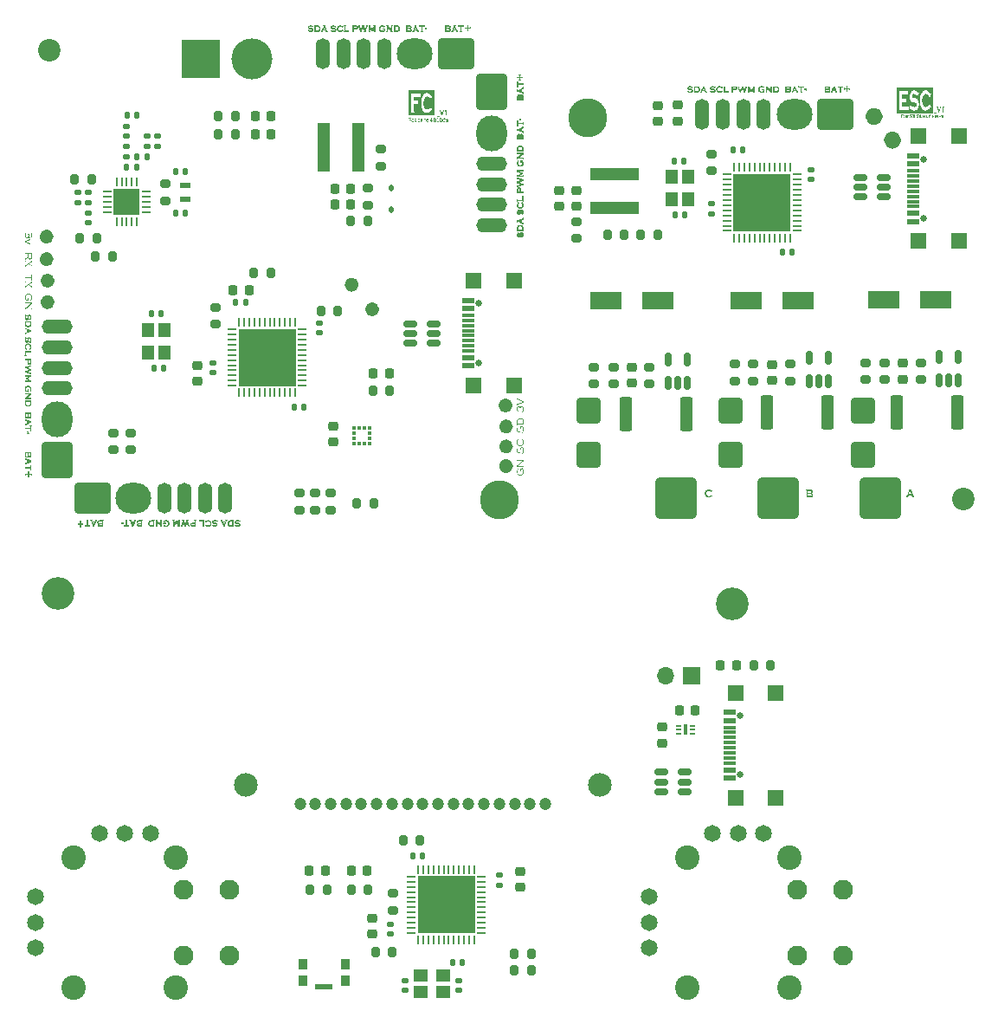
<source format=gbr>
%TF.GenerationSoftware,KiCad,Pcbnew,8.0.5*%
%TF.CreationDate,2024-10-20T13:56:42+02:00*%
%TF.ProjectId,Flight_Controller,466c6967-6874-45f4-936f-6e74726f6c6c,rev?*%
%TF.SameCoordinates,Original*%
%TF.FileFunction,Soldermask,Top*%
%TF.FilePolarity,Negative*%
%FSLAX46Y46*%
G04 Gerber Fmt 4.6, Leading zero omitted, Abs format (unit mm)*
G04 Created by KiCad (PCBNEW 8.0.5) date 2024-10-20 13:56:42*
%MOMM*%
%LPD*%
G01*
G04 APERTURE LIST*
G04 Aperture macros list*
%AMRoundRect*
0 Rectangle with rounded corners*
0 $1 Rounding radius*
0 $2 $3 $4 $5 $6 $7 $8 $9 X,Y pos of 4 corners*
0 Add a 4 corners polygon primitive as box body*
4,1,4,$2,$3,$4,$5,$6,$7,$8,$9,$2,$3,0*
0 Add four circle primitives for the rounded corners*
1,1,$1+$1,$2,$3*
1,1,$1+$1,$4,$5*
1,1,$1+$1,$6,$7*
1,1,$1+$1,$8,$9*
0 Add four rect primitives between the rounded corners*
20,1,$1+$1,$2,$3,$4,$5,0*
20,1,$1+$1,$4,$5,$6,$7,0*
20,1,$1+$1,$6,$7,$8,$9,0*
20,1,$1+$1,$8,$9,$2,$3,0*%
G04 Aperture macros list end*
%ADD10C,0.700000*%
%ADD11C,0.856637*%
%ADD12C,0.150000*%
%ADD13C,0.100000*%
%ADD14C,0.075000*%
%ADD15C,0.062500*%
%ADD16C,0.140000*%
%ADD17RoundRect,0.200000X0.275000X-0.200000X0.275000X0.200000X-0.275000X0.200000X-0.275000X-0.200000X0*%
%ADD18RoundRect,0.140000X-0.140000X-0.170000X0.140000X-0.170000X0.140000X0.170000X-0.140000X0.170000X0*%
%ADD19RoundRect,0.333333X1.666667X1.666667X-1.666667X1.666667X-1.666667X-1.666667X1.666667X-1.666667X0*%
%ADD20RoundRect,0.200000X0.200000X0.275000X-0.200000X0.275000X-0.200000X-0.275000X0.200000X-0.275000X0*%
%ADD21R,4.700000X1.180000*%
%ADD22RoundRect,0.135000X0.135000X0.185000X-0.135000X0.185000X-0.135000X-0.185000X0.135000X-0.185000X0*%
%ADD23RoundRect,0.218750X-0.256250X0.218750X-0.256250X-0.218750X0.256250X-0.218750X0.256250X0.218750X0*%
%ADD24RoundRect,0.200000X-0.275000X0.200000X-0.275000X-0.200000X0.275000X-0.200000X0.275000X0.200000X0*%
%ADD25RoundRect,0.140000X-0.170000X0.140000X-0.170000X-0.140000X0.170000X-0.140000X0.170000X0.140000X0*%
%ADD26C,0.650000*%
%ADD27R,1.150000X0.600000*%
%ADD28R,1.150000X0.300000*%
%ADD29R,1.500000X1.500000*%
%ADD30O,1.400000X3.000000*%
%ADD31RoundRect,0.250000X1.500000X1.250000X-1.500000X1.250000X-1.500000X-1.250000X1.500000X-1.250000X0*%
%ADD32O,3.500000X3.000000*%
%ADD33C,2.200000*%
%ADD34RoundRect,0.250000X0.362500X1.425000X-0.362500X1.425000X-0.362500X-1.425000X0.362500X-1.425000X0*%
%ADD35C,1.650000*%
%ADD36C,1.950000*%
%ADD37C,2.400000*%
%ADD38R,1.100000X0.600000*%
%ADD39R,1.700000X1.700000*%
%ADD40O,1.700000X1.700000*%
%ADD41RoundRect,0.140000X0.140000X0.170000X-0.140000X0.170000X-0.140000X-0.170000X0.140000X-0.170000X0*%
%ADD42R,1.150000X1.400000*%
%ADD43R,1.180000X4.700000*%
%ADD44RoundRect,0.225000X-0.250000X0.225000X-0.250000X-0.225000X0.250000X-0.225000X0.250000X0.225000X0*%
%ADD45RoundRect,0.062500X0.062500X-0.375000X0.062500X0.375000X-0.062500X0.375000X-0.062500X-0.375000X0*%
%ADD46RoundRect,0.062500X0.375000X-0.062500X0.375000X0.062500X-0.375000X0.062500X-0.375000X-0.062500X0*%
%ADD47R,5.600000X5.600000*%
%ADD48RoundRect,0.140000X0.170000X-0.140000X0.170000X0.140000X-0.170000X0.140000X-0.170000X-0.140000X0*%
%ADD49C,3.800000*%
%ADD50R,1.400000X1.150000*%
%ADD51O,3.000000X1.400000*%
%ADD52RoundRect,0.250000X1.250000X-1.500000X1.250000X1.500000X-1.250000X1.500000X-1.250000X-1.500000X0*%
%ADD53RoundRect,0.250000X-1.500000X-1.250000X1.500000X-1.250000X1.500000X1.250000X-1.500000X1.250000X0*%
%ADD54O,3.000000X3.500000*%
%ADD55RoundRect,0.218750X0.218750X0.256250X-0.218750X0.256250X-0.218750X-0.256250X0.218750X-0.256250X0*%
%ADD56RoundRect,0.225000X0.250000X-0.225000X0.250000X0.225000X-0.250000X0.225000X-0.250000X-0.225000X0*%
%ADD57R,3.150000X1.800000*%
%ADD58RoundRect,0.200000X-0.200000X-0.275000X0.200000X-0.275000X0.200000X0.275000X-0.200000X0.275000X0*%
%ADD59RoundRect,0.218750X-0.218750X-0.256250X0.218750X-0.256250X0.218750X0.256250X-0.218750X0.256250X0*%
%ADD60R,3.800000X3.800000*%
%ADD61C,4.000000*%
%ADD62RoundRect,0.062500X-0.375000X-0.062500X0.375000X-0.062500X0.375000X0.062500X-0.375000X0.062500X0*%
%ADD63RoundRect,0.062500X-0.062500X-0.375000X0.062500X-0.375000X0.062500X0.375000X-0.062500X0.375000X0*%
%ADD64R,0.600000X0.200000*%
%ADD65R,0.350000X0.990000*%
%ADD66RoundRect,0.225000X-0.225000X-0.250000X0.225000X-0.250000X0.225000X0.250000X-0.225000X0.250000X0*%
%ADD67R,0.300000X0.350000*%
%ADD68R,0.350000X0.300000*%
%ADD69RoundRect,0.112500X-0.112500X0.187500X-0.112500X-0.187500X0.112500X-0.187500X0.112500X0.187500X0*%
%ADD70R,0.900000X1.000000*%
%ADD71R,1.700000X0.550000*%
%ADD72RoundRect,0.250000X0.900000X-1.000000X0.900000X1.000000X-0.900000X1.000000X-0.900000X-1.000000X0*%
%ADD73RoundRect,0.150000X0.512500X0.150000X-0.512500X0.150000X-0.512500X-0.150000X0.512500X-0.150000X0*%
%ADD74RoundRect,0.225000X0.225000X0.250000X-0.225000X0.250000X-0.225000X-0.250000X0.225000X-0.250000X0*%
%ADD75RoundRect,0.150000X0.150000X-0.512500X0.150000X0.512500X-0.150000X0.512500X-0.150000X-0.512500X0*%
%ADD76C,3.200000*%
%ADD77RoundRect,0.250000X-1.250000X1.500000X-1.250000X-1.500000X1.250000X-1.500000X1.250000X1.500000X0*%
%ADD78RoundRect,0.135000X0.185000X-0.135000X0.185000X0.135000X-0.185000X0.135000X-0.185000X-0.135000X0*%
%ADD79C,1.200000*%
%ADD80C,2.310000*%
%ADD81RoundRect,0.062500X0.062500X-0.350000X0.062500X0.350000X-0.062500X0.350000X-0.062500X-0.350000X0*%
%ADD82RoundRect,0.062500X0.350000X-0.062500X0.350000X0.062500X-0.350000X0.062500X-0.350000X-0.062500X0*%
%ADD83R,2.500000X2.500000*%
G04 APERTURE END LIST*
D10*
X61700000Y-57318975D02*
G75*
G02*
X61000000Y-57318975I-350000J0D01*
G01*
X61000000Y-57318975D02*
G75*
G02*
X61700000Y-57318975I350000J0D01*
G01*
X61700000Y-53450000D02*
G75*
G02*
X61000000Y-53450000I-350000J0D01*
G01*
X61000000Y-53450000D02*
G75*
G02*
X61700000Y-53450000I350000J0D01*
G01*
X16750000Y-34900000D02*
G75*
G02*
X16050000Y-34900000I-350000J0D01*
G01*
X16050000Y-34900000D02*
G75*
G02*
X16750000Y-34900000I350000J0D01*
G01*
X16850000Y-39200000D02*
G75*
G02*
X16150000Y-39200000I-350000J0D01*
G01*
X16150000Y-39200000D02*
G75*
G02*
X16850000Y-39200000I350000J0D01*
G01*
X61700000Y-55400000D02*
G75*
G02*
X61000000Y-55400000I-350000J0D01*
G01*
X61000000Y-55400000D02*
G75*
G02*
X61700000Y-55400000I350000J0D01*
G01*
X16750000Y-37100000D02*
G75*
G02*
X16050000Y-37100000I-350000J0D01*
G01*
X16050000Y-37100000D02*
G75*
G02*
X16750000Y-37100000I350000J0D01*
G01*
X48600000Y-42000000D02*
G75*
G02*
X47900000Y-42000000I-350000J0D01*
G01*
X47900000Y-42000000D02*
G75*
G02*
X48600000Y-42000000I350000J0D01*
G01*
X16850000Y-41300000D02*
G75*
G02*
X16150000Y-41300000I-350000J0D01*
G01*
X16150000Y-41300000D02*
G75*
G02*
X16850000Y-41300000I350000J0D01*
G01*
X61650000Y-51400000D02*
G75*
G02*
X60950000Y-51400000I-350000J0D01*
G01*
X60950000Y-51400000D02*
G75*
G02*
X61650000Y-51400000I350000J0D01*
G01*
X46600000Y-39600000D02*
G75*
G02*
X45900000Y-39600000I-350000J0D01*
G01*
X45900000Y-39600000D02*
G75*
G02*
X46600000Y-39600000I350000J0D01*
G01*
D11*
X97778318Y-23157157D02*
G75*
G02*
X96921682Y-23157157I-428318J0D01*
G01*
X96921682Y-23157157D02*
G75*
G02*
X97778318Y-23157157I428318J0D01*
G01*
X99578318Y-25457157D02*
G75*
G02*
X98721682Y-25457157I-428318J0D01*
G01*
X98721682Y-25457157D02*
G75*
G02*
X99578318Y-25457157I428318J0D01*
G01*
D12*
G36*
X62490127Y-57535422D02*
G01*
X62607413Y-57608939D01*
X62598693Y-57621420D01*
X62576638Y-57612871D01*
X62549890Y-57637114D01*
X62533725Y-57664162D01*
X62518013Y-57695263D01*
X62502673Y-57732882D01*
X62491169Y-57770825D01*
X62483499Y-57809093D01*
X62479664Y-57847686D01*
X62479185Y-57867103D01*
X62480838Y-57903897D01*
X62485797Y-57938837D01*
X62496111Y-57978319D01*
X62511186Y-58015133D01*
X62531021Y-58049277D01*
X62546889Y-58070558D01*
X62572189Y-58097845D01*
X62600110Y-58120506D01*
X62630653Y-58138543D01*
X62663817Y-58151956D01*
X62699602Y-58160743D01*
X62738008Y-58164905D01*
X62754105Y-58165275D01*
X62792591Y-58163067D01*
X62828547Y-58156443D01*
X62861974Y-58145402D01*
X62892871Y-58129946D01*
X62921239Y-58110073D01*
X62947077Y-58085784D01*
X62956704Y-58074832D01*
X62980352Y-58042044D01*
X62999108Y-58005998D01*
X63010999Y-57973471D01*
X63019494Y-57938682D01*
X63024590Y-57901630D01*
X63026289Y-57862316D01*
X63024639Y-57824458D01*
X63019689Y-57787628D01*
X63011440Y-57751825D01*
X63005431Y-57732379D01*
X62992400Y-57699121D01*
X62974875Y-57665815D01*
X62954145Y-57636349D01*
X62947301Y-57628258D01*
X62829332Y-57628258D01*
X62829332Y-57783499D01*
X62836000Y-57812222D01*
X62862158Y-57824874D01*
X62862158Y-57840261D01*
X62730853Y-57840261D01*
X62730853Y-57824874D01*
X62757011Y-57812222D01*
X62763679Y-57783499D01*
X62763679Y-57525334D01*
X62774621Y-57525334D01*
X62788128Y-57549954D01*
X62817706Y-57556109D01*
X62906610Y-57556109D01*
X62936188Y-57549954D01*
X62949695Y-57525334D01*
X62960637Y-57525334D01*
X62983076Y-57552123D01*
X63005154Y-57581316D01*
X63025750Y-57612578D01*
X63034496Y-57627745D01*
X63051045Y-57661055D01*
X63064789Y-57695800D01*
X63075729Y-57731980D01*
X63083863Y-57769597D01*
X63089193Y-57808650D01*
X63091717Y-57849138D01*
X63091942Y-57865736D01*
X63090552Y-57905871D01*
X63086385Y-57944040D01*
X63079439Y-57980243D01*
X63069715Y-58014480D01*
X63057213Y-58046750D01*
X63037679Y-58084324D01*
X63013803Y-58118825D01*
X63003037Y-58131765D01*
X62977134Y-58158224D01*
X62948472Y-58181437D01*
X62917052Y-58201405D01*
X62898404Y-58211095D01*
X62863130Y-58225606D01*
X62826895Y-58235971D01*
X62789699Y-58242190D01*
X62751540Y-58244263D01*
X62710814Y-58241979D01*
X62671855Y-58235127D01*
X62634663Y-58223707D01*
X62599238Y-58207718D01*
X62565580Y-58187162D01*
X62554754Y-58179295D01*
X62526514Y-58155330D01*
X62501291Y-58128444D01*
X62479086Y-58098638D01*
X62459898Y-58065910D01*
X62443727Y-58030260D01*
X62439007Y-58017728D01*
X62427862Y-57981247D01*
X62419901Y-57943442D01*
X62415548Y-57909275D01*
X62413632Y-57874093D01*
X62413533Y-57863855D01*
X62414644Y-57828443D01*
X62417978Y-57794356D01*
X62424385Y-57757592D01*
X62431314Y-57730157D01*
X62443155Y-57694778D01*
X62456768Y-57662058D01*
X62473288Y-57628142D01*
X62490127Y-57597484D01*
X62501753Y-57572009D01*
X62481237Y-57548415D01*
X62490127Y-57535422D01*
G37*
G36*
X62504147Y-57305638D02*
G01*
X63028170Y-57305638D01*
X63056722Y-57299483D01*
X63070057Y-57274863D01*
X63081000Y-57274863D01*
X63081000Y-57405143D01*
X63070057Y-57405143D01*
X63056893Y-57380352D01*
X63028170Y-57374368D01*
X62477304Y-57374368D01*
X62448411Y-57380694D01*
X62435417Y-57405143D01*
X62424475Y-57405143D01*
X62424475Y-57216734D01*
X62435417Y-57216734D01*
X62457301Y-57239302D01*
X62487445Y-57222023D01*
X62493889Y-57216734D01*
X62963201Y-56821451D01*
X62477304Y-56821451D01*
X62448411Y-56827777D01*
X62435417Y-56852226D01*
X62424475Y-56852226D01*
X62424475Y-56721946D01*
X62435417Y-56721946D01*
X62448411Y-56746566D01*
X62477304Y-56752721D01*
X63028170Y-56752721D01*
X63056893Y-56746566D01*
X63070057Y-56721946D01*
X63081000Y-56721946D01*
X63081000Y-56873255D01*
X63070057Y-56873255D01*
X63050054Y-56851200D01*
X63019438Y-56867769D01*
X63015005Y-56871374D01*
X62504147Y-57305638D01*
G37*
G36*
X62465678Y-55475404D02*
G01*
X62589803Y-55544134D01*
X62582622Y-55557641D01*
X62555609Y-55549434D01*
X62530578Y-55573023D01*
X62524321Y-55585167D01*
X62508982Y-55621800D01*
X62496816Y-55659250D01*
X62487824Y-55697518D01*
X62482006Y-55736604D01*
X62479361Y-55776506D01*
X62479185Y-55789989D01*
X62480764Y-55827780D01*
X62485501Y-55863363D01*
X62493396Y-55896736D01*
X62506285Y-55932172D01*
X62512182Y-55944717D01*
X62532142Y-55974741D01*
X62554241Y-55994982D01*
X62585862Y-56010399D01*
X62608609Y-56013447D01*
X62643071Y-56005368D01*
X62653916Y-55999085D01*
X62678827Y-55973514D01*
X62685546Y-55960959D01*
X62697166Y-55926927D01*
X62702130Y-55899752D01*
X62705403Y-55863689D01*
X62707460Y-55826002D01*
X62708817Y-55789625D01*
X62708969Y-55784689D01*
X62710377Y-55745425D01*
X62712038Y-55710598D01*
X62714295Y-55675572D01*
X62717702Y-55639410D01*
X62719398Y-55626542D01*
X62726704Y-55590578D01*
X62738485Y-55558097D01*
X62743676Y-55548066D01*
X62765930Y-55516223D01*
X62792749Y-55492201D01*
X62824133Y-55476000D01*
X62860082Y-55467620D01*
X62882674Y-55466343D01*
X62920040Y-55469885D01*
X62954346Y-55480513D01*
X62985592Y-55498225D01*
X63013779Y-55523022D01*
X63028512Y-55540373D01*
X63050068Y-55573393D01*
X63067164Y-55610778D01*
X63078004Y-55645265D01*
X63085747Y-55682782D01*
X63090393Y-55723330D01*
X63091880Y-55757950D01*
X63091942Y-55766908D01*
X63091140Y-55802254D01*
X63088260Y-55840186D01*
X63083286Y-55875488D01*
X63075187Y-55912062D01*
X63063517Y-55948865D01*
X63049374Y-55984758D01*
X63034090Y-56018619D01*
X63018827Y-56049465D01*
X63013295Y-56060122D01*
X63002353Y-56088503D01*
X63019621Y-56111071D01*
X63011415Y-56124064D01*
X62890710Y-56051915D01*
X62898404Y-56038408D01*
X62924391Y-56047641D01*
X62950170Y-56023598D01*
X62967968Y-55993545D01*
X62971921Y-55986092D01*
X62986902Y-55955270D01*
X63000566Y-55921818D01*
X63011092Y-55889200D01*
X63013637Y-55879577D01*
X63020840Y-55843284D01*
X63024794Y-55808503D01*
X63026277Y-55772018D01*
X63026289Y-55768276D01*
X63024945Y-55731671D01*
X63019784Y-55691536D01*
X63010752Y-55655536D01*
X62997849Y-55623671D01*
X62977903Y-55591723D01*
X62971237Y-55583628D01*
X62944329Y-55559780D01*
X62911242Y-55545054D01*
X62883871Y-55541741D01*
X62849720Y-55547407D01*
X62819420Y-55566995D01*
X62799030Y-55596587D01*
X62792060Y-55613377D01*
X62783040Y-55647439D01*
X62781289Y-55661249D01*
X62779116Y-55696431D01*
X62777415Y-55733031D01*
X62775956Y-55767957D01*
X62774621Y-55801957D01*
X62772930Y-55836442D01*
X62770336Y-55871646D01*
X62766575Y-55905885D01*
X62762482Y-55931552D01*
X62754124Y-55965244D01*
X62741541Y-55998488D01*
X62733247Y-56014986D01*
X62712347Y-56043924D01*
X62684911Y-56066627D01*
X62680759Y-56069183D01*
X62647708Y-56083418D01*
X62612027Y-56088938D01*
X62607071Y-56089016D01*
X62570240Y-56084904D01*
X62536493Y-56072570D01*
X62505830Y-56052014D01*
X62490127Y-56037041D01*
X62467379Y-56007139D01*
X62449855Y-55973960D01*
X62436652Y-55939217D01*
X62434049Y-55930868D01*
X62425073Y-55896129D01*
X62418662Y-55859788D01*
X62414815Y-55821843D01*
X62413553Y-55787326D01*
X62413533Y-55782295D01*
X62414560Y-55745931D01*
X62417644Y-55711081D01*
X62423481Y-55674135D01*
X62426526Y-55659881D01*
X62436501Y-55623092D01*
X62448647Y-55587556D01*
X62461964Y-55554038D01*
X62471491Y-55532166D01*
X62478159Y-55512505D01*
X62458840Y-55488911D01*
X62465678Y-55475404D01*
G37*
G36*
X62479185Y-54666374D02*
G01*
X62598009Y-54737498D01*
X62590487Y-54750491D01*
X62568260Y-54746217D01*
X62541823Y-54767916D01*
X62523321Y-54800313D01*
X62519705Y-54807766D01*
X62505935Y-54840044D01*
X62495013Y-54873403D01*
X62486941Y-54907844D01*
X62481718Y-54943367D01*
X62479343Y-54979972D01*
X62479185Y-54992414D01*
X62481001Y-55033218D01*
X62486448Y-55071534D01*
X62495527Y-55107363D01*
X62508237Y-55140704D01*
X62524578Y-55171557D01*
X62544551Y-55199922D01*
X62553557Y-55210572D01*
X62578364Y-55235100D01*
X62610998Y-55259047D01*
X62646758Y-55277007D01*
X62685643Y-55288980D01*
X62720434Y-55294384D01*
X62749831Y-55295715D01*
X62786340Y-55293557D01*
X62820853Y-55287083D01*
X62853372Y-55276293D01*
X62889760Y-55257648D01*
X62917889Y-55237363D01*
X62944023Y-55212761D01*
X62949011Y-55207323D01*
X62971273Y-55179583D01*
X62989763Y-55149898D01*
X63004479Y-55118268D01*
X63015422Y-55084692D01*
X63022591Y-55049172D01*
X63025987Y-55011706D01*
X63026289Y-54996175D01*
X63024432Y-54958573D01*
X63018859Y-54922381D01*
X63009572Y-54887600D01*
X62996570Y-54854230D01*
X62979853Y-54822271D01*
X62959420Y-54791723D01*
X62950207Y-54779898D01*
X62927085Y-54752446D01*
X62904558Y-54737498D01*
X62882332Y-54745704D01*
X62873271Y-54734249D01*
X62977050Y-54648593D01*
X62987137Y-54660561D01*
X62974656Y-54682616D01*
X62985085Y-54700910D01*
X63006809Y-54729555D01*
X63027272Y-54758773D01*
X63037060Y-54774256D01*
X63053003Y-54804732D01*
X63066296Y-54838028D01*
X63077516Y-54874755D01*
X63084704Y-54908380D01*
X63089437Y-54943397D01*
X63091716Y-54979804D01*
X63091942Y-54995833D01*
X63090502Y-55036324D01*
X63086182Y-55074875D01*
X63078983Y-55111487D01*
X63068903Y-55146159D01*
X63055944Y-55178892D01*
X63040106Y-55209685D01*
X63021387Y-55238539D01*
X62999789Y-55265453D01*
X62974808Y-55291059D01*
X62948167Y-55313250D01*
X62912527Y-55336188D01*
X62874292Y-55353792D01*
X62833460Y-55366061D01*
X62798926Y-55372036D01*
X62762730Y-55374596D01*
X62753421Y-55374703D01*
X62717279Y-55373037D01*
X62682689Y-55368041D01*
X62643231Y-55357649D01*
X62606009Y-55342460D01*
X62571023Y-55322474D01*
X62548941Y-55306486D01*
X62517205Y-55278113D01*
X62489700Y-55246422D01*
X62466426Y-55211413D01*
X62447385Y-55173087D01*
X62432574Y-55131442D01*
X62424244Y-55098031D01*
X62418293Y-55062754D01*
X62414723Y-55025611D01*
X62413533Y-54986601D01*
X62414655Y-54951523D01*
X62418021Y-54916728D01*
X62423631Y-54882216D01*
X62431484Y-54847987D01*
X62441582Y-54814042D01*
X62453924Y-54780379D01*
X62468510Y-54747000D01*
X62485340Y-54713904D01*
X62490127Y-54701936D01*
X62472175Y-54679368D01*
X62479185Y-54666374D01*
G37*
G36*
X62465678Y-53422397D02*
G01*
X62589803Y-53491127D01*
X62582622Y-53504633D01*
X62555609Y-53496427D01*
X62530578Y-53520016D01*
X62524321Y-53532159D01*
X62508982Y-53568792D01*
X62496816Y-53606243D01*
X62487824Y-53644511D01*
X62482006Y-53683596D01*
X62479361Y-53723499D01*
X62479185Y-53736981D01*
X62480764Y-53774773D01*
X62485501Y-53810355D01*
X62493396Y-53843728D01*
X62506285Y-53879164D01*
X62512182Y-53891709D01*
X62532142Y-53921733D01*
X62554241Y-53941974D01*
X62585862Y-53957392D01*
X62608609Y-53960439D01*
X62643071Y-53952361D01*
X62653916Y-53946078D01*
X62678827Y-53920506D01*
X62685546Y-53907951D01*
X62697166Y-53873919D01*
X62702130Y-53846744D01*
X62705403Y-53810681D01*
X62707460Y-53772994D01*
X62708817Y-53736618D01*
X62708969Y-53731681D01*
X62710377Y-53692418D01*
X62712038Y-53657590D01*
X62714295Y-53622564D01*
X62717702Y-53586402D01*
X62719398Y-53573534D01*
X62726704Y-53537571D01*
X62738485Y-53505089D01*
X62743676Y-53495059D01*
X62765930Y-53463215D01*
X62792749Y-53439193D01*
X62824133Y-53422992D01*
X62860082Y-53414612D01*
X62882674Y-53413335D01*
X62920040Y-53416878D01*
X62954346Y-53427505D01*
X62985592Y-53445217D01*
X63013779Y-53470014D01*
X63028512Y-53487365D01*
X63050068Y-53520386D01*
X63067164Y-53557770D01*
X63078004Y-53592257D01*
X63085747Y-53629774D01*
X63090393Y-53670322D01*
X63091880Y-53704942D01*
X63091942Y-53713900D01*
X63091140Y-53749247D01*
X63088260Y-53787178D01*
X63083286Y-53822481D01*
X63075187Y-53859054D01*
X63063517Y-53895857D01*
X63049374Y-53931750D01*
X63034090Y-53965611D01*
X63018827Y-53996458D01*
X63013295Y-54007114D01*
X63002353Y-54035495D01*
X63019621Y-54058063D01*
X63011415Y-54071057D01*
X62890710Y-53998907D01*
X62898404Y-53985401D01*
X62924391Y-53994633D01*
X62950170Y-53970590D01*
X62967968Y-53940537D01*
X62971921Y-53933084D01*
X62986902Y-53902263D01*
X63000566Y-53868810D01*
X63011092Y-53836192D01*
X63013637Y-53826570D01*
X63020840Y-53790277D01*
X63024794Y-53755495D01*
X63026277Y-53719010D01*
X63026289Y-53715268D01*
X63024945Y-53678663D01*
X63019784Y-53638528D01*
X63010752Y-53602528D01*
X62997849Y-53570664D01*
X62977903Y-53538715D01*
X62971237Y-53530621D01*
X62944329Y-53506772D01*
X62911242Y-53492046D01*
X62883871Y-53488733D01*
X62849720Y-53494399D01*
X62819420Y-53513988D01*
X62799030Y-53543580D01*
X62792060Y-53560369D01*
X62783040Y-53594431D01*
X62781289Y-53608241D01*
X62779116Y-53643423D01*
X62777415Y-53680024D01*
X62775956Y-53714950D01*
X62774621Y-53748949D01*
X62772930Y-53783434D01*
X62770336Y-53818638D01*
X62766575Y-53852878D01*
X62762482Y-53878545D01*
X62754124Y-53912236D01*
X62741541Y-53945480D01*
X62733247Y-53961978D01*
X62712347Y-53990917D01*
X62684911Y-54013619D01*
X62680759Y-54016175D01*
X62647708Y-54030411D01*
X62612027Y-54035930D01*
X62607071Y-54036008D01*
X62570240Y-54031897D01*
X62536493Y-54019563D01*
X62505830Y-53999006D01*
X62490127Y-53984033D01*
X62467379Y-53954131D01*
X62449855Y-53920953D01*
X62436652Y-53886209D01*
X62434049Y-53877861D01*
X62425073Y-53843122D01*
X62418662Y-53806780D01*
X62414815Y-53768835D01*
X62413553Y-53734319D01*
X62413533Y-53729288D01*
X62414560Y-53692923D01*
X62417644Y-53658073D01*
X62423481Y-53621128D01*
X62426526Y-53606873D01*
X62436501Y-53570085D01*
X62448647Y-53534548D01*
X62461964Y-53501030D01*
X62471491Y-53479159D01*
X62478159Y-53459497D01*
X62458840Y-53435903D01*
X62465678Y-53422397D01*
G37*
G36*
X62786810Y-52623613D02*
G01*
X62825920Y-52628165D01*
X62862865Y-52636132D01*
X62897647Y-52647512D01*
X62930265Y-52662306D01*
X62945762Y-52670983D01*
X62975389Y-52691253D01*
X63001137Y-52713764D01*
X63025816Y-52742236D01*
X63045429Y-52773636D01*
X63049541Y-52781943D01*
X63063304Y-52818146D01*
X63072121Y-52854241D01*
X63077282Y-52888462D01*
X63080231Y-52925712D01*
X63081000Y-52959068D01*
X63081000Y-53305282D01*
X63070057Y-53305282D01*
X63057406Y-53281346D01*
X63035009Y-53274508D01*
X62470466Y-53274508D01*
X62448240Y-53281346D01*
X62435417Y-53305282D01*
X62424475Y-53305282D01*
X62424475Y-52961974D01*
X62490127Y-52961974D01*
X62490127Y-53199110D01*
X63015347Y-53199110D01*
X63015347Y-52961974D01*
X63014229Y-52924758D01*
X63010099Y-52886126D01*
X63002925Y-52852647D01*
X62989230Y-52817177D01*
X62983547Y-52807247D01*
X62961972Y-52779400D01*
X62935376Y-52755528D01*
X62903757Y-52735631D01*
X62871971Y-52721483D01*
X62867116Y-52719710D01*
X62833450Y-52710063D01*
X62797846Y-52703989D01*
X62760307Y-52701488D01*
X62752566Y-52701416D01*
X62718148Y-52702835D01*
X62679360Y-52708285D01*
X62643312Y-52717822D01*
X62610005Y-52731446D01*
X62579438Y-52749157D01*
X62565183Y-52759546D01*
X62539899Y-52783398D01*
X62518721Y-52813151D01*
X62507224Y-52838021D01*
X62497490Y-52873495D01*
X62492531Y-52908079D01*
X62490394Y-52943021D01*
X62490127Y-52961974D01*
X62424475Y-52961974D01*
X62424475Y-52959068D01*
X62425272Y-52923604D01*
X62428333Y-52884607D01*
X62433691Y-52849493D01*
X62442843Y-52813434D01*
X62457130Y-52778695D01*
X62477126Y-52746004D01*
X62501360Y-52716896D01*
X62529831Y-52691372D01*
X62562541Y-52669431D01*
X62583135Y-52658503D01*
X62616721Y-52644446D01*
X62652254Y-52633842D01*
X62689735Y-52626691D01*
X62729162Y-52622992D01*
X62752566Y-52622428D01*
X62786810Y-52623613D01*
G37*
G36*
X62610661Y-51939232D02*
G01*
X62511669Y-52026256D01*
X62501069Y-52015143D01*
X62513037Y-51992062D01*
X62495005Y-51960936D01*
X62492521Y-51957355D01*
X62472902Y-51926911D01*
X62454407Y-51893454D01*
X62439699Y-51860836D01*
X62431997Y-51839556D01*
X62422260Y-51803466D01*
X62416580Y-51769385D01*
X62413821Y-51733790D01*
X62413533Y-51717484D01*
X62415480Y-51676832D01*
X62421322Y-51638993D01*
X62431060Y-51603966D01*
X62444692Y-51571753D01*
X62462219Y-51542353D01*
X62468927Y-51533178D01*
X62493187Y-51507257D01*
X62521731Y-51487197D01*
X62525860Y-51484965D01*
X62559669Y-51471757D01*
X62594761Y-51467355D01*
X62633242Y-51472558D01*
X62666405Y-51488168D01*
X62694250Y-51514184D01*
X62713885Y-51544766D01*
X62727263Y-51576092D01*
X62737966Y-51542025D01*
X62753145Y-51510805D01*
X62766928Y-51491461D01*
X62794988Y-51465676D01*
X62827431Y-51448329D01*
X62864255Y-51439421D01*
X62886607Y-51438119D01*
X62924307Y-51441686D01*
X62958718Y-51452387D01*
X62989840Y-51470222D01*
X63017674Y-51495191D01*
X63032102Y-51512662D01*
X63052438Y-51544582D01*
X63068567Y-51579821D01*
X63080488Y-51618377D01*
X63087208Y-51653042D01*
X63091007Y-51690011D01*
X63091942Y-51721245D01*
X63090562Y-51759434D01*
X63086424Y-51796487D01*
X63079527Y-51832403D01*
X63074503Y-51851866D01*
X63062920Y-51887179D01*
X63049809Y-51919567D01*
X63034048Y-51952895D01*
X63018083Y-51982829D01*
X63011415Y-51998217D01*
X63026289Y-52022323D01*
X63019108Y-52035317D01*
X62902678Y-51965048D01*
X62910371Y-51952055D01*
X62929178Y-51957355D01*
X62952772Y-51941454D01*
X62974738Y-51912016D01*
X62991621Y-51881081D01*
X63005566Y-51846172D01*
X63006799Y-51842463D01*
X63016220Y-51808372D01*
X63022558Y-51773226D01*
X63025813Y-51737025D01*
X63026289Y-51716458D01*
X63024702Y-51680019D01*
X63018840Y-51641503D01*
X63008658Y-51607291D01*
X62991732Y-51573460D01*
X62981153Y-51558653D01*
X62955484Y-51535182D01*
X62938923Y-51525826D01*
X62905043Y-51514971D01*
X62887120Y-51513517D01*
X62852421Y-51518527D01*
X62820144Y-51535421D01*
X62799754Y-51555917D01*
X62782315Y-51585913D01*
X62771606Y-51619343D01*
X62765934Y-51653819D01*
X62763714Y-51693170D01*
X62763679Y-51699190D01*
X62763679Y-51760739D01*
X62770347Y-51789462D01*
X62796505Y-51802114D01*
X62796505Y-51817501D01*
X62665200Y-51817501D01*
X62665200Y-51802114D01*
X62691359Y-51789462D01*
X62698027Y-51760739D01*
X62698027Y-51709790D01*
X62697096Y-51673089D01*
X62693393Y-51637757D01*
X62692385Y-51632341D01*
X62681379Y-51599776D01*
X62671184Y-51582418D01*
X62646074Y-51556847D01*
X62611647Y-51543888D01*
X62597496Y-51542923D01*
X62561919Y-51549837D01*
X62531591Y-51570576D01*
X62519363Y-51584811D01*
X62499941Y-51617372D01*
X62488013Y-51650607D01*
X62481108Y-51687881D01*
X62479185Y-51723810D01*
X62481157Y-51760970D01*
X62487071Y-51796410D01*
X62496929Y-51830132D01*
X62510729Y-51862135D01*
X62528473Y-51892419D01*
X62535263Y-51902131D01*
X62558818Y-51927043D01*
X62578519Y-51936838D01*
X62600061Y-51928119D01*
X62610661Y-51939232D01*
G37*
G36*
X63017228Y-51020439D02*
G01*
X62505685Y-50807752D01*
X62472667Y-50795842D01*
X62460720Y-50794246D01*
X62436317Y-50818890D01*
X62435417Y-50822285D01*
X62424475Y-50822285D01*
X62424475Y-50673712D01*
X62435417Y-50673712D01*
X62452146Y-50703555D01*
X62453540Y-50704658D01*
X62484060Y-50720873D01*
X62518337Y-50736116D01*
X63002182Y-50947777D01*
X63035327Y-50958798D01*
X63043728Y-50959745D01*
X63069273Y-50935702D01*
X63070057Y-50932390D01*
X63081000Y-50932390D01*
X63081000Y-51115157D01*
X63070057Y-51115157D01*
X63047842Y-51088060D01*
X63042702Y-51087630D01*
X63009136Y-51097186D01*
X63002182Y-51100111D01*
X62503634Y-51315533D01*
X62472221Y-51330212D01*
X62452514Y-51342034D01*
X62435417Y-51372295D01*
X62424475Y-51372295D01*
X62424475Y-51215516D01*
X62435417Y-51215516D01*
X62456286Y-51243453D01*
X62460720Y-51243897D01*
X62495457Y-51235658D01*
X62505685Y-51231416D01*
X63017228Y-51020439D01*
G37*
G36*
X14789338Y-34542247D02*
G01*
X14888330Y-34455223D01*
X14898930Y-34466336D01*
X14886962Y-34489417D01*
X14904994Y-34520542D01*
X14907478Y-34524124D01*
X14927097Y-34554567D01*
X14945592Y-34588024D01*
X14960300Y-34620642D01*
X14968002Y-34641922D01*
X14977739Y-34678013D01*
X14983419Y-34712093D01*
X14986178Y-34747688D01*
X14986466Y-34763995D01*
X14984519Y-34804647D01*
X14978677Y-34842486D01*
X14968939Y-34877512D01*
X14955307Y-34909725D01*
X14937780Y-34939125D01*
X14931072Y-34948300D01*
X14906812Y-34974221D01*
X14878268Y-34994282D01*
X14874139Y-34996514D01*
X14840330Y-35009721D01*
X14805238Y-35014124D01*
X14766757Y-35008920D01*
X14733594Y-34993311D01*
X14705749Y-34967295D01*
X14686114Y-34936712D01*
X14672736Y-34905387D01*
X14662033Y-34939454D01*
X14646854Y-34970673D01*
X14633071Y-34990017D01*
X14605011Y-35015803D01*
X14572568Y-35033149D01*
X14535744Y-35042057D01*
X14513392Y-35043360D01*
X14475692Y-35039793D01*
X14441281Y-35029092D01*
X14410159Y-35011257D01*
X14382325Y-34986288D01*
X14367897Y-34968817D01*
X14347561Y-34936896D01*
X14331432Y-34901658D01*
X14319511Y-34863101D01*
X14312791Y-34828436D01*
X14308992Y-34791467D01*
X14308057Y-34760233D01*
X14309437Y-34722045D01*
X14313575Y-34684992D01*
X14320472Y-34649075D01*
X14325496Y-34629612D01*
X14337079Y-34594300D01*
X14350190Y-34561911D01*
X14365951Y-34528583D01*
X14381916Y-34498649D01*
X14388584Y-34483262D01*
X14373710Y-34459155D01*
X14380891Y-34446161D01*
X14497321Y-34516430D01*
X14489628Y-34529424D01*
X14470821Y-34524124D01*
X14447227Y-34540024D01*
X14425261Y-34569463D01*
X14408378Y-34600398D01*
X14394433Y-34635306D01*
X14393200Y-34639016D01*
X14383779Y-34673107D01*
X14377441Y-34708252D01*
X14374186Y-34744453D01*
X14373710Y-34765020D01*
X14375297Y-34801459D01*
X14381159Y-34839975D01*
X14391341Y-34874187D01*
X14408267Y-34908018D01*
X14418846Y-34922826D01*
X14444515Y-34946296D01*
X14461076Y-34955652D01*
X14494956Y-34966507D01*
X14512879Y-34967962D01*
X14547578Y-34962952D01*
X14579855Y-34946058D01*
X14600245Y-34925561D01*
X14617684Y-34895565D01*
X14628393Y-34862135D01*
X14634065Y-34827660D01*
X14636285Y-34788308D01*
X14636320Y-34782288D01*
X14636320Y-34720739D01*
X14629652Y-34692016D01*
X14603494Y-34679364D01*
X14603494Y-34663977D01*
X14734799Y-34663977D01*
X14734799Y-34679364D01*
X14708640Y-34692016D01*
X14701972Y-34720739D01*
X14701972Y-34771688D01*
X14702903Y-34808390D01*
X14706606Y-34843722D01*
X14707614Y-34849138D01*
X14718620Y-34881702D01*
X14728815Y-34899061D01*
X14753925Y-34924632D01*
X14788352Y-34937591D01*
X14802503Y-34938555D01*
X14838080Y-34931642D01*
X14868408Y-34910903D01*
X14880636Y-34896667D01*
X14900058Y-34864106D01*
X14911986Y-34830871D01*
X14918891Y-34793597D01*
X14920814Y-34757669D01*
X14918842Y-34720509D01*
X14912928Y-34685068D01*
X14903070Y-34651346D01*
X14889270Y-34619343D01*
X14871526Y-34589060D01*
X14864736Y-34579347D01*
X14841181Y-34554435D01*
X14821480Y-34544640D01*
X14799938Y-34553360D01*
X14789338Y-34542247D01*
G37*
G36*
X14394739Y-35409748D02*
G01*
X14789680Y-35582257D01*
X14817206Y-35589438D01*
X14843256Y-35566129D01*
X14844219Y-35561057D01*
X14855161Y-35561057D01*
X14855161Y-35694755D01*
X14844219Y-35694755D01*
X14826780Y-35664665D01*
X14796161Y-35647445D01*
X14772412Y-35636625D01*
X14396449Y-35472152D01*
X14364007Y-35461253D01*
X14356442Y-35460526D01*
X14330666Y-35484268D01*
X14329942Y-35487540D01*
X14319000Y-35487540D01*
X14319000Y-35321186D01*
X14329942Y-35321186D01*
X14351895Y-35347609D01*
X14356955Y-35348028D01*
X14390035Y-35338865D01*
X14396449Y-35336060D01*
X14772412Y-35166800D01*
X14804543Y-35151592D01*
X14827293Y-35137906D01*
X14844219Y-35108157D01*
X14855161Y-35108157D01*
X14855161Y-35257243D01*
X14844219Y-35257243D01*
X14823275Y-35229305D01*
X14818232Y-35228862D01*
X14789680Y-35236043D01*
X14394739Y-35409748D01*
G37*
G36*
X14343106Y-36525669D02*
G01*
X14371829Y-36531995D01*
X14922695Y-36531995D01*
X14951588Y-36525669D01*
X14964582Y-36501221D01*
X14975524Y-36501221D01*
X14975524Y-36861284D01*
X14975001Y-36896429D01*
X14973160Y-36931292D01*
X14969110Y-36967181D01*
X14967147Y-36978398D01*
X14958447Y-37011542D01*
X14944535Y-37043070D01*
X14938424Y-37053283D01*
X14915290Y-37081155D01*
X14887530Y-37102220D01*
X14880807Y-37106113D01*
X14848181Y-37120178D01*
X14812622Y-37127751D01*
X14787286Y-37129193D01*
X14750015Y-37126084D01*
X14716334Y-37116755D01*
X14682734Y-37098827D01*
X14659743Y-37079441D01*
X14637762Y-37052236D01*
X14621061Y-37020371D01*
X14609638Y-36983848D01*
X14603973Y-36948068D01*
X14603494Y-36942665D01*
X14353364Y-37109532D01*
X14331794Y-37137891D01*
X14329942Y-37152787D01*
X14319000Y-37152787D01*
X14319000Y-37000795D01*
X14329942Y-37000795D01*
X14343106Y-37024389D01*
X14373539Y-37007463D01*
X14580790Y-36873251D01*
X14669146Y-36873251D01*
X14669692Y-36907478D01*
X14671964Y-36941923D01*
X14673762Y-36955317D01*
X14683134Y-36988798D01*
X14690688Y-37004043D01*
X14712958Y-37030190D01*
X14743008Y-37046652D01*
X14776705Y-37053189D01*
X14789338Y-37053625D01*
X14825301Y-37049595D01*
X14857806Y-37035663D01*
X14882463Y-37011781D01*
X14888330Y-37002676D01*
X14901401Y-36970846D01*
X14905427Y-36952411D01*
X14908760Y-36917105D01*
X14909802Y-36880641D01*
X14909872Y-36866584D01*
X14909872Y-36607393D01*
X14669146Y-36607393D01*
X14669146Y-36873251D01*
X14580790Y-36873251D01*
X14603494Y-36858548D01*
X14603494Y-36607393D01*
X14370290Y-36607393D01*
X14342764Y-36613548D01*
X14329942Y-36638168D01*
X14319000Y-36638168D01*
X14319000Y-36501221D01*
X14329942Y-36501221D01*
X14343106Y-36525669D01*
G37*
G36*
X14671711Y-37561235D02*
G01*
X14389952Y-37777341D01*
X14361911Y-37801576D01*
X14339503Y-37828845D01*
X14329942Y-37855645D01*
X14319000Y-37855645D01*
X14319000Y-37687411D01*
X14329942Y-37687411D01*
X14346526Y-37710491D01*
X14378007Y-37692997D01*
X14389952Y-37683991D01*
X14610161Y-37514560D01*
X14389952Y-37347522D01*
X14361827Y-37327262D01*
X14347551Y-37320509D01*
X14329942Y-37343590D01*
X14319000Y-37343590D01*
X14319000Y-37185443D01*
X14329942Y-37185443D01*
X14342636Y-37217769D01*
X14346697Y-37223569D01*
X14371650Y-37249501D01*
X14389952Y-37264260D01*
X14664188Y-37473185D01*
X14877217Y-37309396D01*
X14907380Y-37286617D01*
X14935521Y-37264365D01*
X14949195Y-37252121D01*
X14964329Y-37221231D01*
X14964582Y-37219979D01*
X14975524Y-37219979D01*
X14975524Y-37387358D01*
X14964582Y-37387358D01*
X14943040Y-37363764D01*
X14911317Y-37377762D01*
X14903546Y-37383426D01*
X14725566Y-37520031D01*
X14903546Y-37655610D01*
X14932343Y-37674273D01*
X14947485Y-37678691D01*
X14964582Y-37655610D01*
X14975524Y-37655610D01*
X14975524Y-37811877D01*
X14964582Y-37811877D01*
X14949359Y-37780738D01*
X14941843Y-37771870D01*
X14916283Y-37748105D01*
X14888249Y-37725569D01*
X14877217Y-37717159D01*
X14671711Y-37561235D01*
G37*
G36*
X14909872Y-38953443D02*
G01*
X14371316Y-38953443D01*
X14343106Y-38959598D01*
X14329942Y-38984218D01*
X14319000Y-38984218D01*
X14319000Y-38847271D01*
X14329942Y-38847271D01*
X14342935Y-38871720D01*
X14371316Y-38878046D01*
X14909872Y-38878046D01*
X14909872Y-38655785D01*
X14903375Y-38627062D01*
X14877046Y-38614410D01*
X14877046Y-38599023D01*
X15008351Y-38599023D01*
X15008351Y-38614410D01*
X14982021Y-38627062D01*
X14975524Y-38655785D01*
X14975524Y-39175533D01*
X14982021Y-39204085D01*
X15008351Y-39216908D01*
X15008351Y-39232295D01*
X14877046Y-39232295D01*
X14877046Y-39216908D01*
X14903375Y-39204085D01*
X14909872Y-39175533D01*
X14909872Y-38953443D01*
G37*
G36*
X14671711Y-39618346D02*
G01*
X14389952Y-39834452D01*
X14361911Y-39858687D01*
X14339503Y-39885956D01*
X14329942Y-39912756D01*
X14319000Y-39912756D01*
X14319000Y-39744521D01*
X14329942Y-39744521D01*
X14346526Y-39767602D01*
X14378007Y-39750108D01*
X14389952Y-39741102D01*
X14610161Y-39571671D01*
X14389952Y-39404633D01*
X14361827Y-39384373D01*
X14347551Y-39377620D01*
X14329942Y-39400701D01*
X14319000Y-39400701D01*
X14319000Y-39242554D01*
X14329942Y-39242554D01*
X14342636Y-39274880D01*
X14346697Y-39280680D01*
X14371650Y-39306612D01*
X14389952Y-39321371D01*
X14664188Y-39530296D01*
X14877217Y-39366507D01*
X14907380Y-39343728D01*
X14935521Y-39321476D01*
X14949195Y-39309232D01*
X14964329Y-39278342D01*
X14964582Y-39277090D01*
X14975524Y-39277090D01*
X14975524Y-39444469D01*
X14964582Y-39444469D01*
X14943040Y-39420875D01*
X14911317Y-39434873D01*
X14903546Y-39440537D01*
X14725566Y-39577142D01*
X14903546Y-39712721D01*
X14932343Y-39731384D01*
X14947485Y-39735802D01*
X14964582Y-39712721D01*
X14975524Y-39712721D01*
X14975524Y-39868988D01*
X14964582Y-39868988D01*
X14949359Y-39837849D01*
X14941843Y-39828981D01*
X14916283Y-39805216D01*
X14888249Y-39782680D01*
X14877217Y-39774270D01*
X14671711Y-39618346D01*
G37*
G36*
X14909872Y-41166308D02*
G01*
X14792586Y-41092791D01*
X14801306Y-41080310D01*
X14823361Y-41088859D01*
X14850109Y-41064616D01*
X14866274Y-41037568D01*
X14881986Y-41006467D01*
X14897326Y-40968848D01*
X14908830Y-40930904D01*
X14916500Y-40892637D01*
X14920335Y-40854044D01*
X14920814Y-40834626D01*
X14919161Y-40797833D01*
X14914202Y-40762892D01*
X14903888Y-40723410D01*
X14888813Y-40686597D01*
X14868978Y-40652452D01*
X14853110Y-40631172D01*
X14827810Y-40603885D01*
X14799889Y-40581223D01*
X14769346Y-40563186D01*
X14736182Y-40549774D01*
X14700397Y-40540987D01*
X14661991Y-40536824D01*
X14645894Y-40536454D01*
X14607408Y-40538663D01*
X14571452Y-40545287D01*
X14538025Y-40556327D01*
X14507128Y-40571784D01*
X14478760Y-40591657D01*
X14452922Y-40615946D01*
X14443295Y-40626898D01*
X14419647Y-40659686D01*
X14400891Y-40695732D01*
X14389000Y-40728259D01*
X14380505Y-40763048D01*
X14375409Y-40800099D01*
X14373710Y-40839413D01*
X14375360Y-40877271D01*
X14380310Y-40914102D01*
X14388559Y-40949904D01*
X14394568Y-40969351D01*
X14407599Y-41002609D01*
X14425124Y-41035915D01*
X14445854Y-41065380D01*
X14452698Y-41073471D01*
X14570667Y-41073471D01*
X14570667Y-40918230D01*
X14564000Y-40889508D01*
X14537841Y-40876856D01*
X14537841Y-40861468D01*
X14669146Y-40861468D01*
X14669146Y-40876856D01*
X14642988Y-40889508D01*
X14636320Y-40918230D01*
X14636320Y-41176395D01*
X14625378Y-41176395D01*
X14611871Y-41151775D01*
X14582293Y-41145621D01*
X14493389Y-41145621D01*
X14463811Y-41151775D01*
X14450304Y-41176395D01*
X14439362Y-41176395D01*
X14416923Y-41149606D01*
X14394845Y-41120414D01*
X14374249Y-41089152D01*
X14365503Y-41073984D01*
X14348954Y-41040675D01*
X14335210Y-41005930D01*
X14324270Y-40969749D01*
X14316136Y-40932132D01*
X14310806Y-40893080D01*
X14308282Y-40852591D01*
X14308057Y-40835994D01*
X14309447Y-40795859D01*
X14313614Y-40757690D01*
X14320560Y-40721487D01*
X14330284Y-40687250D01*
X14342786Y-40654979D01*
X14362320Y-40617406D01*
X14386196Y-40582905D01*
X14396962Y-40569965D01*
X14422865Y-40543506D01*
X14451527Y-40520292D01*
X14482947Y-40500325D01*
X14501595Y-40490635D01*
X14536869Y-40476123D01*
X14573104Y-40465758D01*
X14610300Y-40459539D01*
X14648459Y-40457466D01*
X14689185Y-40459750D01*
X14728144Y-40466603D01*
X14765336Y-40478023D01*
X14800761Y-40494011D01*
X14834419Y-40514568D01*
X14845245Y-40522435D01*
X14873485Y-40546399D01*
X14898708Y-40573285D01*
X14920913Y-40603092D01*
X14940101Y-40635820D01*
X14956272Y-40671469D01*
X14960992Y-40684002D01*
X14972137Y-40720482D01*
X14980098Y-40758288D01*
X14984451Y-40792455D01*
X14986367Y-40827636D01*
X14986466Y-40837875D01*
X14985355Y-40873287D01*
X14982021Y-40907374D01*
X14975614Y-40944138D01*
X14968685Y-40971573D01*
X14956844Y-41006952D01*
X14943231Y-41039671D01*
X14926711Y-41073587D01*
X14909872Y-41104246D01*
X14898246Y-41129720D01*
X14918762Y-41153314D01*
X14909872Y-41166308D01*
G37*
G36*
X14895852Y-41396092D02*
G01*
X14371829Y-41396092D01*
X14343277Y-41402247D01*
X14329942Y-41426866D01*
X14319000Y-41426866D01*
X14319000Y-41296587D01*
X14329942Y-41296587D01*
X14343106Y-41321378D01*
X14371829Y-41327362D01*
X14922695Y-41327362D01*
X14951588Y-41321036D01*
X14964582Y-41296587D01*
X14975524Y-41296587D01*
X14975524Y-41484996D01*
X14964582Y-41484996D01*
X14942698Y-41462428D01*
X14912554Y-41479707D01*
X14906110Y-41484996D01*
X14436798Y-41880279D01*
X14922695Y-41880279D01*
X14951588Y-41873953D01*
X14964582Y-41849504D01*
X14975524Y-41849504D01*
X14975524Y-41979783D01*
X14964582Y-41979783D01*
X14951588Y-41955163D01*
X14922695Y-41949009D01*
X14371829Y-41949009D01*
X14343106Y-41955163D01*
X14329942Y-41979783D01*
X14319000Y-41979783D01*
X14319000Y-41828475D01*
X14329942Y-41828475D01*
X14349945Y-41850530D01*
X14380561Y-41833961D01*
X14384994Y-41830355D01*
X14895852Y-41396092D01*
G37*
D13*
G36*
X54357549Y-23038485D02*
G01*
X51837286Y-23038485D01*
X51837286Y-20877951D01*
X52059508Y-20877951D01*
X52059508Y-20936570D01*
X52095411Y-20971252D01*
X52103471Y-21026451D01*
X52103471Y-22636500D01*
X52095411Y-22692187D01*
X52059508Y-22726381D01*
X52059508Y-22785000D01*
X52367742Y-22785000D01*
X52367742Y-22725893D01*
X52332083Y-22693164D01*
X52323778Y-22636988D01*
X52323778Y-21972159D01*
X52696004Y-21972159D01*
X52723115Y-21989256D01*
X52739968Y-22065949D01*
X52775872Y-22065949D01*
X52775872Y-21830987D01*
X53055530Y-21830987D01*
X53056415Y-21893696D01*
X53062226Y-22000205D01*
X53073459Y-22102600D01*
X53090115Y-22200881D01*
X53112194Y-22295048D01*
X53138893Y-22383373D01*
X53170141Y-22464187D01*
X53205938Y-22537490D01*
X53246284Y-22603283D01*
X53293278Y-22664639D01*
X53344195Y-22715596D01*
X53399037Y-22756154D01*
X53457802Y-22786312D01*
X53507639Y-22802951D01*
X53559987Y-22812935D01*
X53614846Y-22816263D01*
X53655979Y-22814511D01*
X53707430Y-22806726D01*
X53760678Y-22790523D01*
X53809019Y-22766437D01*
X53819392Y-22759789D01*
X53869658Y-22720995D01*
X53919270Y-22674314D01*
X53966487Y-22624051D01*
X54009787Y-22573974D01*
X54028906Y-22551728D01*
X54075244Y-22508517D01*
X54106018Y-22550038D01*
X54135327Y-22507051D01*
X53996109Y-22107470D01*
X53967288Y-22148014D01*
X53968998Y-22191001D01*
X53953367Y-22256458D01*
X53936151Y-22285078D01*
X53894748Y-22337058D01*
X53879732Y-22353443D01*
X53834008Y-22396256D01*
X53787271Y-22429556D01*
X53739521Y-22453341D01*
X53690757Y-22467612D01*
X53640980Y-22472369D01*
X53584079Y-22466822D01*
X53531712Y-22450181D01*
X53483878Y-22422446D01*
X53433803Y-22376067D01*
X53389898Y-22314588D01*
X53376589Y-22291005D01*
X53341813Y-22214967D01*
X53314765Y-22130995D01*
X53295445Y-22039089D01*
X53283853Y-21939249D01*
X53279989Y-21831475D01*
X53280418Y-21794669D01*
X53286858Y-21689540D01*
X53301026Y-21592345D01*
X53322922Y-21503083D01*
X53352546Y-21421756D01*
X53389898Y-21348363D01*
X53433803Y-21286884D01*
X53483878Y-21240505D01*
X53531712Y-21212770D01*
X53584079Y-21196129D01*
X53640980Y-21190582D01*
X53657685Y-21191115D01*
X53707124Y-21199100D01*
X53755550Y-21216668D01*
X53802963Y-21243820D01*
X53849362Y-21280553D01*
X53894748Y-21326870D01*
X53912246Y-21347446D01*
X53953367Y-21407958D01*
X53968998Y-21473415D01*
X53967288Y-21518356D01*
X53996353Y-21556946D01*
X54135327Y-21139291D01*
X54106018Y-21099235D01*
X54075244Y-21138803D01*
X54053628Y-21123293D01*
X54009787Y-21076765D01*
X54002300Y-21068305D01*
X53952069Y-21014025D01*
X53905648Y-20968394D01*
X53857262Y-20926835D01*
X53808775Y-20893583D01*
X53771981Y-20875310D01*
X53720176Y-20858412D01*
X53669877Y-20849619D01*
X53615579Y-20846688D01*
X53559462Y-20850054D01*
X53506059Y-20860152D01*
X53455369Y-20876982D01*
X53407392Y-20900544D01*
X53347644Y-20942431D01*
X53292720Y-20996287D01*
X53242620Y-21062110D01*
X53197343Y-21139902D01*
X53156891Y-21229661D01*
X53144616Y-21261949D01*
X53117396Y-21345757D01*
X53095124Y-21433978D01*
X53077802Y-21526611D01*
X53065428Y-21623657D01*
X53058004Y-21725116D01*
X53055530Y-21830987D01*
X52775872Y-21830987D01*
X52775872Y-21534476D01*
X52739968Y-21534476D01*
X52723115Y-21611168D01*
X52696004Y-21628265D01*
X52323778Y-21628265D01*
X52323778Y-21221845D01*
X52897016Y-21221845D01*
X52923639Y-21238454D01*
X52940491Y-21315635D01*
X52976395Y-21315635D01*
X52976395Y-20784162D01*
X52940491Y-20784162D01*
X52923639Y-20861343D01*
X52897260Y-20877951D01*
X52059508Y-20877951D01*
X51837286Y-20877951D01*
X51837286Y-20561940D01*
X54357549Y-20561940D01*
X54357549Y-23038485D01*
G37*
D14*
G36*
X54575000Y-23110515D02*
G01*
X54862620Y-23110515D01*
X54862620Y-23194926D01*
X54575000Y-23194926D01*
X54575000Y-23110515D01*
G37*
G36*
X55076967Y-22903300D02*
G01*
X55173590Y-22569468D01*
X55179552Y-22541226D01*
X55179647Y-22538401D01*
X55163676Y-22519476D01*
X55161475Y-22518764D01*
X55161475Y-22500885D01*
X55296004Y-22500885D01*
X55296004Y-22519057D01*
X55278224Y-22528875D01*
X55268590Y-22554658D01*
X55262787Y-22573279D01*
X55132752Y-23000166D01*
X55125465Y-23028243D01*
X55124839Y-23033872D01*
X55140037Y-23054299D01*
X55142131Y-23054828D01*
X55142131Y-23073000D01*
X55006723Y-23073000D01*
X55006723Y-23054828D01*
X55023408Y-23039542D01*
X55024016Y-23033432D01*
X55017516Y-23004941D01*
X55016102Y-23000166D01*
X54886165Y-22573279D01*
X54877614Y-22546387D01*
X54870631Y-22528875D01*
X54852850Y-22519057D01*
X54852850Y-22500885D01*
X54992362Y-22500885D01*
X54992362Y-22518764D01*
X54975060Y-22532602D01*
X54974190Y-22538401D01*
X54979514Y-22566960D01*
X54980247Y-22569468D01*
X55076967Y-22903300D01*
G37*
G36*
X55406988Y-22716600D02*
G01*
X55406988Y-22547780D01*
X55421350Y-22547780D01*
X55426821Y-22571960D01*
X55433171Y-22575916D01*
X55440205Y-22574451D01*
X55461406Y-22566098D01*
X55461406Y-22544995D01*
X55458182Y-22528875D01*
X55443820Y-22518471D01*
X55443820Y-22500885D01*
X55564672Y-22500885D01*
X55564672Y-22518471D01*
X55550212Y-22528582D01*
X55547086Y-22544995D01*
X55547086Y-23028450D01*
X55550212Y-23045156D01*
X55564672Y-23055414D01*
X55564672Y-23073000D01*
X55443820Y-23073000D01*
X55443820Y-23055414D01*
X55458182Y-23045302D01*
X55461406Y-23029036D01*
X55461406Y-22680404D01*
X55439424Y-22688317D01*
X55427798Y-22695937D01*
X55421252Y-22716600D01*
X55406988Y-22716600D01*
G37*
D15*
G36*
X51919170Y-23544431D02*
G01*
X51919170Y-23677397D01*
X51921412Y-23688632D01*
X51931040Y-23695178D01*
X51931040Y-23707000D01*
X51847817Y-23707000D01*
X51847817Y-23695276D01*
X51857511Y-23688437D01*
X51859687Y-23677300D01*
X51859687Y-23355290D01*
X51857511Y-23344250D01*
X51847817Y-23337314D01*
X51847817Y-23325590D01*
X52074010Y-23325590D01*
X52081132Y-23322268D01*
X52085682Y-23306832D01*
X52095376Y-23306832D01*
X52095376Y-23413127D01*
X52085682Y-23413127D01*
X52081132Y-23397690D01*
X52073944Y-23394369D01*
X51919170Y-23394369D01*
X51919170Y-23475653D01*
X52019671Y-23475653D01*
X52026991Y-23472233D01*
X52031541Y-23456895D01*
X52041235Y-23456895D01*
X52041235Y-23563189D01*
X52031541Y-23563189D01*
X52026991Y-23547851D01*
X52019671Y-23544431D01*
X51919170Y-23544431D01*
G37*
G36*
X52242761Y-23389039D02*
G01*
X52257243Y-23391808D01*
X52270909Y-23396424D01*
X52283761Y-23402885D01*
X52295799Y-23411193D01*
X52309168Y-23423599D01*
X52311282Y-23425925D01*
X52322909Y-23441060D01*
X52332565Y-23457951D01*
X52340251Y-23476598D01*
X52345965Y-23497000D01*
X52349710Y-23519157D01*
X52351483Y-23543070D01*
X52351641Y-23553127D01*
X52350655Y-23576334D01*
X52347700Y-23598025D01*
X52342773Y-23618199D01*
X52335876Y-23636856D01*
X52327008Y-23653996D01*
X52316169Y-23669619D01*
X52311282Y-23675443D01*
X52298243Y-23688292D01*
X52284002Y-23698483D01*
X52271218Y-23704945D01*
X52257600Y-23709560D01*
X52243147Y-23712329D01*
X52227861Y-23713252D01*
X52212575Y-23712329D01*
X52198122Y-23709560D01*
X52184504Y-23704945D01*
X52171720Y-23698483D01*
X52159769Y-23690175D01*
X52146530Y-23677769D01*
X52144440Y-23675443D01*
X52132756Y-23660368D01*
X52123053Y-23643655D01*
X52115329Y-23625307D01*
X52109587Y-23605323D01*
X52105824Y-23583702D01*
X52104042Y-23560445D01*
X52103883Y-23550684D01*
X52158750Y-23550684D01*
X52159883Y-23570810D01*
X52163868Y-23591349D01*
X52170722Y-23609663D01*
X52176885Y-23620635D01*
X52187440Y-23633800D01*
X52199455Y-23643203D01*
X52212928Y-23648845D01*
X52227861Y-23650726D01*
X52242707Y-23648845D01*
X52256119Y-23643203D01*
X52268096Y-23633800D01*
X52278639Y-23620635D01*
X52287406Y-23604032D01*
X52293303Y-23585327D01*
X52296331Y-23564520D01*
X52296774Y-23552052D01*
X52295641Y-23530913D01*
X52292240Y-23511947D01*
X52285705Y-23493209D01*
X52278639Y-23480538D01*
X52268059Y-23467678D01*
X52256036Y-23458409D01*
X52242571Y-23452730D01*
X52227663Y-23450642D01*
X52212792Y-23452505D01*
X52199372Y-23458092D01*
X52187403Y-23467403D01*
X52176885Y-23480440D01*
X52168119Y-23497293D01*
X52162221Y-23516418D01*
X52159193Y-23537815D01*
X52158750Y-23550684D01*
X52103883Y-23550684D01*
X52104873Y-23526564D01*
X52107844Y-23504152D01*
X52112795Y-23483448D01*
X52119726Y-23464451D01*
X52128637Y-23447162D01*
X52139529Y-23431581D01*
X52144440Y-23425827D01*
X52157526Y-23413249D01*
X52171757Y-23403213D01*
X52184491Y-23396791D01*
X52198020Y-23392135D01*
X52212345Y-23389243D01*
X52227465Y-23388116D01*
X52242761Y-23389039D01*
G37*
G36*
X52520645Y-23394686D02*
G01*
X52533911Y-23395781D01*
X52547499Y-23398374D01*
X52561002Y-23404016D01*
X52573020Y-23412931D01*
X52583262Y-23425845D01*
X52590578Y-23442216D01*
X52594968Y-23462042D01*
X52596408Y-23482225D01*
X52596431Y-23485325D01*
X52595294Y-23505396D01*
X52591363Y-23524634D01*
X52583795Y-23542071D01*
X52582055Y-23544822D01*
X52570564Y-23558008D01*
X52557252Y-23567350D01*
X52542936Y-23573605D01*
X52539454Y-23574718D01*
X52576977Y-23655025D01*
X52585396Y-23671595D01*
X52593661Y-23684822D01*
X52605697Y-23693881D01*
X52609092Y-23694983D01*
X52609092Y-23707000D01*
X52517692Y-23707000D01*
X52517692Y-23695178D01*
X52527320Y-23685213D01*
X52521780Y-23668605D01*
X52480828Y-23581947D01*
X52434139Y-23581947D01*
X52434139Y-23677006D01*
X52436249Y-23688144D01*
X52446009Y-23695276D01*
X52446009Y-23707000D01*
X52368391Y-23707000D01*
X52368391Y-23695178D01*
X52378019Y-23688535D01*
X52380261Y-23677202D01*
X52380261Y-23519421D01*
X52434139Y-23519421D01*
X52507009Y-23519421D01*
X52520647Y-23518305D01*
X52531408Y-23514341D01*
X52540632Y-23499153D01*
X52541630Y-23488158D01*
X52538170Y-23469146D01*
X52534310Y-23463831D01*
X52521154Y-23458040D01*
X52507009Y-23456895D01*
X52434139Y-23456895D01*
X52434139Y-23519421D01*
X52380261Y-23519421D01*
X52380261Y-23424166D01*
X52378085Y-23413224D01*
X52368391Y-23406092D01*
X52368391Y-23394369D01*
X52506613Y-23394369D01*
X52520645Y-23394686D01*
G37*
G36*
X52944228Y-23424069D02*
G01*
X52944228Y-23586832D01*
X52943688Y-23607137D01*
X52941692Y-23628160D01*
X52937610Y-23648672D01*
X52930723Y-23667266D01*
X52928862Y-23670754D01*
X52918163Y-23685197D01*
X52904464Y-23696651D01*
X52890756Y-23703914D01*
X52874964Y-23709102D01*
X52860832Y-23711758D01*
X52845365Y-23713086D01*
X52837132Y-23713252D01*
X52823539Y-23712756D01*
X52808336Y-23710851D01*
X52794344Y-23707517D01*
X52779549Y-23701822D01*
X52766402Y-23694181D01*
X52764658Y-23692931D01*
X52753172Y-23682217D01*
X52743423Y-23667544D01*
X52736697Y-23649847D01*
X52732830Y-23630984D01*
X52730707Y-23611292D01*
X52729931Y-23591497D01*
X52729905Y-23586832D01*
X52729905Y-23424069D01*
X52727728Y-23413127D01*
X52718034Y-23406092D01*
X52718034Y-23394369D01*
X52795850Y-23394369D01*
X52795850Y-23406190D01*
X52785958Y-23413029D01*
X52783848Y-23424264D01*
X52783848Y-23573350D01*
X52784403Y-23593305D01*
X52786750Y-23612038D01*
X52793476Y-23628982D01*
X52796773Y-23633434D01*
X52808412Y-23643279D01*
X52821725Y-23648683D01*
X52835931Y-23650658D01*
X52839374Y-23650726D01*
X52852551Y-23649645D01*
X52866669Y-23645255D01*
X52879178Y-23636524D01*
X52882041Y-23633434D01*
X52890302Y-23617536D01*
X52891735Y-23612038D01*
X52894103Y-23592036D01*
X52894571Y-23573350D01*
X52894571Y-23424264D01*
X52892526Y-23413224D01*
X52882700Y-23406092D01*
X52882700Y-23394369D01*
X52956098Y-23394369D01*
X52956098Y-23406092D01*
X52946338Y-23413029D01*
X52944228Y-23424069D01*
G37*
G36*
X53135108Y-23395011D02*
G01*
X53148315Y-23396938D01*
X53161953Y-23400809D01*
X53175206Y-23407375D01*
X53182225Y-23412638D01*
X53192645Y-23424871D01*
X53200660Y-23441054D01*
X53201547Y-23443510D01*
X53206281Y-23461866D01*
X53208363Y-23482053D01*
X53208472Y-23488158D01*
X53207424Y-23507767D01*
X53203661Y-23527326D01*
X53196156Y-23545695D01*
X53186578Y-23558793D01*
X53174262Y-23568923D01*
X53161187Y-23575412D01*
X53145967Y-23579686D01*
X53131212Y-23581585D01*
X53120500Y-23581947D01*
X53048751Y-23581947D01*
X53048751Y-23677006D01*
X53050862Y-23688144D01*
X53060622Y-23695276D01*
X53060622Y-23707000D01*
X52983004Y-23707000D01*
X52983004Y-23695178D01*
X52992632Y-23688535D01*
X52994874Y-23677202D01*
X52994874Y-23519421D01*
X53048751Y-23519421D01*
X53117533Y-23519421D01*
X53131005Y-23518583D01*
X53143647Y-23514341D01*
X53152632Y-23498943D01*
X53153605Y-23488158D01*
X53149715Y-23468954D01*
X53143647Y-23461975D01*
X53130200Y-23457609D01*
X53117533Y-23456895D01*
X53048751Y-23456895D01*
X53048751Y-23519421D01*
X52994874Y-23519421D01*
X52994874Y-23424166D01*
X52992698Y-23413224D01*
X52983004Y-23406092D01*
X52983004Y-23394369D01*
X53120500Y-23394369D01*
X53135108Y-23395011D01*
G37*
G36*
X53442644Y-23456895D02*
G01*
X53442644Y-23677104D01*
X53444755Y-23688144D01*
X53454515Y-23695276D01*
X53454515Y-23707000D01*
X53376831Y-23707000D01*
X53376831Y-23695178D01*
X53386459Y-23688535D01*
X53388701Y-23677300D01*
X53388701Y-23456895D01*
X53329614Y-23456895D01*
X53321964Y-23460412D01*
X53317348Y-23475653D01*
X53308577Y-23475653D01*
X53308577Y-23375611D01*
X53317546Y-23375611D01*
X53321964Y-23390852D01*
X53329614Y-23394369D01*
X53501732Y-23394369D01*
X53509381Y-23391047D01*
X53513997Y-23375611D01*
X53522768Y-23375611D01*
X53522768Y-23475653D01*
X53513997Y-23475653D01*
X53509315Y-23460412D01*
X53501732Y-23456895D01*
X53442644Y-23456895D01*
G37*
G36*
X53672725Y-23389039D02*
G01*
X53687206Y-23391808D01*
X53700873Y-23396424D01*
X53713725Y-23402885D01*
X53725762Y-23411193D01*
X53739132Y-23423599D01*
X53741246Y-23425925D01*
X53752873Y-23441060D01*
X53762529Y-23457951D01*
X53770214Y-23476598D01*
X53775929Y-23497000D01*
X53779673Y-23519157D01*
X53781447Y-23543070D01*
X53781605Y-23553127D01*
X53780619Y-23576334D01*
X53777663Y-23598025D01*
X53772737Y-23618199D01*
X53765839Y-23636856D01*
X53756972Y-23653996D01*
X53746133Y-23669619D01*
X53741246Y-23675443D01*
X53728206Y-23688292D01*
X53713966Y-23698483D01*
X53701182Y-23704945D01*
X53687563Y-23709560D01*
X53673111Y-23712329D01*
X53657825Y-23713252D01*
X53642538Y-23712329D01*
X53628086Y-23709560D01*
X53614468Y-23704945D01*
X53601683Y-23698483D01*
X53589733Y-23690175D01*
X53576493Y-23677769D01*
X53574404Y-23675443D01*
X53562720Y-23660368D01*
X53553016Y-23643655D01*
X53545293Y-23625307D01*
X53539550Y-23605323D01*
X53535788Y-23583702D01*
X53534005Y-23560445D01*
X53533847Y-23550684D01*
X53588714Y-23550684D01*
X53589847Y-23570810D01*
X53593832Y-23591349D01*
X53600686Y-23609663D01*
X53606849Y-23620635D01*
X53617404Y-23633800D01*
X53629419Y-23643203D01*
X53642892Y-23648845D01*
X53657825Y-23650726D01*
X53672671Y-23648845D01*
X53686082Y-23643203D01*
X53698060Y-23633800D01*
X53708603Y-23620635D01*
X53717369Y-23604032D01*
X53723267Y-23585327D01*
X53726295Y-23564520D01*
X53726738Y-23552052D01*
X53725604Y-23530913D01*
X53722204Y-23511947D01*
X53715669Y-23493209D01*
X53708603Y-23480538D01*
X53698023Y-23467678D01*
X53686000Y-23458409D01*
X53672535Y-23452730D01*
X53657627Y-23450642D01*
X53642756Y-23452505D01*
X53629336Y-23458092D01*
X53617367Y-23467403D01*
X53606849Y-23480440D01*
X53598082Y-23497293D01*
X53592185Y-23516418D01*
X53589156Y-23537815D01*
X53588714Y-23550684D01*
X53533847Y-23550684D01*
X53534837Y-23526564D01*
X53537808Y-23504152D01*
X53542758Y-23483448D01*
X53549689Y-23464451D01*
X53558601Y-23447162D01*
X53569492Y-23431581D01*
X53574404Y-23425827D01*
X53587489Y-23413249D01*
X53601720Y-23403213D01*
X53614455Y-23396791D01*
X53627984Y-23392135D01*
X53642309Y-23389243D01*
X53657429Y-23388116D01*
X53672725Y-23389039D01*
G37*
G36*
X54128412Y-23337314D02*
G01*
X54118652Y-23344152D01*
X54116542Y-23354997D01*
X54116542Y-23575695D01*
X54128346Y-23575695D01*
X54135666Y-23572275D01*
X54140217Y-23556937D01*
X54149911Y-23556937D01*
X54149911Y-23663231D01*
X54140217Y-23663231D01*
X54135666Y-23647990D01*
X54128346Y-23644473D01*
X54116542Y-23644473D01*
X54116542Y-23676909D01*
X54118652Y-23688339D01*
X54128412Y-23695276D01*
X54128412Y-23707000D01*
X54046838Y-23707000D01*
X54046838Y-23695276D01*
X54056532Y-23688339D01*
X54058708Y-23676909D01*
X54058708Y-23644473D01*
X53927476Y-23644473D01*
X53914551Y-23647209D01*
X53910132Y-23663231D01*
X53900504Y-23663231D01*
X53900504Y-23577648D01*
X53901665Y-23575695D01*
X53967637Y-23575695D01*
X54058708Y-23575695D01*
X54058708Y-23415862D01*
X53967637Y-23575695D01*
X53901665Y-23575695D01*
X54026790Y-23365157D01*
X54034253Y-23348648D01*
X54034440Y-23346888D01*
X54024944Y-23337607D01*
X54024944Y-23325590D01*
X54128412Y-23325590D01*
X54128412Y-23337314D01*
G37*
G36*
X54457420Y-23326038D02*
G01*
X54471558Y-23327803D01*
X54484386Y-23331256D01*
X54497137Y-23337748D01*
X54509257Y-23348106D01*
X54511490Y-23350600D01*
X54521646Y-23365713D01*
X54528900Y-23383793D01*
X54533252Y-23404841D01*
X54534680Y-23425692D01*
X54534703Y-23428856D01*
X54533613Y-23449085D01*
X54529588Y-23469551D01*
X54522596Y-23486642D01*
X54512638Y-23500358D01*
X54503709Y-23508088D01*
X54517088Y-23517894D01*
X54527699Y-23530826D01*
X54535542Y-23546883D01*
X54540617Y-23566065D01*
X54542924Y-23588373D01*
X54543078Y-23596504D01*
X54541850Y-23618448D01*
X54538168Y-23638205D01*
X54532030Y-23655773D01*
X54523438Y-23671154D01*
X54517425Y-23678960D01*
X54506217Y-23689719D01*
X54493702Y-23697704D01*
X54487486Y-23700454D01*
X54473681Y-23704443D01*
X54460504Y-23706360D01*
X54445808Y-23707000D01*
X54270657Y-23707000D01*
X54270657Y-23695276D01*
X54280351Y-23688437D01*
X54282527Y-23677300D01*
X54282527Y-23638221D01*
X54342010Y-23638221D01*
X54433740Y-23638221D01*
X54446975Y-23637432D01*
X54460005Y-23634328D01*
X54470274Y-23628256D01*
X54479424Y-23613406D01*
X54482462Y-23592918D01*
X54482474Y-23591326D01*
X54480139Y-23571755D01*
X54471751Y-23555892D01*
X54470274Y-23554397D01*
X54456893Y-23547244D01*
X54442881Y-23544782D01*
X54433740Y-23544431D01*
X54342010Y-23544431D01*
X54342010Y-23638221D01*
X54282527Y-23638221D01*
X54282527Y-23475653D01*
X54342010Y-23475653D01*
X54436906Y-23475653D01*
X54451076Y-23474375D01*
X54464199Y-23468696D01*
X54466449Y-23466567D01*
X54474157Y-23449569D01*
X54475418Y-23435011D01*
X54472998Y-23415163D01*
X54466845Y-23403650D01*
X54454158Y-23396408D01*
X54440811Y-23394450D01*
X54436906Y-23394369D01*
X54342010Y-23394369D01*
X54342010Y-23475653D01*
X54282527Y-23475653D01*
X54282527Y-23355290D01*
X54280351Y-23344250D01*
X54270657Y-23337314D01*
X54270657Y-23325590D01*
X54444160Y-23325590D01*
X54457420Y-23326038D01*
G37*
G36*
X54646678Y-23638221D02*
G01*
X54800200Y-23638221D01*
X54807520Y-23634899D01*
X54812070Y-23619463D01*
X54821764Y-23619463D01*
X54821764Y-23725757D01*
X54812070Y-23725757D01*
X54807520Y-23710321D01*
X54800200Y-23707000D01*
X54575325Y-23707000D01*
X54575325Y-23695276D01*
X54585019Y-23688437D01*
X54587196Y-23677300D01*
X54587196Y-23355290D01*
X54585019Y-23344250D01*
X54575325Y-23337314D01*
X54575325Y-23325590D01*
X54658549Y-23325590D01*
X54658549Y-23337411D01*
X54648789Y-23344055D01*
X54646678Y-23355192D01*
X54646678Y-23638221D01*
G37*
G36*
X55000140Y-23325979D02*
G01*
X55015676Y-23327472D01*
X55029696Y-23330084D01*
X55044137Y-23334547D01*
X55058113Y-23341515D01*
X55071074Y-23351299D01*
X55082703Y-23363212D01*
X55093002Y-23377256D01*
X55101971Y-23393428D01*
X55109608Y-23411731D01*
X55111859Y-23418304D01*
X55117203Y-23437314D01*
X55121235Y-23457670D01*
X55123954Y-23479373D01*
X55125240Y-23499047D01*
X55125575Y-23516197D01*
X55124935Y-23540085D01*
X55123016Y-23562512D01*
X55119816Y-23583475D01*
X55115337Y-23602976D01*
X55109578Y-23621015D01*
X55102540Y-23637592D01*
X55091942Y-23656256D01*
X55084623Y-23666357D01*
X55073264Y-23678865D01*
X55060785Y-23688912D01*
X55047185Y-23696497D01*
X55044330Y-23697718D01*
X55030441Y-23702205D01*
X55016448Y-23704960D01*
X55002933Y-23706419D01*
X54988231Y-23706990D01*
X54986034Y-23707000D01*
X54842801Y-23707000D01*
X54842801Y-23695276D01*
X54852495Y-23688437D01*
X54854671Y-23677300D01*
X54854671Y-23638221D01*
X54914154Y-23638221D01*
X54981418Y-23638221D01*
X54994914Y-23637599D01*
X55008413Y-23635366D01*
X55022401Y-23630290D01*
X55030284Y-23625227D01*
X55042072Y-23612910D01*
X55051421Y-23596843D01*
X55058332Y-23577025D01*
X55062227Y-23557645D01*
X55064429Y-23535660D01*
X55064971Y-23516197D01*
X55064313Y-23495051D01*
X55061880Y-23472864D01*
X55057655Y-23453350D01*
X55050632Y-23434324D01*
X55046243Y-23426120D01*
X55036293Y-23413030D01*
X55024676Y-23403680D01*
X55021051Y-23401696D01*
X55007384Y-23396952D01*
X54993218Y-23394827D01*
X54981418Y-23394369D01*
X54914154Y-23394369D01*
X54914154Y-23638221D01*
X54854671Y-23638221D01*
X54854671Y-23355290D01*
X54852495Y-23344250D01*
X54842801Y-23337314D01*
X54842801Y-23325590D01*
X54986034Y-23325590D01*
X55000140Y-23325979D01*
G37*
G36*
X55407624Y-23571494D02*
G01*
X55445213Y-23651410D01*
X55437300Y-23660007D01*
X55428991Y-23651703D01*
X55416480Y-23660345D01*
X55411317Y-23664794D01*
X55399626Y-23674810D01*
X55386878Y-23684862D01*
X55373483Y-23694199D01*
X55359911Y-23701957D01*
X55357110Y-23703287D01*
X55344058Y-23708104D01*
X55329681Y-23711345D01*
X55315789Y-23712902D01*
X55304683Y-23713252D01*
X55289871Y-23712587D01*
X55275737Y-23710590D01*
X55262281Y-23707262D01*
X55246415Y-23701230D01*
X55231608Y-23693119D01*
X55217860Y-23682927D01*
X55205172Y-23670656D01*
X55194278Y-23657498D01*
X55184613Y-23642837D01*
X55176176Y-23626674D01*
X55168967Y-23609009D01*
X55163006Y-23590176D01*
X55158509Y-23570520D01*
X55155476Y-23550041D01*
X55153907Y-23528739D01*
X55153668Y-23516197D01*
X55154336Y-23495023D01*
X55156341Y-23474731D01*
X55159681Y-23455322D01*
X55164358Y-23436795D01*
X55170372Y-23419151D01*
X55177721Y-23402389D01*
X55181035Y-23395932D01*
X55191958Y-23377980D01*
X55204182Y-23362422D01*
X55217709Y-23349257D01*
X55232539Y-23338486D01*
X55248671Y-23330108D01*
X55261625Y-23325396D01*
X55275311Y-23322030D01*
X55289730Y-23320010D01*
X55304881Y-23319337D01*
X55319542Y-23319923D01*
X55333122Y-23321682D01*
X55347110Y-23325062D01*
X55357044Y-23328716D01*
X55370136Y-23335367D01*
X55383200Y-23343678D01*
X55395734Y-23352805D01*
X55409296Y-23363661D01*
X55411317Y-23365353D01*
X55423155Y-23374658D01*
X55428991Y-23377760D01*
X55437300Y-23369847D01*
X55445213Y-23377858D01*
X55407690Y-23461389D01*
X55399843Y-23453671D01*
X55400304Y-23444683D01*
X55396084Y-23431591D01*
X55384981Y-23419489D01*
X55380257Y-23415374D01*
X55368003Y-23406110D01*
X55355475Y-23398764D01*
X55342673Y-23393333D01*
X55329598Y-23389820D01*
X55316250Y-23388223D01*
X55311740Y-23388116D01*
X55296376Y-23389225D01*
X55282237Y-23392554D01*
X55269322Y-23398101D01*
X55255802Y-23407376D01*
X55243948Y-23419672D01*
X55233862Y-23434351D01*
X55225864Y-23450616D01*
X55219952Y-23468469D01*
X55216127Y-23487908D01*
X55214388Y-23508933D01*
X55214272Y-23516295D01*
X55215315Y-23537849D01*
X55218445Y-23557817D01*
X55223662Y-23576199D01*
X55230964Y-23592993D01*
X55240354Y-23608201D01*
X55243948Y-23612917D01*
X55255802Y-23625213D01*
X55269322Y-23634489D01*
X55282237Y-23640036D01*
X55296376Y-23643364D01*
X55311740Y-23644473D01*
X55325179Y-23643522D01*
X55338346Y-23640668D01*
X55351238Y-23635911D01*
X55363857Y-23629251D01*
X55376203Y-23620688D01*
X55380257Y-23617411D01*
X55391436Y-23607015D01*
X55396084Y-23601291D01*
X55400304Y-23588200D01*
X55399843Y-23579602D01*
X55407624Y-23571494D01*
G37*
G36*
X55676748Y-23424459D02*
G01*
X55649711Y-23501836D01*
X55642325Y-23495876D01*
X55639159Y-23482003D01*
X55627327Y-23470372D01*
X55614710Y-23462521D01*
X55608627Y-23459630D01*
X55594675Y-23454513D01*
X55580568Y-23451520D01*
X55567608Y-23450642D01*
X55554009Y-23451819D01*
X55540824Y-23455720D01*
X55536482Y-23457774D01*
X55524399Y-23467114D01*
X55517838Y-23484410D01*
X55517819Y-23485520D01*
X55526051Y-23501414D01*
X55526590Y-23501738D01*
X55540060Y-23506305D01*
X55553183Y-23508738D01*
X55562794Y-23510042D01*
X55592074Y-23513266D01*
X55606015Y-23515415D01*
X55620639Y-23519094D01*
X55633496Y-23524036D01*
X55646026Y-23531229D01*
X55651425Y-23535443D01*
X55661993Y-23547387D01*
X55670483Y-23562701D01*
X55676589Y-23580829D01*
X55679582Y-23600763D01*
X55679914Y-23610572D01*
X55678500Y-23630753D01*
X55673422Y-23651423D01*
X55664651Y-23669542D01*
X55653948Y-23683301D01*
X55650370Y-23686874D01*
X55637273Y-23697152D01*
X55624581Y-23703953D01*
X55610535Y-23708899D01*
X55595134Y-23711990D01*
X55581266Y-23713149D01*
X55575456Y-23713252D01*
X55560718Y-23712520D01*
X55546137Y-23710323D01*
X55531714Y-23706662D01*
X55517450Y-23701536D01*
X55503342Y-23694946D01*
X55489393Y-23686891D01*
X55483857Y-23683259D01*
X55479703Y-23681696D01*
X55473570Y-23689023D01*
X55465459Y-23684041D01*
X55488408Y-23602854D01*
X55496321Y-23607446D01*
X55496321Y-23611745D01*
X55499289Y-23621515D01*
X55510605Y-23631791D01*
X55523936Y-23639116D01*
X55530613Y-23641933D01*
X55544616Y-23646570D01*
X55558516Y-23649489D01*
X55572313Y-23650692D01*
X55575060Y-23650726D01*
X55588977Y-23649696D01*
X55602755Y-23646254D01*
X55609616Y-23643399D01*
X55621832Y-23634196D01*
X55627487Y-23616923D01*
X55620202Y-23600102D01*
X55615551Y-23597188D01*
X55602333Y-23593159D01*
X55588140Y-23590714D01*
X55583963Y-23590154D01*
X55554815Y-23586637D01*
X55541094Y-23584755D01*
X55527468Y-23582044D01*
X55518479Y-23579407D01*
X55505901Y-23573419D01*
X55496255Y-23566120D01*
X55485868Y-23553671D01*
X55477828Y-23537572D01*
X55476933Y-23535150D01*
X55471963Y-23515946D01*
X55470070Y-23496589D01*
X55470009Y-23492261D01*
X55471457Y-23470658D01*
X55475803Y-23451410D01*
X55483045Y-23434519D01*
X55493184Y-23419984D01*
X55500278Y-23412736D01*
X55512803Y-23403143D01*
X55526545Y-23395906D01*
X55541506Y-23391025D01*
X55555299Y-23388717D01*
X55567476Y-23388116D01*
X55580671Y-23388813D01*
X55594530Y-23391187D01*
X55607703Y-23395248D01*
X55621405Y-23401409D01*
X55633845Y-23408323D01*
X55647390Y-23416920D01*
X55652151Y-23420161D01*
X55661845Y-23425046D01*
X55669230Y-23418304D01*
X55676748Y-23424459D01*
G37*
D16*
G36*
X81452173Y-60100145D02*
G01*
X81549626Y-60259977D01*
X81529110Y-60277172D01*
X81507568Y-60260563D01*
X81475131Y-60277848D01*
X81461748Y-60286746D01*
X81431438Y-60306777D01*
X81398386Y-60326882D01*
X81363658Y-60345555D01*
X81328471Y-60361072D01*
X81321210Y-60363732D01*
X81287372Y-60373366D01*
X81250098Y-60379847D01*
X81214082Y-60382961D01*
X81185289Y-60383662D01*
X81146888Y-60382331D01*
X81110244Y-60378337D01*
X81075358Y-60371682D01*
X81034223Y-60359618D01*
X80995834Y-60343395D01*
X80960191Y-60323012D01*
X80927295Y-60298470D01*
X80899053Y-60272153D01*
X80873995Y-60242831D01*
X80852122Y-60210506D01*
X80833433Y-60175176D01*
X80817977Y-60137509D01*
X80806318Y-60098197D01*
X80798455Y-60057239D01*
X80794388Y-60014635D01*
X80793768Y-59989551D01*
X80795500Y-59947203D01*
X80800697Y-59906620D01*
X80809358Y-59867801D01*
X80821484Y-59830748D01*
X80837074Y-59795460D01*
X80856128Y-59761936D01*
X80864720Y-59749021D01*
X80893037Y-59713117D01*
X80924731Y-59682001D01*
X80959801Y-59655672D01*
X80998248Y-59634129D01*
X81040071Y-59617374D01*
X81073655Y-59607950D01*
X81109138Y-59601218D01*
X81146520Y-59597178D01*
X81185802Y-59595832D01*
X81223811Y-59597004D01*
X81259020Y-59600521D01*
X81295284Y-59607281D01*
X81321039Y-59614590D01*
X81354980Y-59627891D01*
X81388851Y-59644514D01*
X81421345Y-59662767D01*
X81456507Y-59684479D01*
X81461748Y-59687863D01*
X81492437Y-59706474D01*
X81507568Y-59712678D01*
X81529110Y-59696851D01*
X81549626Y-59712873D01*
X81452344Y-59879935D01*
X81431999Y-59864499D01*
X81433196Y-59846523D01*
X81422254Y-59820340D01*
X81393469Y-59796135D01*
X81381221Y-59787905D01*
X81349450Y-59769378D01*
X81316971Y-59754685D01*
X81283782Y-59743824D01*
X81249884Y-59736797D01*
X81215276Y-59733603D01*
X81203583Y-59733390D01*
X81163752Y-59735608D01*
X81127095Y-59742265D01*
X81093612Y-59753359D01*
X81058559Y-59771910D01*
X81027826Y-59796502D01*
X81001679Y-59825859D01*
X80980943Y-59858390D01*
X80965615Y-59894095D01*
X80955698Y-59932973D01*
X80951190Y-59975024D01*
X80950889Y-59989747D01*
X80953594Y-60032856D01*
X80961708Y-60072792D01*
X80975232Y-60109555D01*
X80994166Y-60143144D01*
X81018509Y-60173559D01*
X81027826Y-60182992D01*
X81058559Y-60207583D01*
X81093612Y-60226135D01*
X81127095Y-60237229D01*
X81163752Y-60243885D01*
X81203583Y-60246104D01*
X81238427Y-60244201D01*
X81272561Y-60238493D01*
X81305987Y-60228979D01*
X81338703Y-60215659D01*
X81370709Y-60198534D01*
X81381221Y-60191980D01*
X81410203Y-60171188D01*
X81422254Y-60159740D01*
X81433196Y-60133557D01*
X81431999Y-60116362D01*
X81452173Y-60100145D01*
G37*
G36*
X91174053Y-59609234D02*
G01*
X91210708Y-59612764D01*
X91243967Y-59619670D01*
X91277023Y-59632653D01*
X91308447Y-59653370D01*
X91314235Y-59658358D01*
X91340565Y-59688583D01*
X91359371Y-59724743D01*
X91370655Y-59766839D01*
X91374358Y-59808541D01*
X91374417Y-59814869D01*
X91371592Y-59855327D01*
X91361155Y-59896260D01*
X91343028Y-59930442D01*
X91317210Y-59957873D01*
X91294061Y-59973334D01*
X91328748Y-59992946D01*
X91356259Y-60018809D01*
X91376593Y-60050923D01*
X91389751Y-60089288D01*
X91395731Y-60133904D01*
X91396130Y-60150166D01*
X91392948Y-60194054D01*
X91383400Y-60233567D01*
X91367488Y-60268704D01*
X91345210Y-60299465D01*
X91329623Y-60315078D01*
X91300564Y-60336595D01*
X91268119Y-60352565D01*
X91252002Y-60358065D01*
X91216211Y-60366043D01*
X91182050Y-60369878D01*
X91143949Y-60371157D01*
X90689853Y-60371157D01*
X90689853Y-60347709D01*
X90714986Y-60334032D01*
X90720628Y-60311757D01*
X90720628Y-60233599D01*
X90874842Y-60233599D01*
X91112662Y-60233599D01*
X91146974Y-60232022D01*
X91180756Y-60225814D01*
X91207379Y-60213669D01*
X91231101Y-60183969D01*
X91238978Y-60142993D01*
X91239009Y-60139810D01*
X91232954Y-60100668D01*
X91211209Y-60068941D01*
X91207379Y-60065951D01*
X91172688Y-60051645D01*
X91136360Y-60046721D01*
X91112662Y-60046020D01*
X90874842Y-60046020D01*
X90874842Y-60233599D01*
X90720628Y-60233599D01*
X90720628Y-59908463D01*
X90874842Y-59908463D01*
X91120868Y-59908463D01*
X91157605Y-59905907D01*
X91191629Y-59894550D01*
X91197463Y-59890291D01*
X91217445Y-59856296D01*
X91220715Y-59827179D01*
X91214442Y-59787484D01*
X91198489Y-59764457D01*
X91165598Y-59749973D01*
X91130992Y-59746058D01*
X91120868Y-59745895D01*
X90874842Y-59745895D01*
X90874842Y-59908463D01*
X90720628Y-59908463D01*
X90720628Y-59667737D01*
X90714986Y-59645658D01*
X90689853Y-59631785D01*
X90689853Y-59608337D01*
X91139675Y-59608337D01*
X91174053Y-59609234D01*
G37*
G36*
X101003789Y-59631785D02*
G01*
X100975851Y-59655571D01*
X100975408Y-59660117D01*
X100983956Y-59694115D01*
X101234085Y-60280494D01*
X101250851Y-60315316D01*
X101260586Y-60329538D01*
X101291791Y-60346631D01*
X101294609Y-60347318D01*
X101294609Y-60371157D01*
X101042257Y-60371157D01*
X101042257Y-60347123D01*
X101072070Y-60327010D01*
X101074057Y-60315665D01*
X101064996Y-60281275D01*
X101021057Y-60171073D01*
X100730237Y-60171073D01*
X100687323Y-60281275D01*
X100678775Y-60316251D01*
X100703384Y-60344995D01*
X100710917Y-60347709D01*
X100710917Y-60371157D01*
X100482672Y-60371157D01*
X100482672Y-60347318D01*
X100513618Y-60332078D01*
X100532392Y-60298140D01*
X100535502Y-60290654D01*
X100631324Y-60058526D01*
X100777937Y-60058526D01*
X100974895Y-60058526D01*
X100877100Y-59811743D01*
X100777937Y-60058526D01*
X100631324Y-60058526D01*
X100776912Y-59705839D01*
X100787683Y-59668012D01*
X100787854Y-59664025D01*
X100765106Y-59633767D01*
X100760157Y-59631589D01*
X100760157Y-59608337D01*
X101003789Y-59608337D01*
X101003789Y-59631785D01*
G37*
D13*
G36*
X103135725Y-22858168D02*
G01*
X99562286Y-22858168D01*
X99562286Y-20635108D01*
X99784508Y-20635108D01*
X99784508Y-20693727D01*
X99820411Y-20728409D01*
X99828471Y-20783608D01*
X99828471Y-22393657D01*
X99820411Y-22449344D01*
X99784508Y-22483538D01*
X99784508Y-22542157D01*
X100644242Y-22542157D01*
X100670621Y-22558765D01*
X100687473Y-22635946D01*
X100723377Y-22635946D01*
X100723377Y-22364348D01*
X100816922Y-22364348D01*
X100848185Y-22395611D01*
X100875296Y-22363371D01*
X100917794Y-22396588D01*
X100952182Y-22428190D01*
X100998159Y-22465490D01*
X101055834Y-22504345D01*
X101113735Y-22534565D01*
X101171863Y-22556151D01*
X101230218Y-22569102D01*
X101288799Y-22573420D01*
X101333938Y-22570965D01*
X101384065Y-22562150D01*
X101432635Y-22546923D01*
X101485415Y-22522129D01*
X101536410Y-22488395D01*
X101587163Y-22441028D01*
X101629887Y-22384256D01*
X101668353Y-22309149D01*
X101690681Y-22248533D01*
X101715511Y-22151491D01*
X101729948Y-22047107D01*
X101734054Y-21948158D01*
X101733066Y-21900513D01*
X101724152Y-21800936D01*
X101705966Y-21706357D01*
X101696770Y-21672004D01*
X101668228Y-21592619D01*
X101665765Y-21588144D01*
X101833705Y-21588144D01*
X101834590Y-21650853D01*
X101840401Y-21757362D01*
X101851634Y-21859757D01*
X101868290Y-21958038D01*
X101890369Y-22052205D01*
X101917068Y-22140530D01*
X101948316Y-22221344D01*
X101984113Y-22294647D01*
X102024459Y-22360440D01*
X102071453Y-22421796D01*
X102122370Y-22472753D01*
X102177212Y-22513311D01*
X102235977Y-22543469D01*
X102285814Y-22560108D01*
X102338162Y-22570092D01*
X102393021Y-22573420D01*
X102434154Y-22571668D01*
X102485605Y-22563883D01*
X102538853Y-22547680D01*
X102587194Y-22523594D01*
X102597567Y-22516946D01*
X102647833Y-22478152D01*
X102697445Y-22431471D01*
X102744662Y-22381208D01*
X102787962Y-22331131D01*
X102807081Y-22308885D01*
X102853419Y-22265674D01*
X102884193Y-22307195D01*
X102913503Y-22264208D01*
X102774284Y-21864627D01*
X102745464Y-21905171D01*
X102747173Y-21948158D01*
X102731542Y-22013615D01*
X102714326Y-22042235D01*
X102672923Y-22094215D01*
X102657907Y-22110600D01*
X102612183Y-22153413D01*
X102565446Y-22186713D01*
X102517696Y-22210498D01*
X102468932Y-22224769D01*
X102419155Y-22229526D01*
X102362254Y-22223979D01*
X102309887Y-22207338D01*
X102262054Y-22179603D01*
X102211978Y-22133224D01*
X102168073Y-22071745D01*
X102154764Y-22048162D01*
X102119988Y-21972124D01*
X102092940Y-21888152D01*
X102073620Y-21796246D01*
X102062028Y-21696406D01*
X102058164Y-21588632D01*
X102058594Y-21551826D01*
X102065034Y-21446697D01*
X102079202Y-21349502D01*
X102101098Y-21260240D01*
X102130721Y-21178913D01*
X102168073Y-21105520D01*
X102211978Y-21044041D01*
X102262054Y-20997662D01*
X102309887Y-20969927D01*
X102362254Y-20953286D01*
X102419155Y-20947739D01*
X102435860Y-20948272D01*
X102485299Y-20956257D01*
X102533725Y-20973825D01*
X102581138Y-21000977D01*
X102627537Y-21037710D01*
X102672923Y-21084027D01*
X102690421Y-21104603D01*
X102731542Y-21165115D01*
X102747173Y-21230572D01*
X102745464Y-21275513D01*
X102774528Y-21314103D01*
X102913503Y-20896448D01*
X102884193Y-20856392D01*
X102853419Y-20895960D01*
X102831803Y-20880450D01*
X102787962Y-20833922D01*
X102780475Y-20825462D01*
X102730244Y-20771182D01*
X102683823Y-20725551D01*
X102635437Y-20683992D01*
X102586950Y-20650740D01*
X102550156Y-20632467D01*
X102498351Y-20615569D01*
X102448052Y-20606776D01*
X102393754Y-20603845D01*
X102337637Y-20607211D01*
X102284234Y-20617309D01*
X102233544Y-20634139D01*
X102185567Y-20657701D01*
X102125819Y-20699588D01*
X102070895Y-20753444D01*
X102020795Y-20819267D01*
X101975519Y-20897059D01*
X101935066Y-20986818D01*
X101922792Y-21019106D01*
X101895571Y-21102914D01*
X101873299Y-21191135D01*
X101855977Y-21283768D01*
X101843604Y-21380814D01*
X101836180Y-21482273D01*
X101833705Y-21588144D01*
X101665765Y-21588144D01*
X101630006Y-21523175D01*
X101614883Y-21503295D01*
X101569175Y-21455370D01*
X101522295Y-21421082D01*
X101518489Y-21418808D01*
X101467232Y-21393975D01*
X101416647Y-21376745D01*
X101365003Y-21363929D01*
X101257292Y-21341947D01*
X101219471Y-21333807D01*
X101168265Y-21320698D01*
X101117096Y-21300914D01*
X101079460Y-21262502D01*
X101058967Y-21170977D01*
X101059782Y-21149087D01*
X101082170Y-21060579D01*
X101100079Y-21028261D01*
X101144207Y-20982910D01*
X101168855Y-20969206D01*
X101218969Y-20952685D01*
X101270237Y-20947739D01*
X101290374Y-20948394D01*
X101348807Y-20958211D01*
X101404268Y-20979809D01*
X101456758Y-21013189D01*
X101506277Y-21058349D01*
X101552826Y-21115290D01*
X101559329Y-21124442D01*
X101589218Y-21202729D01*
X101588485Y-21233503D01*
X101618771Y-21268674D01*
X101738206Y-20800705D01*
X101707431Y-20768953D01*
X101674703Y-20802659D01*
X101629030Y-20772861D01*
X101586597Y-20738721D01*
X101534215Y-20699825D01*
X101486625Y-20668501D01*
X101433879Y-20639993D01*
X101419111Y-20633533D01*
X101368240Y-20616589D01*
X101314840Y-20606705D01*
X101264619Y-20603845D01*
X101237869Y-20604662D01*
X101186898Y-20611195D01*
X101127930Y-20628550D01*
X101074232Y-20656113D01*
X101025805Y-20693885D01*
X100982650Y-20741865D01*
X100937822Y-20812917D01*
X100927618Y-20833216D01*
X100893386Y-20921052D01*
X100869687Y-21019512D01*
X100857591Y-21114381D01*
X100853558Y-21217383D01*
X100855635Y-21289527D01*
X100866534Y-21389842D01*
X100886775Y-21480677D01*
X100906956Y-21540456D01*
X100943753Y-21615240D01*
X100988381Y-21672163D01*
X101030283Y-21708578D01*
X101077773Y-21737132D01*
X101080628Y-21738416D01*
X101128804Y-21755364D01*
X101179852Y-21768731D01*
X101229448Y-21779630D01*
X101335205Y-21801612D01*
X101377859Y-21811867D01*
X101426994Y-21827247D01*
X101474668Y-21851926D01*
X101498496Y-21879146D01*
X101519853Y-21971605D01*
X101519364Y-21989253D01*
X101499825Y-22082491D01*
X101487557Y-22111055D01*
X101445847Y-22168953D01*
X101441898Y-22172680D01*
X101394991Y-22205865D01*
X101346839Y-22223610D01*
X101293440Y-22229526D01*
X101272652Y-22228640D01*
X101219382Y-22218680D01*
X101169847Y-22200253D01*
X101118806Y-22172861D01*
X101075819Y-22143033D01*
X101026683Y-22097932D01*
X100983496Y-22038528D01*
X100977199Y-22026560D01*
X100956629Y-21935946D01*
X100956629Y-21908591D01*
X100924877Y-21877816D01*
X100816922Y-22364348D01*
X100723377Y-22364348D01*
X100723377Y-22104473D01*
X100687473Y-22104473D01*
X100670621Y-22181654D01*
X100643998Y-22198263D01*
X100048778Y-22198263D01*
X100048778Y-21729316D01*
X100421493Y-21729316D01*
X100448115Y-21746902D01*
X100464968Y-21823106D01*
X100500872Y-21823106D01*
X100500872Y-21291633D01*
X100464968Y-21291633D01*
X100448115Y-21368814D01*
X100421493Y-21385422D01*
X100048778Y-21385422D01*
X100048778Y-20979002D01*
X100627634Y-20979002D01*
X100654012Y-20996099D01*
X100670865Y-21072792D01*
X100706769Y-21072792D01*
X100706769Y-20541319D01*
X100670865Y-20541319D01*
X100654012Y-20618011D01*
X100627634Y-20635108D01*
X99784508Y-20635108D01*
X99562286Y-20635108D01*
X99562286Y-20319097D01*
X103135725Y-20319097D01*
X103135725Y-22858168D01*
G37*
D15*
G36*
X100044170Y-23151588D02*
G01*
X100044170Y-23284554D01*
X100046412Y-23295789D01*
X100056040Y-23302335D01*
X100056040Y-23314157D01*
X99972817Y-23314157D01*
X99972817Y-23302433D01*
X99982511Y-23295594D01*
X99984687Y-23284457D01*
X99984687Y-22962447D01*
X99982511Y-22951407D01*
X99972817Y-22944471D01*
X99972817Y-22932747D01*
X100199010Y-22932747D01*
X100206132Y-22929425D01*
X100210682Y-22913989D01*
X100220376Y-22913989D01*
X100220376Y-23020284D01*
X100210682Y-23020284D01*
X100206132Y-23004847D01*
X100198944Y-23001526D01*
X100044170Y-23001526D01*
X100044170Y-23082810D01*
X100144671Y-23082810D01*
X100151991Y-23079390D01*
X100156541Y-23064052D01*
X100166235Y-23064052D01*
X100166235Y-23170346D01*
X100156541Y-23170346D01*
X100151991Y-23155008D01*
X100144671Y-23151588D01*
X100044170Y-23151588D01*
G37*
G36*
X100367761Y-22996196D02*
G01*
X100382243Y-22998965D01*
X100395909Y-23003581D01*
X100408761Y-23010042D01*
X100420799Y-23018350D01*
X100434168Y-23030756D01*
X100436282Y-23033082D01*
X100447909Y-23048217D01*
X100457565Y-23065108D01*
X100465251Y-23083755D01*
X100470965Y-23104157D01*
X100474710Y-23126314D01*
X100476483Y-23150227D01*
X100476641Y-23160284D01*
X100475655Y-23183491D01*
X100472700Y-23205182D01*
X100467773Y-23225356D01*
X100460876Y-23244013D01*
X100452008Y-23261153D01*
X100441169Y-23276776D01*
X100436282Y-23282600D01*
X100423243Y-23295449D01*
X100409002Y-23305640D01*
X100396218Y-23312102D01*
X100382600Y-23316717D01*
X100368147Y-23319486D01*
X100352861Y-23320409D01*
X100337575Y-23319486D01*
X100323122Y-23316717D01*
X100309504Y-23312102D01*
X100296720Y-23305640D01*
X100284769Y-23297332D01*
X100271530Y-23284926D01*
X100269440Y-23282600D01*
X100257756Y-23267525D01*
X100248053Y-23250812D01*
X100240329Y-23232464D01*
X100234587Y-23212480D01*
X100230824Y-23190859D01*
X100229042Y-23167602D01*
X100228883Y-23157841D01*
X100283750Y-23157841D01*
X100284883Y-23177967D01*
X100288868Y-23198506D01*
X100295722Y-23216820D01*
X100301885Y-23227792D01*
X100312440Y-23240957D01*
X100324455Y-23250360D01*
X100337928Y-23256002D01*
X100352861Y-23257883D01*
X100367707Y-23256002D01*
X100381119Y-23250360D01*
X100393096Y-23240957D01*
X100403639Y-23227792D01*
X100412406Y-23211189D01*
X100418303Y-23192484D01*
X100421331Y-23171677D01*
X100421774Y-23159209D01*
X100420641Y-23138070D01*
X100417240Y-23119104D01*
X100410705Y-23100366D01*
X100403639Y-23087695D01*
X100393059Y-23074835D01*
X100381036Y-23065566D01*
X100367571Y-23059887D01*
X100352663Y-23057799D01*
X100337792Y-23059662D01*
X100324372Y-23065249D01*
X100312403Y-23074560D01*
X100301885Y-23087597D01*
X100293119Y-23104450D01*
X100287221Y-23123575D01*
X100284193Y-23144972D01*
X100283750Y-23157841D01*
X100228883Y-23157841D01*
X100229873Y-23133721D01*
X100232844Y-23111309D01*
X100237795Y-23090605D01*
X100244726Y-23071608D01*
X100253637Y-23054319D01*
X100264529Y-23038738D01*
X100269440Y-23032984D01*
X100282526Y-23020406D01*
X100296757Y-23010370D01*
X100309491Y-23003948D01*
X100323020Y-22999292D01*
X100337345Y-22996400D01*
X100352465Y-22995273D01*
X100367761Y-22996196D01*
G37*
G36*
X100645645Y-23001843D02*
G01*
X100658911Y-23002938D01*
X100672499Y-23005531D01*
X100686002Y-23011173D01*
X100698020Y-23020088D01*
X100708262Y-23033002D01*
X100715578Y-23049373D01*
X100719968Y-23069199D01*
X100721408Y-23089382D01*
X100721431Y-23092482D01*
X100720294Y-23112553D01*
X100716363Y-23131791D01*
X100708795Y-23149228D01*
X100707055Y-23151979D01*
X100695564Y-23165165D01*
X100682252Y-23174507D01*
X100667936Y-23180762D01*
X100664454Y-23181875D01*
X100701977Y-23262182D01*
X100710396Y-23278752D01*
X100718661Y-23291979D01*
X100730697Y-23301038D01*
X100734092Y-23302140D01*
X100734092Y-23314157D01*
X100642692Y-23314157D01*
X100642692Y-23302335D01*
X100652320Y-23292370D01*
X100646780Y-23275762D01*
X100605828Y-23189104D01*
X100559139Y-23189104D01*
X100559139Y-23284163D01*
X100561249Y-23295301D01*
X100571009Y-23302433D01*
X100571009Y-23314157D01*
X100493391Y-23314157D01*
X100493391Y-23302335D01*
X100503019Y-23295692D01*
X100505261Y-23284359D01*
X100505261Y-23126578D01*
X100559139Y-23126578D01*
X100632009Y-23126578D01*
X100645647Y-23125462D01*
X100656408Y-23121498D01*
X100665632Y-23106310D01*
X100666630Y-23095315D01*
X100663170Y-23076303D01*
X100659310Y-23070988D01*
X100646154Y-23065197D01*
X100632009Y-23064052D01*
X100559139Y-23064052D01*
X100559139Y-23126578D01*
X100505261Y-23126578D01*
X100505261Y-23031323D01*
X100503085Y-23020381D01*
X100493391Y-23013249D01*
X100493391Y-23001526D01*
X100631613Y-23001526D01*
X100645645Y-23001843D01*
G37*
G36*
X101092243Y-22965866D02*
G01*
X101059995Y-23059460D01*
X101051818Y-23052426D01*
X101052016Y-23046271D01*
X101043946Y-23030614D01*
X101042190Y-23028783D01*
X101029622Y-23017395D01*
X101016252Y-23008363D01*
X101002079Y-23001687D01*
X100987105Y-22997367D01*
X100971328Y-22995404D01*
X100965891Y-22995273D01*
X100952049Y-22996262D01*
X100938518Y-22999566D01*
X100931863Y-23002307D01*
X100919948Y-23011377D01*
X100915113Y-23017841D01*
X100909068Y-23035543D01*
X100908848Y-23039921D01*
X100914381Y-23058226D01*
X100924543Y-23065908D01*
X100938359Y-23069865D01*
X100952184Y-23072487D01*
X100962396Y-23074115D01*
X100991478Y-23078511D01*
X101005422Y-23081074D01*
X101019080Y-23084520D01*
X101032919Y-23089487D01*
X101033947Y-23089942D01*
X101046604Y-23096799D01*
X101058946Y-23106384D01*
X101063029Y-23110360D01*
X101073349Y-23124249D01*
X101081055Y-23140126D01*
X101083538Y-23146997D01*
X101088448Y-23165912D01*
X101090855Y-23185828D01*
X101091122Y-23195357D01*
X101090013Y-23215147D01*
X101086115Y-23236023D01*
X101079411Y-23255432D01*
X101073382Y-23267555D01*
X101062996Y-23282576D01*
X101051461Y-23293931D01*
X101037758Y-23303404D01*
X101023989Y-23310151D01*
X101009738Y-23315110D01*
X100996625Y-23318155D01*
X100983090Y-23319918D01*
X100970903Y-23320409D01*
X100955086Y-23319546D01*
X100939330Y-23316955D01*
X100923636Y-23312638D01*
X100908002Y-23306594D01*
X100892430Y-23298823D01*
X100880016Y-23291363D01*
X100870732Y-23285043D01*
X100859257Y-23278399D01*
X100851937Y-23284847D01*
X100843496Y-23278595D01*
X100872644Y-23181288D01*
X100881217Y-23187443D01*
X100881217Y-23192914D01*
X100886771Y-23211037D01*
X100888471Y-23213431D01*
X100900131Y-23225312D01*
X100913398Y-23234332D01*
X100925005Y-23240297D01*
X100938786Y-23245776D01*
X100952160Y-23249461D01*
X100966543Y-23251453D01*
X100972156Y-23251630D01*
X100986574Y-23250447D01*
X100999575Y-23246898D01*
X101012240Y-23240261D01*
X101013306Y-23239516D01*
X101024567Y-23227936D01*
X101027880Y-23222223D01*
X101033155Y-23203576D01*
X101033287Y-23200046D01*
X101027521Y-23181554D01*
X101021087Y-23176110D01*
X101008215Y-23171175D01*
X100994949Y-23168099D01*
X100983433Y-23166048D01*
X100954878Y-23161651D01*
X100941487Y-23159471D01*
X100927704Y-23156798D01*
X100914697Y-23153408D01*
X100913926Y-23153152D01*
X100901104Y-23147441D01*
X100889790Y-23140158D01*
X100877740Y-23128773D01*
X100867805Y-23113816D01*
X100862356Y-23101861D01*
X100856891Y-23083694D01*
X100853948Y-23063631D01*
X100853388Y-23049202D01*
X100854477Y-23028601D01*
X100857743Y-23009628D01*
X100864141Y-22989936D01*
X100873384Y-22972368D01*
X100876139Y-22968309D01*
X100888243Y-22954098D01*
X100899895Y-22944502D01*
X100912970Y-22936948D01*
X100927468Y-22931435D01*
X100943390Y-22927964D01*
X100957152Y-22926658D01*
X100964374Y-22926494D01*
X100977934Y-22927066D01*
X100992352Y-22929043D01*
X101006087Y-22932432D01*
X101010075Y-22933724D01*
X101024316Y-22939425D01*
X101037165Y-22945690D01*
X101051308Y-22953469D01*
X101062765Y-22960297D01*
X101075097Y-22966257D01*
X101083934Y-22959516D01*
X101092243Y-22965866D01*
G37*
G36*
X101321601Y-23116124D02*
G01*
X101334981Y-23125602D01*
X101345592Y-23137841D01*
X101354473Y-23155609D01*
X101359587Y-23177137D01*
X101360971Y-23198581D01*
X101359663Y-23220761D01*
X101355741Y-23240845D01*
X101349203Y-23258835D01*
X101340050Y-23274730D01*
X101328281Y-23288529D01*
X101323778Y-23292663D01*
X101311144Y-23302092D01*
X101297379Y-23309571D01*
X101282482Y-23315098D01*
X101269204Y-23318214D01*
X101255141Y-23319976D01*
X101243324Y-23320409D01*
X101227585Y-23319691D01*
X101212309Y-23317537D01*
X101197497Y-23313948D01*
X101183149Y-23308922D01*
X101169264Y-23302461D01*
X101155843Y-23294563D01*
X101150605Y-23291002D01*
X101138238Y-23282788D01*
X101129238Y-23278986D01*
X101117495Y-23289071D01*
X101116972Y-23289732D01*
X101108465Y-23283480D01*
X101139855Y-23177576D01*
X101149220Y-23183633D01*
X101147637Y-23191058D01*
X101152509Y-23209238D01*
X101157067Y-23215775D01*
X101168288Y-23226670D01*
X101181344Y-23235330D01*
X101193997Y-23241470D01*
X101207594Y-23246381D01*
X101221233Y-23249686D01*
X101234914Y-23251382D01*
X101242533Y-23251630D01*
X101256191Y-23250590D01*
X101269727Y-23247044D01*
X101281704Y-23240981D01*
X101293043Y-23230261D01*
X101300375Y-23213156D01*
X101301620Y-23200242D01*
X101298490Y-23180405D01*
X101289101Y-23165592D01*
X101287376Y-23163996D01*
X101274652Y-23156435D01*
X101260932Y-23152800D01*
X101246162Y-23151601D01*
X101244379Y-23151588D01*
X101230550Y-23152340D01*
X101220903Y-23155008D01*
X101212857Y-23170346D01*
X101203163Y-23170346D01*
X101203163Y-23070304D01*
X101212791Y-23070304D01*
X101220507Y-23085936D01*
X101234378Y-23088815D01*
X101243126Y-23089062D01*
X101257185Y-23087942D01*
X101270456Y-23084068D01*
X101283118Y-23075768D01*
X101284012Y-23074896D01*
X101293274Y-23059932D01*
X101295883Y-23041875D01*
X101292503Y-23022262D01*
X101283195Y-23008356D01*
X101282364Y-23007583D01*
X101269334Y-22999613D01*
X101255112Y-22996042D01*
X101242928Y-22995273D01*
X101229420Y-22996118D01*
X101214457Y-22999240D01*
X101200352Y-23004661D01*
X101187106Y-23012383D01*
X101178170Y-23019307D01*
X101167878Y-23031929D01*
X101165442Y-23041875D01*
X101168410Y-23055161D01*
X101160826Y-23064150D01*
X101115192Y-22982182D01*
X101123039Y-22976124D01*
X101133327Y-22981107D01*
X101142163Y-22975343D01*
X101154107Y-22963894D01*
X101166394Y-22953972D01*
X101179026Y-22945576D01*
X101192002Y-22938706D01*
X101205322Y-22933364D01*
X101218986Y-22929547D01*
X101232994Y-22927258D01*
X101247347Y-22926494D01*
X101262155Y-22927339D01*
X101276064Y-22929874D01*
X101289073Y-22934099D01*
X101303114Y-22941163D01*
X101315930Y-22950528D01*
X101327105Y-22962201D01*
X101336295Y-22976265D01*
X101341319Y-22986969D01*
X101347066Y-23005177D01*
X101350160Y-23024924D01*
X101350749Y-23038944D01*
X101349355Y-23060235D01*
X101345170Y-23079057D01*
X101336972Y-23097547D01*
X101326810Y-23111080D01*
X101321601Y-23116124D01*
G37*
G36*
X101728486Y-22965866D02*
G01*
X101696238Y-23059460D01*
X101688061Y-23052426D01*
X101688259Y-23046271D01*
X101680189Y-23030614D01*
X101678433Y-23028783D01*
X101665865Y-23017395D01*
X101652495Y-23008363D01*
X101638322Y-23001687D01*
X101623348Y-22997367D01*
X101607571Y-22995404D01*
X101602134Y-22995273D01*
X101588291Y-22996262D01*
X101574761Y-22999566D01*
X101568106Y-23002307D01*
X101556191Y-23011377D01*
X101551356Y-23017841D01*
X101545311Y-23035543D01*
X101545091Y-23039921D01*
X101550624Y-23058226D01*
X101560786Y-23065908D01*
X101574602Y-23069865D01*
X101588427Y-23072487D01*
X101598639Y-23074115D01*
X101627721Y-23078511D01*
X101641665Y-23081074D01*
X101655323Y-23084520D01*
X101669162Y-23089487D01*
X101670190Y-23089942D01*
X101682847Y-23096799D01*
X101695188Y-23106384D01*
X101699272Y-23110360D01*
X101709591Y-23124249D01*
X101717298Y-23140126D01*
X101719781Y-23146997D01*
X101724691Y-23165912D01*
X101727098Y-23185828D01*
X101727364Y-23195357D01*
X101726256Y-23215147D01*
X101722358Y-23236023D01*
X101715654Y-23255432D01*
X101709625Y-23267555D01*
X101699239Y-23282576D01*
X101687704Y-23293931D01*
X101674001Y-23303404D01*
X101660232Y-23310151D01*
X101645981Y-23315110D01*
X101632867Y-23318155D01*
X101619333Y-23319918D01*
X101607146Y-23320409D01*
X101591329Y-23319546D01*
X101575573Y-23316955D01*
X101559878Y-23312638D01*
X101544245Y-23306594D01*
X101528673Y-23298823D01*
X101516259Y-23291363D01*
X101506974Y-23285043D01*
X101495500Y-23278399D01*
X101488180Y-23284847D01*
X101479739Y-23278595D01*
X101508887Y-23181288D01*
X101517460Y-23187443D01*
X101517460Y-23192914D01*
X101523014Y-23211037D01*
X101524714Y-23213431D01*
X101536374Y-23225312D01*
X101549641Y-23234332D01*
X101561248Y-23240297D01*
X101575029Y-23245776D01*
X101588403Y-23249461D01*
X101602786Y-23251453D01*
X101608399Y-23251630D01*
X101622817Y-23250447D01*
X101635818Y-23246898D01*
X101648482Y-23240261D01*
X101649549Y-23239516D01*
X101660810Y-23227936D01*
X101664123Y-23222223D01*
X101669398Y-23203576D01*
X101669530Y-23200046D01*
X101663764Y-23181554D01*
X101657330Y-23176110D01*
X101644458Y-23171175D01*
X101631192Y-23168099D01*
X101619675Y-23166048D01*
X101591121Y-23161651D01*
X101577730Y-23159471D01*
X101563947Y-23156798D01*
X101550939Y-23153408D01*
X101550169Y-23153152D01*
X101537346Y-23147441D01*
X101526033Y-23140158D01*
X101513983Y-23128773D01*
X101504048Y-23113816D01*
X101498599Y-23101861D01*
X101493134Y-23083694D01*
X101490191Y-23063631D01*
X101489631Y-23049202D01*
X101490719Y-23028601D01*
X101493985Y-23009628D01*
X101500384Y-22989936D01*
X101509627Y-22972368D01*
X101512382Y-22968309D01*
X101524486Y-22954098D01*
X101536137Y-22944502D01*
X101549213Y-22936948D01*
X101563711Y-22931435D01*
X101579632Y-22927964D01*
X101593395Y-22926658D01*
X101600617Y-22926494D01*
X101614177Y-22927066D01*
X101628595Y-22929043D01*
X101642330Y-22932432D01*
X101646317Y-22933724D01*
X101660559Y-22939425D01*
X101673408Y-22945690D01*
X101687551Y-22953469D01*
X101699008Y-22960297D01*
X101711340Y-22966257D01*
X101720176Y-22959516D01*
X101728486Y-22965866D01*
G37*
G36*
X101981980Y-22944471D02*
G01*
X101972220Y-22951309D01*
X101970110Y-22962154D01*
X101970110Y-23182852D01*
X101981914Y-23182852D01*
X101989234Y-23179432D01*
X101993785Y-23164094D01*
X102003479Y-23164094D01*
X102003479Y-23270388D01*
X101993785Y-23270388D01*
X101989234Y-23255147D01*
X101981914Y-23251630D01*
X101970110Y-23251630D01*
X101970110Y-23284066D01*
X101972220Y-23295496D01*
X101981980Y-23302433D01*
X101981980Y-23314157D01*
X101900406Y-23314157D01*
X101900406Y-23302433D01*
X101910100Y-23295496D01*
X101912276Y-23284066D01*
X101912276Y-23251630D01*
X101781044Y-23251630D01*
X101768119Y-23254366D01*
X101763700Y-23270388D01*
X101754072Y-23270388D01*
X101754072Y-23184805D01*
X101755233Y-23182852D01*
X101821205Y-23182852D01*
X101912276Y-23182852D01*
X101912276Y-23023019D01*
X101821205Y-23182852D01*
X101755233Y-23182852D01*
X101880358Y-22972314D01*
X101887821Y-22955805D01*
X101888008Y-22954045D01*
X101878512Y-22944764D01*
X101878512Y-22932747D01*
X101981980Y-22932747D01*
X101981980Y-22944471D01*
G37*
G36*
X102280996Y-23002247D02*
G01*
X102295346Y-23004912D01*
X102309335Y-23010361D01*
X102321998Y-23019558D01*
X102324370Y-23022042D01*
X102333933Y-23035737D01*
X102340888Y-23053944D01*
X102343844Y-23073023D01*
X102344153Y-23082321D01*
X102342422Y-23102862D01*
X102337229Y-23119348D01*
X102328141Y-23133553D01*
X102317248Y-23144163D01*
X102329224Y-23154151D01*
X102336636Y-23163117D01*
X102344708Y-23179164D01*
X102349429Y-23198560D01*
X102350814Y-23219097D01*
X102349672Y-23238633D01*
X102345568Y-23258451D01*
X102338481Y-23275596D01*
X102328410Y-23290065D01*
X102326942Y-23291686D01*
X102315488Y-23301517D01*
X102302097Y-23308539D01*
X102288790Y-23312379D01*
X102274001Y-23314069D01*
X102269503Y-23314157D01*
X102119609Y-23314157D01*
X102119609Y-23302335D01*
X102129237Y-23295692D01*
X102131479Y-23284359D01*
X102131479Y-23251630D01*
X102185356Y-23251630D01*
X102260600Y-23251630D01*
X102274373Y-23249835D01*
X102287110Y-23242251D01*
X102295084Y-23224922D01*
X102295947Y-23214115D01*
X102292495Y-23194331D01*
X102282140Y-23181875D01*
X102268885Y-23177185D01*
X102260600Y-23176599D01*
X102185356Y-23176599D01*
X102185356Y-23251630D01*
X102131479Y-23251630D01*
X102131479Y-23114073D01*
X102185356Y-23114073D01*
X102258754Y-23114073D01*
X102272572Y-23112828D01*
X102282626Y-23108406D01*
X102289228Y-23091476D01*
X102289287Y-23088965D01*
X102283871Y-23070850D01*
X102282692Y-23069718D01*
X102269437Y-23064721D01*
X102258754Y-23064052D01*
X102185356Y-23064052D01*
X102185356Y-23114073D01*
X102131479Y-23114073D01*
X102131479Y-23031323D01*
X102129303Y-23020381D01*
X102119609Y-23013249D01*
X102119609Y-23001526D01*
X102267129Y-23001526D01*
X102280996Y-23002247D01*
G37*
G36*
X102531373Y-23013054D02*
G01*
X102521465Y-23026475D01*
X102521217Y-23029662D01*
X102525043Y-23049011D01*
X102525570Y-23050570D01*
X102604177Y-23272342D01*
X102610962Y-23289447D01*
X102613871Y-23294910D01*
X102626005Y-23302140D01*
X102626005Y-23314157D01*
X102536978Y-23314157D01*
X102536978Y-23302140D01*
X102548622Y-23291994D01*
X102549046Y-23288169D01*
X102544962Y-23269462D01*
X102544694Y-23268727D01*
X102533747Y-23239125D01*
X102440830Y-23239125D01*
X102430674Y-23270681D01*
X102426981Y-23288169D01*
X102436730Y-23301516D01*
X102438851Y-23302237D01*
X102438851Y-23314157D01*
X102358200Y-23314157D01*
X102358200Y-23302140D01*
X102369411Y-23295985D01*
X102376653Y-23279410D01*
X102376928Y-23278595D01*
X102406628Y-23189104D01*
X102457184Y-23189104D01*
X102516601Y-23189104D01*
X102486134Y-23098441D01*
X102457184Y-23189104D01*
X102406628Y-23189104D01*
X102452832Y-23049886D01*
X102456856Y-23030887D01*
X102456920Y-23028588D01*
X102447763Y-23013761D01*
X102446501Y-23012956D01*
X102446501Y-23001526D01*
X102531373Y-23001526D01*
X102531373Y-23013054D01*
G37*
G36*
X102756511Y-23064052D02*
G01*
X102756511Y-23284261D01*
X102758621Y-23295301D01*
X102768381Y-23302433D01*
X102768381Y-23314157D01*
X102690697Y-23314157D01*
X102690697Y-23302335D01*
X102700325Y-23295692D01*
X102702568Y-23284457D01*
X102702568Y-23064052D01*
X102643480Y-23064052D01*
X102635831Y-23067569D01*
X102631214Y-23082810D01*
X102622444Y-23082810D01*
X102622444Y-22982768D01*
X102631412Y-22982768D01*
X102635831Y-22998009D01*
X102643480Y-23001526D01*
X102815598Y-23001526D01*
X102823248Y-22998204D01*
X102827864Y-22982768D01*
X102836635Y-22982768D01*
X102836635Y-23082810D01*
X102827864Y-23082810D01*
X102823182Y-23067569D01*
X102815598Y-23064052D01*
X102756511Y-23064052D01*
G37*
G36*
X102971494Y-23064052D02*
G01*
X102971494Y-23284261D01*
X102973604Y-23295301D01*
X102983364Y-23302433D01*
X102983364Y-23314157D01*
X102905680Y-23314157D01*
X102905680Y-23302335D01*
X102915308Y-23295692D01*
X102917550Y-23284457D01*
X102917550Y-23064052D01*
X102858463Y-23064052D01*
X102850813Y-23067569D01*
X102846197Y-23082810D01*
X102837426Y-23082810D01*
X102837426Y-22982768D01*
X102846395Y-22982768D01*
X102850813Y-22998009D01*
X102858463Y-23001526D01*
X103030581Y-23001526D01*
X103038230Y-22998204D01*
X103042847Y-22982768D01*
X103051617Y-22982768D01*
X103051617Y-23082810D01*
X103042847Y-23082810D01*
X103038165Y-23067569D01*
X103030581Y-23064052D01*
X102971494Y-23064052D01*
G37*
G36*
X103134445Y-23189104D02*
G01*
X103134445Y-23251630D01*
X103264226Y-23251630D01*
X103271678Y-23248309D01*
X103276294Y-23232872D01*
X103285263Y-23232872D01*
X103285263Y-23332914D01*
X103276294Y-23332914D01*
X103271744Y-23317674D01*
X103264226Y-23314157D01*
X103068697Y-23314157D01*
X103068697Y-23302335D01*
X103078325Y-23295692D01*
X103080568Y-23284359D01*
X103080568Y-23031323D01*
X103078391Y-23020381D01*
X103068697Y-23013249D01*
X103068697Y-23001526D01*
X103258489Y-23001526D01*
X103266138Y-22998204D01*
X103270755Y-22982768D01*
X103279525Y-22982768D01*
X103279525Y-23082810D01*
X103270755Y-23082810D01*
X103266138Y-23067374D01*
X103258489Y-23064052D01*
X103134445Y-23064052D01*
X103134445Y-23126578D01*
X103210612Y-23126578D01*
X103218064Y-23123159D01*
X103222944Y-23107820D01*
X103231649Y-23107820D01*
X103231649Y-23207862D01*
X103222878Y-23207862D01*
X103218196Y-23192621D01*
X103210612Y-23189104D01*
X103134445Y-23189104D01*
G37*
G36*
X103464686Y-23001843D02*
G01*
X103477953Y-23002938D01*
X103491540Y-23005531D01*
X103505043Y-23011173D01*
X103517061Y-23020088D01*
X103527303Y-23033002D01*
X103534619Y-23049373D01*
X103539009Y-23069199D01*
X103540449Y-23089382D01*
X103540472Y-23092482D01*
X103539335Y-23112553D01*
X103535404Y-23131791D01*
X103527837Y-23149228D01*
X103526096Y-23151979D01*
X103514606Y-23165165D01*
X103501293Y-23174507D01*
X103486977Y-23180762D01*
X103483495Y-23181875D01*
X103521018Y-23262182D01*
X103529437Y-23278752D01*
X103537702Y-23291979D01*
X103549738Y-23301038D01*
X103553133Y-23302140D01*
X103553133Y-23314157D01*
X103461733Y-23314157D01*
X103461733Y-23302335D01*
X103471361Y-23292370D01*
X103465822Y-23275762D01*
X103424869Y-23189104D01*
X103378180Y-23189104D01*
X103378180Y-23284163D01*
X103380290Y-23295301D01*
X103390050Y-23302433D01*
X103390050Y-23314157D01*
X103312432Y-23314157D01*
X103312432Y-23302335D01*
X103322060Y-23295692D01*
X103324302Y-23284359D01*
X103324302Y-23126578D01*
X103378180Y-23126578D01*
X103451050Y-23126578D01*
X103464688Y-23125462D01*
X103475450Y-23121498D01*
X103484673Y-23106310D01*
X103485671Y-23095315D01*
X103482211Y-23076303D01*
X103478351Y-23070988D01*
X103465195Y-23065197D01*
X103451050Y-23064052D01*
X103378180Y-23064052D01*
X103378180Y-23126578D01*
X103324302Y-23126578D01*
X103324302Y-23031323D01*
X103322126Y-23020381D01*
X103312432Y-23013249D01*
X103312432Y-23001526D01*
X103450654Y-23001526D01*
X103464686Y-23001843D01*
G37*
G36*
X103638005Y-23031323D02*
G01*
X103638005Y-23284066D01*
X103640116Y-23295301D01*
X103649876Y-23302433D01*
X103649876Y-23314157D01*
X103572258Y-23314157D01*
X103572258Y-23302335D01*
X103581886Y-23295692D01*
X103584128Y-23284359D01*
X103584128Y-23031323D01*
X103581952Y-23020381D01*
X103572258Y-23013249D01*
X103572258Y-23001526D01*
X103649876Y-23001526D01*
X103649876Y-23013249D01*
X103640116Y-23020186D01*
X103638005Y-23031323D01*
G37*
G36*
X103747739Y-23189104D02*
G01*
X103747739Y-23251630D01*
X103877520Y-23251630D01*
X103884972Y-23248309D01*
X103889588Y-23232872D01*
X103898556Y-23232872D01*
X103898556Y-23332914D01*
X103889588Y-23332914D01*
X103885038Y-23317674D01*
X103877520Y-23314157D01*
X103681991Y-23314157D01*
X103681991Y-23302335D01*
X103691619Y-23295692D01*
X103693861Y-23284359D01*
X103693861Y-23031323D01*
X103691685Y-23020381D01*
X103681991Y-23013249D01*
X103681991Y-23001526D01*
X103871782Y-23001526D01*
X103879432Y-22998204D01*
X103884048Y-22982768D01*
X103892819Y-22982768D01*
X103892819Y-23082810D01*
X103884048Y-23082810D01*
X103879432Y-23067374D01*
X103871782Y-23064052D01*
X103747739Y-23064052D01*
X103747739Y-23126578D01*
X103823906Y-23126578D01*
X103831358Y-23123159D01*
X103836238Y-23107820D01*
X103844943Y-23107820D01*
X103844943Y-23207862D01*
X103836172Y-23207862D01*
X103831490Y-23192621D01*
X103823906Y-23189104D01*
X103747739Y-23189104D01*
G37*
G36*
X104129102Y-23031616D02*
G01*
X104102064Y-23108993D01*
X104094678Y-23103033D01*
X104091513Y-23089160D01*
X104079681Y-23077529D01*
X104067064Y-23069678D01*
X104060980Y-23066787D01*
X104047029Y-23061670D01*
X104032922Y-23058677D01*
X104019962Y-23057799D01*
X104006363Y-23058976D01*
X103993178Y-23062877D01*
X103988836Y-23064931D01*
X103976753Y-23074271D01*
X103970191Y-23091567D01*
X103970173Y-23092677D01*
X103978404Y-23108571D01*
X103978944Y-23108895D01*
X103992413Y-23113462D01*
X104005537Y-23115895D01*
X104015148Y-23117199D01*
X104044428Y-23120423D01*
X104058369Y-23122572D01*
X104072993Y-23126251D01*
X104085850Y-23131193D01*
X104098380Y-23138386D01*
X104103779Y-23142600D01*
X104114347Y-23154544D01*
X104122837Y-23169858D01*
X104128943Y-23187986D01*
X104131936Y-23207920D01*
X104132267Y-23217729D01*
X104130854Y-23237910D01*
X104125776Y-23258580D01*
X104117005Y-23276699D01*
X104106301Y-23290458D01*
X104102724Y-23294031D01*
X104089627Y-23304309D01*
X104076935Y-23311110D01*
X104062888Y-23316056D01*
X104047488Y-23319147D01*
X104033620Y-23320306D01*
X104027810Y-23320409D01*
X104013071Y-23319677D01*
X103998491Y-23317480D01*
X103984068Y-23313819D01*
X103969803Y-23308693D01*
X103955696Y-23302103D01*
X103941747Y-23294048D01*
X103936211Y-23290416D01*
X103932057Y-23288853D01*
X103925924Y-23296180D01*
X103917812Y-23291198D01*
X103940762Y-23210011D01*
X103948675Y-23214603D01*
X103948675Y-23218902D01*
X103951643Y-23228672D01*
X103962959Y-23238948D01*
X103976290Y-23246273D01*
X103982967Y-23249090D01*
X103996970Y-23253727D01*
X104010870Y-23256646D01*
X104024667Y-23257849D01*
X104027414Y-23257883D01*
X104041331Y-23256853D01*
X104055109Y-23253411D01*
X104061969Y-23250556D01*
X104074186Y-23241353D01*
X104079841Y-23224080D01*
X104072555Y-23207259D01*
X104067905Y-23204345D01*
X104054687Y-23200316D01*
X104040494Y-23197871D01*
X104036317Y-23197311D01*
X104007169Y-23193794D01*
X103993448Y-23191912D01*
X103979822Y-23189201D01*
X103970833Y-23186564D01*
X103958255Y-23180576D01*
X103948609Y-23173277D01*
X103938222Y-23160828D01*
X103930182Y-23144729D01*
X103929287Y-23142307D01*
X103924317Y-23123103D01*
X103922424Y-23103746D01*
X103922363Y-23099418D01*
X103923811Y-23077815D01*
X103928156Y-23058567D01*
X103935399Y-23041676D01*
X103945537Y-23027141D01*
X103952632Y-23019893D01*
X103965156Y-23010300D01*
X103978899Y-23003063D01*
X103993860Y-22998182D01*
X104007653Y-22995874D01*
X104019830Y-22995273D01*
X104033025Y-22995970D01*
X104046884Y-22998344D01*
X104060057Y-23002405D01*
X104073759Y-23008566D01*
X104086198Y-23015480D01*
X104099744Y-23024077D01*
X104104504Y-23027318D01*
X104114198Y-23032203D01*
X104121584Y-23025461D01*
X104129102Y-23031616D01*
G37*
D14*
G36*
X103200000Y-22817672D02*
G01*
X103487620Y-22817672D01*
X103487620Y-22902083D01*
X103200000Y-22902083D01*
X103200000Y-22817672D01*
G37*
G36*
X103701967Y-22610457D02*
G01*
X103798590Y-22276625D01*
X103804552Y-22248383D01*
X103804647Y-22245558D01*
X103788676Y-22226633D01*
X103786475Y-22225921D01*
X103786475Y-22208042D01*
X103921004Y-22208042D01*
X103921004Y-22226214D01*
X103903224Y-22236032D01*
X103893590Y-22261815D01*
X103887787Y-22280436D01*
X103757752Y-22707323D01*
X103750465Y-22735400D01*
X103749839Y-22741029D01*
X103765037Y-22761456D01*
X103767131Y-22761985D01*
X103767131Y-22780157D01*
X103631723Y-22780157D01*
X103631723Y-22761985D01*
X103648408Y-22746699D01*
X103649016Y-22740589D01*
X103642516Y-22712098D01*
X103641102Y-22707323D01*
X103511165Y-22280436D01*
X103502614Y-22253544D01*
X103495631Y-22236032D01*
X103477850Y-22226214D01*
X103477850Y-22208042D01*
X103617362Y-22208042D01*
X103617362Y-22225921D01*
X103600060Y-22239759D01*
X103599190Y-22245558D01*
X103604514Y-22274117D01*
X103605247Y-22276625D01*
X103701967Y-22610457D01*
G37*
G36*
X104031988Y-22423757D02*
G01*
X104031988Y-22254937D01*
X104046350Y-22254937D01*
X104051821Y-22279117D01*
X104058171Y-22283073D01*
X104065205Y-22281608D01*
X104086406Y-22273255D01*
X104086406Y-22252152D01*
X104083182Y-22236032D01*
X104068820Y-22225628D01*
X104068820Y-22208042D01*
X104189672Y-22208042D01*
X104189672Y-22225628D01*
X104175212Y-22235739D01*
X104172086Y-22252152D01*
X104172086Y-22735607D01*
X104175212Y-22752313D01*
X104189672Y-22762571D01*
X104189672Y-22780157D01*
X104068820Y-22780157D01*
X104068820Y-22762571D01*
X104083182Y-22752459D01*
X104086406Y-22736193D01*
X104086406Y-22387561D01*
X104064424Y-22395474D01*
X104052798Y-22403094D01*
X104046252Y-22423757D01*
X104031988Y-22423757D01*
G37*
D16*
G36*
X79627878Y-20256076D02*
G01*
X79557780Y-20410829D01*
X79538632Y-20398909D01*
X79530425Y-20371163D01*
X79499748Y-20347902D01*
X79467038Y-20332199D01*
X79451266Y-20326418D01*
X79415096Y-20316184D01*
X79378522Y-20310197D01*
X79344923Y-20308442D01*
X79309665Y-20310796D01*
X79275482Y-20318597D01*
X79264225Y-20322706D01*
X79232898Y-20341385D01*
X79215888Y-20375978D01*
X79215840Y-20378198D01*
X79237180Y-20409986D01*
X79238579Y-20410633D01*
X79273500Y-20419768D01*
X79307524Y-20424634D01*
X79332442Y-20427242D01*
X79408353Y-20433690D01*
X79444497Y-20437988D01*
X79482411Y-20445346D01*
X79515743Y-20455229D01*
X79548227Y-20469615D01*
X79562226Y-20478044D01*
X79589624Y-20501931D01*
X79611636Y-20532559D01*
X79627466Y-20568815D01*
X79635225Y-20608684D01*
X79636085Y-20628302D01*
X79632419Y-20668663D01*
X79619255Y-20710004D01*
X79596516Y-20746241D01*
X79568765Y-20773760D01*
X79559490Y-20780905D01*
X79525536Y-20801462D01*
X79492629Y-20815063D01*
X79456213Y-20824955D01*
X79416286Y-20831137D01*
X79380332Y-20833456D01*
X79365268Y-20833662D01*
X79327058Y-20832197D01*
X79289257Y-20827804D01*
X79251864Y-20820481D01*
X79214881Y-20810230D01*
X79178307Y-20797049D01*
X79142142Y-20780940D01*
X79127791Y-20773676D01*
X79117020Y-20770549D01*
X79101120Y-20785204D01*
X79080090Y-20775239D01*
X79139588Y-20612866D01*
X79160104Y-20622050D01*
X79160104Y-20630647D01*
X79167798Y-20650187D01*
X79197137Y-20670740D01*
X79231699Y-20685390D01*
X79249009Y-20691024D01*
X79285313Y-20700298D01*
X79321350Y-20706136D01*
X79357120Y-20708541D01*
X79364242Y-20708609D01*
X79400322Y-20706549D01*
X79436045Y-20699665D01*
X79453831Y-20693955D01*
X79485503Y-20675549D01*
X79500163Y-20641003D01*
X79481276Y-20607362D01*
X79469218Y-20601533D01*
X79434950Y-20593476D01*
X79398153Y-20588585D01*
X79387323Y-20587465D01*
X79311755Y-20580431D01*
X79276181Y-20576668D01*
X79240855Y-20571246D01*
X79217550Y-20565972D01*
X79184940Y-20553995D01*
X79159933Y-20539398D01*
X79133003Y-20514499D01*
X79112158Y-20482302D01*
X79109839Y-20477458D01*
X79096954Y-20439050D01*
X79092045Y-20400336D01*
X79091887Y-20391680D01*
X79095642Y-20348473D01*
X79106908Y-20309978D01*
X79125684Y-20276195D01*
X79151970Y-20247125D01*
X79170362Y-20232629D01*
X79202833Y-20213443D01*
X79238463Y-20198969D01*
X79277250Y-20189208D01*
X79313009Y-20184592D01*
X79344581Y-20183390D01*
X79378788Y-20184783D01*
X79414719Y-20189532D01*
X79448872Y-20197653D01*
X79484396Y-20209976D01*
X79516646Y-20223803D01*
X79551763Y-20240998D01*
X79564106Y-20247479D01*
X79589239Y-20257249D01*
X79608387Y-20243766D01*
X79627878Y-20256076D01*
G37*
G36*
X80057699Y-20196898D02*
G01*
X80095866Y-20200603D01*
X80130025Y-20207038D01*
X80164155Y-20217736D01*
X80179256Y-20224422D01*
X80212826Y-20244557D01*
X80242027Y-20269740D01*
X80266859Y-20299972D01*
X80287323Y-20335254D01*
X80297055Y-20357681D01*
X80309121Y-20395761D01*
X80317238Y-20437242D01*
X80321139Y-20476968D01*
X80322016Y-20508526D01*
X80319963Y-20556645D01*
X80313802Y-20600987D01*
X80303533Y-20641550D01*
X80289158Y-20678335D01*
X80270675Y-20711343D01*
X80243074Y-20745964D01*
X80237899Y-20751205D01*
X80210152Y-20774281D01*
X80179334Y-20792463D01*
X80148653Y-20804743D01*
X80114298Y-20813399D01*
X80079268Y-20818448D01*
X80044861Y-20820756D01*
X80021793Y-20821157D01*
X79700369Y-20821157D01*
X79700369Y-20797514D01*
X79725331Y-20784227D01*
X79731144Y-20761561D01*
X79731144Y-20696104D01*
X79870826Y-20696104D01*
X80002986Y-20696104D01*
X80040990Y-20693851D01*
X80078393Y-20685757D01*
X80112781Y-20669616D01*
X80136514Y-20649014D01*
X80157423Y-20618073D01*
X80171490Y-20580424D01*
X80178249Y-20541327D01*
X80179769Y-20508526D01*
X80177066Y-20465453D01*
X80167561Y-20423332D01*
X80151214Y-20387919D01*
X80136514Y-20368037D01*
X80107744Y-20343554D01*
X80083684Y-20332280D01*
X80050200Y-20324146D01*
X80014981Y-20321124D01*
X80002986Y-20320947D01*
X79870826Y-20320947D01*
X79870826Y-20696104D01*
X79731144Y-20696104D01*
X79731144Y-20255490D01*
X79725502Y-20233606D01*
X79700369Y-20219342D01*
X79700369Y-20195895D01*
X80021793Y-20195895D01*
X80057699Y-20196898D01*
G37*
G36*
X80793893Y-20218951D02*
G01*
X80768207Y-20245793D01*
X80767564Y-20252168D01*
X80777482Y-20290866D01*
X80778848Y-20293983D01*
X80982644Y-20737528D01*
X81000236Y-20771737D01*
X81007777Y-20782664D01*
X81039235Y-20797123D01*
X81039235Y-20821157D01*
X80808426Y-20821157D01*
X80808426Y-20797123D01*
X80838613Y-20776832D01*
X80839713Y-20769182D01*
X80829124Y-20731768D01*
X80828429Y-20730298D01*
X80800048Y-20671094D01*
X80559152Y-20671094D01*
X80532822Y-20734206D01*
X80523248Y-20769182D01*
X80548523Y-20795876D01*
X80554023Y-20797318D01*
X80554023Y-20821157D01*
X80344926Y-20821157D01*
X80344926Y-20797123D01*
X80373991Y-20784813D01*
X80392769Y-20751664D01*
X80393482Y-20750033D01*
X80470481Y-20571052D01*
X80601552Y-20571052D01*
X80755596Y-20571052D01*
X80676608Y-20389726D01*
X80601552Y-20571052D01*
X80470481Y-20571052D01*
X80590268Y-20292615D01*
X80600703Y-20254617D01*
X80600868Y-20250019D01*
X80577126Y-20220366D01*
X80573855Y-20218756D01*
X80573855Y-20195895D01*
X80793893Y-20195895D01*
X80793893Y-20218951D01*
G37*
G36*
X81845017Y-20256076D02*
G01*
X81774919Y-20410829D01*
X81755771Y-20398909D01*
X81747564Y-20371163D01*
X81716887Y-20347902D01*
X81684177Y-20332199D01*
X81668405Y-20326418D01*
X81632235Y-20316184D01*
X81595661Y-20310197D01*
X81562062Y-20308442D01*
X81526804Y-20310796D01*
X81492620Y-20318597D01*
X81481364Y-20322706D01*
X81450037Y-20341385D01*
X81433027Y-20375978D01*
X81432979Y-20378198D01*
X81454319Y-20409986D01*
X81455718Y-20410633D01*
X81490639Y-20419768D01*
X81524663Y-20424634D01*
X81549581Y-20427242D01*
X81625491Y-20433690D01*
X81661636Y-20437988D01*
X81699550Y-20445346D01*
X81732882Y-20455229D01*
X81765366Y-20469615D01*
X81779364Y-20478044D01*
X81806762Y-20501931D01*
X81828775Y-20532559D01*
X81844604Y-20568815D01*
X81852364Y-20608684D01*
X81853224Y-20628302D01*
X81849558Y-20668663D01*
X81836394Y-20710004D01*
X81813655Y-20746241D01*
X81785904Y-20773760D01*
X81776629Y-20780905D01*
X81742675Y-20801462D01*
X81709768Y-20815063D01*
X81673352Y-20824955D01*
X81633425Y-20831137D01*
X81597471Y-20833456D01*
X81582407Y-20833662D01*
X81544197Y-20832197D01*
X81506396Y-20827804D01*
X81469003Y-20820481D01*
X81432020Y-20810230D01*
X81395446Y-20797049D01*
X81359281Y-20780940D01*
X81344930Y-20773676D01*
X81334159Y-20770549D01*
X81318258Y-20785204D01*
X81297229Y-20775239D01*
X81356727Y-20612866D01*
X81377243Y-20622050D01*
X81377243Y-20630647D01*
X81384937Y-20650187D01*
X81414276Y-20670740D01*
X81448838Y-20685390D01*
X81466147Y-20691024D01*
X81502452Y-20700298D01*
X81538489Y-20706136D01*
X81574259Y-20708541D01*
X81581381Y-20708609D01*
X81617461Y-20706549D01*
X81653184Y-20699665D01*
X81670969Y-20693955D01*
X81702642Y-20675549D01*
X81717302Y-20641003D01*
X81698415Y-20607362D01*
X81686357Y-20601533D01*
X81652089Y-20593476D01*
X81615292Y-20588585D01*
X81604462Y-20587465D01*
X81528893Y-20580431D01*
X81493320Y-20576668D01*
X81457994Y-20571246D01*
X81434689Y-20565972D01*
X81402079Y-20553995D01*
X81377072Y-20539398D01*
X81350142Y-20514499D01*
X81329297Y-20482302D01*
X81326978Y-20477458D01*
X81314093Y-20439050D01*
X81309184Y-20400336D01*
X81309026Y-20391680D01*
X81312781Y-20348473D01*
X81324047Y-20309978D01*
X81342822Y-20276195D01*
X81369109Y-20247125D01*
X81387501Y-20232629D01*
X81419972Y-20213443D01*
X81455601Y-20198969D01*
X81494388Y-20189208D01*
X81530148Y-20184592D01*
X81561720Y-20183390D01*
X81595927Y-20184783D01*
X81631858Y-20189532D01*
X81666011Y-20197653D01*
X81701535Y-20209976D01*
X81733785Y-20223803D01*
X81768902Y-20240998D01*
X81781245Y-20247479D01*
X81806378Y-20257249D01*
X81825526Y-20243766D01*
X81845017Y-20256076D01*
G37*
G36*
X82450764Y-20588247D02*
G01*
X82538300Y-20728735D01*
X82519665Y-20744757D01*
X82501371Y-20733620D01*
X82469785Y-20750965D01*
X82466322Y-20753355D01*
X82434019Y-20774286D01*
X82399952Y-20793689D01*
X82368293Y-20808702D01*
X82348524Y-20816272D01*
X82315054Y-20825442D01*
X82278546Y-20831216D01*
X82243091Y-20833509D01*
X82230725Y-20833662D01*
X82190142Y-20831887D01*
X82151956Y-20826563D01*
X82116165Y-20817691D01*
X82082769Y-20805269D01*
X82045858Y-20785677D01*
X82012397Y-20760975D01*
X81984273Y-20732696D01*
X81959957Y-20700372D01*
X81939447Y-20664003D01*
X81935802Y-20656244D01*
X81921091Y-20617068D01*
X81911194Y-20576037D01*
X81906112Y-20533152D01*
X81905369Y-20508526D01*
X81907341Y-20468260D01*
X81914624Y-20423593D01*
X81927275Y-20381413D01*
X81945292Y-20341719D01*
X81961448Y-20314890D01*
X81984788Y-20284070D01*
X82011039Y-20257359D01*
X82040203Y-20234757D01*
X82072279Y-20216265D01*
X82107266Y-20201882D01*
X82145165Y-20191608D01*
X82185977Y-20185444D01*
X82229699Y-20183390D01*
X82266029Y-20184765D01*
X82303636Y-20189520D01*
X82338338Y-20197672D01*
X82348182Y-20200780D01*
X82382035Y-20214358D01*
X82414844Y-20231212D01*
X82445870Y-20249878D01*
X82466151Y-20263306D01*
X82496669Y-20281624D01*
X82501371Y-20282845D01*
X82519836Y-20271903D01*
X82538129Y-20288316D01*
X82450764Y-20433299D01*
X82433325Y-20418058D01*
X82434351Y-20405553D01*
X82434863Y-20399105D01*
X82413044Y-20367190D01*
X82380467Y-20345627D01*
X82372972Y-20341464D01*
X82338956Y-20325501D01*
X82304805Y-20314762D01*
X82270519Y-20309248D01*
X82251413Y-20308442D01*
X82215394Y-20310920D01*
X82177797Y-20319819D01*
X82144004Y-20335191D01*
X82114015Y-20357036D01*
X82110533Y-20360221D01*
X82083007Y-20391179D01*
X82063346Y-20426216D01*
X82051549Y-20465331D01*
X82047616Y-20508526D01*
X82051549Y-20551976D01*
X82063346Y-20591275D01*
X82083007Y-20626422D01*
X82110533Y-20657416D01*
X82140175Y-20679813D01*
X82173536Y-20695811D01*
X82210615Y-20705410D01*
X82246110Y-20708559D01*
X82251413Y-20708609D01*
X82289015Y-20705565D01*
X82326618Y-20696430D01*
X82360043Y-20683198D01*
X82385111Y-20670117D01*
X82415429Y-20649802D01*
X82434863Y-20622050D01*
X82433154Y-20603878D01*
X82450764Y-20588247D01*
G37*
G36*
X82770478Y-20696104D02*
G01*
X83066598Y-20696104D01*
X83086088Y-20689461D01*
X83098569Y-20658588D01*
X83121137Y-20658588D01*
X83121137Y-20858672D01*
X83098398Y-20858672D01*
X83086430Y-20827800D01*
X83066598Y-20821157D01*
X82600020Y-20821157D01*
X82600020Y-20797514D01*
X82624982Y-20784227D01*
X82630795Y-20761561D01*
X82630795Y-20255490D01*
X82625153Y-20233606D01*
X82600020Y-20219342D01*
X82600020Y-20195895D01*
X82801252Y-20195895D01*
X82801252Y-20219342D01*
X82775949Y-20233215D01*
X82770478Y-20255295D01*
X82770478Y-20696104D01*
G37*
G36*
X83801342Y-20197179D02*
G01*
X83835583Y-20201033D01*
X83870942Y-20208776D01*
X83905302Y-20221907D01*
X83923499Y-20232434D01*
X83950515Y-20256900D01*
X83971294Y-20289266D01*
X83973593Y-20294178D01*
X83985865Y-20330889D01*
X83991265Y-20371264D01*
X83991545Y-20383473D01*
X83988829Y-20422691D01*
X83979073Y-20461809D01*
X83959617Y-20498548D01*
X83934783Y-20524743D01*
X83902855Y-20545003D01*
X83868956Y-20557982D01*
X83829495Y-20566530D01*
X83791243Y-20570328D01*
X83763471Y-20571052D01*
X83577456Y-20571052D01*
X83577456Y-20761170D01*
X83582927Y-20783445D01*
X83608230Y-20797709D01*
X83608230Y-20821157D01*
X83406999Y-20821157D01*
X83406999Y-20797514D01*
X83431960Y-20784227D01*
X83437773Y-20761561D01*
X83437773Y-20445999D01*
X83577456Y-20445999D01*
X83755778Y-20445999D01*
X83790706Y-20444323D01*
X83823482Y-20435839D01*
X83846777Y-20405043D01*
X83849298Y-20383473D01*
X83839214Y-20345066D01*
X83823482Y-20331108D01*
X83788620Y-20322376D01*
X83755778Y-20320947D01*
X83577456Y-20320947D01*
X83577456Y-20445999D01*
X83437773Y-20445999D01*
X83437773Y-20255490D01*
X83432131Y-20233606D01*
X83406999Y-20219342D01*
X83406999Y-20195895D01*
X83763471Y-20195895D01*
X83801342Y-20197179D01*
G37*
G36*
X84475048Y-20405162D02*
G01*
X84362550Y-20726390D01*
X84354173Y-20764883D01*
X84376812Y-20794584D01*
X84385973Y-20797123D01*
X84385973Y-20821157D01*
X84174483Y-20821157D01*
X84174483Y-20797514D01*
X84202526Y-20773472D01*
X84203548Y-20764883D01*
X84195170Y-20726195D01*
X84052752Y-20304729D01*
X84038925Y-20267063D01*
X84026252Y-20241812D01*
X83996875Y-20221467D01*
X83990861Y-20219538D01*
X83990861Y-20195895D01*
X84206625Y-20195895D01*
X84206625Y-20219147D01*
X84178300Y-20241372D01*
X84176877Y-20249433D01*
X84186109Y-20286753D01*
X84282023Y-20564018D01*
X84377254Y-20289098D01*
X84385973Y-20251582D01*
X84361364Y-20222090D01*
X84353831Y-20219538D01*
X84353831Y-20195895D01*
X84604302Y-20195895D01*
X84604302Y-20219147D01*
X84575489Y-20241472D01*
X84573014Y-20253341D01*
X84580879Y-20286753D01*
X84673886Y-20563431D01*
X84766894Y-20284213D01*
X84772878Y-20252755D01*
X84767236Y-20233020D01*
X84741420Y-20219342D01*
X84741420Y-20195895D01*
X84962142Y-20195895D01*
X84962142Y-20218951D01*
X84931404Y-20237956D01*
X84926238Y-20243962D01*
X84909694Y-20278729D01*
X84900251Y-20304729D01*
X84755952Y-20726390D01*
X84748600Y-20763711D01*
X84771848Y-20794556D01*
X84781256Y-20797123D01*
X84781256Y-20821157D01*
X84561559Y-20821157D01*
X84561559Y-20797709D01*
X84590057Y-20775309D01*
X84592505Y-20762147D01*
X84582247Y-20726390D01*
X84475048Y-20405162D01*
G37*
G36*
X85335540Y-20827605D02*
G01*
X85145080Y-20433494D01*
X85145080Y-20760780D01*
X85150551Y-20783250D01*
X85175854Y-20797709D01*
X85175854Y-20821157D01*
X84986078Y-20821157D01*
X84986078Y-20797514D01*
X85011039Y-20784227D01*
X85016852Y-20761561D01*
X85016852Y-20255490D01*
X85011210Y-20233215D01*
X84986078Y-20219342D01*
X84986078Y-20195895D01*
X85224410Y-20195895D01*
X85224410Y-20219147D01*
X85201671Y-20246111D01*
X85211271Y-20285099D01*
X85217400Y-20298281D01*
X85346824Y-20567144D01*
X85477103Y-20302189D01*
X85493901Y-20266286D01*
X85499501Y-20243376D01*
X85476078Y-20219733D01*
X85476078Y-20195895D01*
X85708597Y-20195895D01*
X85708597Y-20219342D01*
X85683293Y-20233215D01*
X85677822Y-20255490D01*
X85677822Y-20760975D01*
X85683293Y-20783836D01*
X85708597Y-20797709D01*
X85708597Y-20821157D01*
X85507194Y-20821157D01*
X85507194Y-20797514D01*
X85532156Y-20784032D01*
X85537969Y-20761366D01*
X85537969Y-20432322D01*
X85335540Y-20827605D01*
G37*
G36*
X86518653Y-20571052D02*
G01*
X86401538Y-20571052D01*
X86381706Y-20577891D01*
X86369738Y-20608568D01*
X86346999Y-20608568D01*
X86346999Y-20433494D01*
X86369738Y-20433494D01*
X86381706Y-20464171D01*
X86401538Y-20471010D01*
X86663293Y-20471010D01*
X86663293Y-20494457D01*
X86638332Y-20510089D01*
X86632519Y-20537249D01*
X86632519Y-20672071D01*
X86638332Y-20695713D01*
X86663293Y-20710173D01*
X86663293Y-20731080D01*
X86623385Y-20755122D01*
X86583589Y-20775959D01*
X86543905Y-20793591D01*
X86504334Y-20808016D01*
X86464875Y-20819236D01*
X86425527Y-20827250D01*
X86386293Y-20832059D01*
X86347170Y-20833662D01*
X86306058Y-20831882D01*
X86267458Y-20826544D01*
X86231372Y-20817648D01*
X86197798Y-20805192D01*
X86160827Y-20785548D01*
X86127473Y-20760780D01*
X86100662Y-20733875D01*
X86077291Y-20703230D01*
X86057359Y-20668845D01*
X86053785Y-20661519D01*
X86039424Y-20625860D01*
X86028172Y-20584342D01*
X86022113Y-20541340D01*
X86020959Y-20511847D01*
X86023063Y-20471314D01*
X86029374Y-20432511D01*
X86042055Y-20389429D01*
X86057482Y-20354378D01*
X86077117Y-20321057D01*
X86080799Y-20315672D01*
X86105472Y-20284668D01*
X86132902Y-20257798D01*
X86163089Y-20235062D01*
X86196032Y-20216460D01*
X86231733Y-20201992D01*
X86270191Y-20191657D01*
X86311405Y-20185456D01*
X86355376Y-20183390D01*
X86391139Y-20185185D01*
X86429012Y-20190570D01*
X86463154Y-20198044D01*
X86498848Y-20208156D01*
X86536092Y-20220905D01*
X86569451Y-20232439D01*
X86580886Y-20235169D01*
X86599863Y-20225790D01*
X86618841Y-20236928D01*
X86550282Y-20403013D01*
X86530621Y-20391875D01*
X86530621Y-20384646D01*
X86507373Y-20354203D01*
X86497965Y-20348107D01*
X86465054Y-20330753D01*
X86430945Y-20318358D01*
X86395640Y-20310921D01*
X86359138Y-20308442D01*
X86323435Y-20310994D01*
X86286238Y-20320163D01*
X86252889Y-20335999D01*
X86223385Y-20358503D01*
X86219968Y-20361785D01*
X86195135Y-20392156D01*
X86177397Y-20427388D01*
X86166754Y-20467481D01*
X86163261Y-20506549D01*
X86163206Y-20512434D01*
X86166422Y-20554553D01*
X86176072Y-20592203D01*
X86194616Y-20629217D01*
X86214668Y-20654094D01*
X86244064Y-20677945D01*
X86278910Y-20694981D01*
X86313871Y-20704297D01*
X86353003Y-20708396D01*
X86364951Y-20708609D01*
X86403978Y-20706590D01*
X86439979Y-20700531D01*
X86477416Y-20688661D01*
X86510900Y-20671515D01*
X86518653Y-20666404D01*
X86518653Y-20571052D01*
G37*
G36*
X86897180Y-20425288D02*
G01*
X86897180Y-20760975D01*
X86902993Y-20783641D01*
X86927955Y-20797709D01*
X86927955Y-20821157D01*
X86738178Y-20821157D01*
X86738178Y-20797514D01*
X86763140Y-20784227D01*
X86768953Y-20761561D01*
X86768953Y-20255490D01*
X86763311Y-20233606D01*
X86738178Y-20219342D01*
X86738178Y-20195895D01*
X86955823Y-20195895D01*
X86955823Y-20219538D01*
X86934623Y-20236146D01*
X86948471Y-20262720D01*
X87227665Y-20581408D01*
X87227665Y-20255490D01*
X87222023Y-20233215D01*
X87196891Y-20219342D01*
X87196891Y-20195895D01*
X87386667Y-20195895D01*
X87386667Y-20219342D01*
X87361364Y-20233215D01*
X87355893Y-20255490D01*
X87355893Y-20760975D01*
X87361364Y-20783445D01*
X87386667Y-20797709D01*
X87386667Y-20821157D01*
X87183042Y-20821157D01*
X87183042Y-20797318D01*
X87204071Y-20782078D01*
X87198942Y-20769377D01*
X87174735Y-20739783D01*
X87173468Y-20738309D01*
X86897180Y-20425288D01*
G37*
G36*
X87823840Y-20196898D02*
G01*
X87862007Y-20200603D01*
X87896166Y-20207038D01*
X87930296Y-20217736D01*
X87945397Y-20224422D01*
X87978967Y-20244557D01*
X88008168Y-20269740D01*
X88033000Y-20299972D01*
X88053464Y-20335254D01*
X88063196Y-20357681D01*
X88075262Y-20395761D01*
X88083379Y-20437242D01*
X88087280Y-20476968D01*
X88088157Y-20508526D01*
X88086104Y-20556645D01*
X88079943Y-20600987D01*
X88069674Y-20641550D01*
X88055299Y-20678335D01*
X88036816Y-20711343D01*
X88009215Y-20745964D01*
X88004040Y-20751205D01*
X87976293Y-20774281D01*
X87945475Y-20792463D01*
X87914794Y-20804743D01*
X87880439Y-20813399D01*
X87845409Y-20818448D01*
X87811001Y-20820756D01*
X87787934Y-20821157D01*
X87466510Y-20821157D01*
X87466510Y-20797514D01*
X87491472Y-20784227D01*
X87497285Y-20761561D01*
X87497285Y-20696104D01*
X87636967Y-20696104D01*
X87769127Y-20696104D01*
X87807131Y-20693851D01*
X87844533Y-20685757D01*
X87878922Y-20669616D01*
X87902655Y-20649014D01*
X87923564Y-20618073D01*
X87937631Y-20580424D01*
X87944389Y-20541327D01*
X87945910Y-20508526D01*
X87943207Y-20465453D01*
X87933702Y-20423332D01*
X87917355Y-20387919D01*
X87902655Y-20368037D01*
X87873885Y-20343554D01*
X87849825Y-20332280D01*
X87816341Y-20324146D01*
X87781122Y-20321124D01*
X87769127Y-20320947D01*
X87636967Y-20320947D01*
X87636967Y-20696104D01*
X87497285Y-20696104D01*
X87497285Y-20255490D01*
X87491643Y-20233606D01*
X87466510Y-20219342D01*
X87466510Y-20195895D01*
X87787934Y-20195895D01*
X87823840Y-20196898D01*
G37*
G36*
X89063931Y-20197337D02*
G01*
X89101134Y-20202667D01*
X89137401Y-20213566D01*
X89170232Y-20231959D01*
X89176381Y-20236928D01*
X89201175Y-20264317D01*
X89219207Y-20300732D01*
X89226871Y-20338890D01*
X89227672Y-20357486D01*
X89223184Y-20398568D01*
X89209720Y-20431540D01*
X89186159Y-20459950D01*
X89157916Y-20481170D01*
X89188968Y-20501146D01*
X89208182Y-20519077D01*
X89229110Y-20551172D01*
X89241350Y-20589963D01*
X89244940Y-20631038D01*
X89241979Y-20670109D01*
X89231341Y-20709746D01*
X89212967Y-20744035D01*
X89186857Y-20772974D01*
X89183049Y-20776216D01*
X89153354Y-20795877D01*
X89118636Y-20809921D01*
X89084138Y-20817602D01*
X89045796Y-20820981D01*
X89034134Y-20821157D01*
X88645519Y-20821157D01*
X88645519Y-20797514D01*
X88670481Y-20784227D01*
X88676294Y-20761561D01*
X88676294Y-20696104D01*
X88815976Y-20696104D01*
X89011053Y-20696104D01*
X89046761Y-20692514D01*
X89079783Y-20677346D01*
X89100456Y-20642688D01*
X89102693Y-20621073D01*
X89093744Y-20581505D01*
X89066896Y-20556593D01*
X89032531Y-20547214D01*
X89011053Y-20546041D01*
X88815976Y-20546041D01*
X88815976Y-20696104D01*
X88676294Y-20696104D01*
X88676294Y-20420989D01*
X88815976Y-20420989D01*
X89006266Y-20420989D01*
X89042090Y-20418499D01*
X89068157Y-20409656D01*
X89085273Y-20375796D01*
X89085425Y-20370773D01*
X89071384Y-20334544D01*
X89068328Y-20332280D01*
X89033964Y-20322286D01*
X89006266Y-20320947D01*
X88815976Y-20320947D01*
X88815976Y-20420989D01*
X88676294Y-20420989D01*
X88676294Y-20255490D01*
X88670652Y-20233606D01*
X88645519Y-20219342D01*
X88645519Y-20195895D01*
X89027979Y-20195895D01*
X89063931Y-20197337D01*
G37*
G36*
X89713056Y-20218951D02*
G01*
X89687369Y-20245793D01*
X89686727Y-20252168D01*
X89696644Y-20290866D01*
X89698011Y-20293983D01*
X89901807Y-20737528D01*
X89919398Y-20771737D01*
X89926939Y-20782664D01*
X89958398Y-20797123D01*
X89958398Y-20821157D01*
X89727588Y-20821157D01*
X89727588Y-20797123D01*
X89757776Y-20776832D01*
X89758876Y-20769182D01*
X89748286Y-20731768D01*
X89747592Y-20730298D01*
X89719211Y-20671094D01*
X89478314Y-20671094D01*
X89451985Y-20734206D01*
X89442411Y-20769182D01*
X89467685Y-20795876D01*
X89473185Y-20797318D01*
X89473185Y-20821157D01*
X89264089Y-20821157D01*
X89264089Y-20797123D01*
X89293154Y-20784813D01*
X89311932Y-20751664D01*
X89312644Y-20750033D01*
X89389644Y-20571052D01*
X89520715Y-20571052D01*
X89674759Y-20571052D01*
X89595771Y-20389726D01*
X89520715Y-20571052D01*
X89389644Y-20571052D01*
X89509431Y-20292615D01*
X89519865Y-20254617D01*
X89520031Y-20250019D01*
X89496289Y-20220366D01*
X89493018Y-20218756D01*
X89493018Y-20195895D01*
X89713056Y-20195895D01*
X89713056Y-20218951D01*
G37*
G36*
X90296748Y-20320947D02*
G01*
X90296748Y-20761366D01*
X90302219Y-20783445D01*
X90327522Y-20797709D01*
X90327522Y-20821157D01*
X90126120Y-20821157D01*
X90126120Y-20797514D01*
X90151081Y-20784227D01*
X90156894Y-20761757D01*
X90156894Y-20320947D01*
X90003705Y-20320947D01*
X89983872Y-20327981D01*
X89971905Y-20358463D01*
X89949166Y-20358463D01*
X89949166Y-20158379D01*
X89972418Y-20158379D01*
X89983872Y-20188861D01*
X90003705Y-20195895D01*
X90449937Y-20195895D01*
X90469769Y-20189251D01*
X90481737Y-20158379D01*
X90504476Y-20158379D01*
X90504476Y-20358463D01*
X90481737Y-20358463D01*
X90469598Y-20327981D01*
X90449937Y-20320947D01*
X90296748Y-20320947D01*
G37*
G36*
X90728618Y-20408484D02*
G01*
X90728618Y-20621073D01*
X90703485Y-20621073D01*
X90691688Y-20590396D01*
X90672711Y-20583557D01*
X90554399Y-20583557D01*
X90535422Y-20590591D01*
X90523967Y-20621073D01*
X90498834Y-20621073D01*
X90498834Y-20408484D01*
X90523967Y-20408484D01*
X90535422Y-20439161D01*
X90554399Y-20445999D01*
X90672711Y-20445999D01*
X90691688Y-20439356D01*
X90703485Y-20408484D01*
X90728618Y-20408484D01*
G37*
G36*
X92895711Y-20197337D02*
G01*
X92932914Y-20202667D01*
X92969181Y-20213566D01*
X93002011Y-20231959D01*
X93008161Y-20236928D01*
X93032955Y-20264317D01*
X93050987Y-20300732D01*
X93058650Y-20338890D01*
X93059452Y-20357486D01*
X93054964Y-20398568D01*
X93041500Y-20431540D01*
X93017939Y-20459950D01*
X92989696Y-20481170D01*
X93020747Y-20501146D01*
X93039961Y-20519077D01*
X93060889Y-20551172D01*
X93073130Y-20589963D01*
X93076720Y-20631038D01*
X93073758Y-20670109D01*
X93063121Y-20709746D01*
X93044747Y-20744035D01*
X93018636Y-20772974D01*
X93014829Y-20776216D01*
X92985133Y-20795877D01*
X92950416Y-20809921D01*
X92915918Y-20817602D01*
X92877575Y-20820981D01*
X92865914Y-20821157D01*
X92477299Y-20821157D01*
X92477299Y-20797514D01*
X92502260Y-20784227D01*
X92508073Y-20761561D01*
X92508073Y-20696104D01*
X92647756Y-20696104D01*
X92842833Y-20696104D01*
X92878540Y-20692514D01*
X92911563Y-20677346D01*
X92932235Y-20642688D01*
X92934473Y-20621073D01*
X92925523Y-20581505D01*
X92898676Y-20556593D01*
X92864311Y-20547214D01*
X92842833Y-20546041D01*
X92647756Y-20546041D01*
X92647756Y-20696104D01*
X92508073Y-20696104D01*
X92508073Y-20420989D01*
X92647756Y-20420989D01*
X92838046Y-20420989D01*
X92873869Y-20418499D01*
X92899937Y-20409656D01*
X92917053Y-20375796D01*
X92917205Y-20370773D01*
X92903163Y-20334544D01*
X92900108Y-20332280D01*
X92865743Y-20322286D01*
X92838046Y-20320947D01*
X92647756Y-20320947D01*
X92647756Y-20420989D01*
X92508073Y-20420989D01*
X92508073Y-20255490D01*
X92502431Y-20233606D01*
X92477299Y-20219342D01*
X92477299Y-20195895D01*
X92859759Y-20195895D01*
X92895711Y-20197337D01*
G37*
G36*
X93544836Y-20218951D02*
G01*
X93519149Y-20245793D01*
X93518506Y-20252168D01*
X93528424Y-20290866D01*
X93529790Y-20293983D01*
X93733586Y-20737528D01*
X93751178Y-20771737D01*
X93758719Y-20782664D01*
X93790177Y-20797123D01*
X93790177Y-20821157D01*
X93559368Y-20821157D01*
X93559368Y-20797123D01*
X93589556Y-20776832D01*
X93590655Y-20769182D01*
X93580066Y-20731768D01*
X93579371Y-20730298D01*
X93550990Y-20671094D01*
X93310094Y-20671094D01*
X93283764Y-20734206D01*
X93274190Y-20769182D01*
X93299465Y-20795876D01*
X93304965Y-20797318D01*
X93304965Y-20821157D01*
X93095868Y-20821157D01*
X93095868Y-20797123D01*
X93124933Y-20784813D01*
X93143711Y-20751664D01*
X93144424Y-20750033D01*
X93221423Y-20571052D01*
X93352494Y-20571052D01*
X93506538Y-20571052D01*
X93427550Y-20389726D01*
X93352494Y-20571052D01*
X93221423Y-20571052D01*
X93341210Y-20292615D01*
X93351645Y-20254617D01*
X93351810Y-20250019D01*
X93328068Y-20220366D01*
X93324797Y-20218756D01*
X93324797Y-20195895D01*
X93544836Y-20195895D01*
X93544836Y-20218951D01*
G37*
G36*
X94128527Y-20320947D02*
G01*
X94128527Y-20761366D01*
X94133998Y-20783445D01*
X94159302Y-20797709D01*
X94159302Y-20821157D01*
X93957899Y-20821157D01*
X93957899Y-20797514D01*
X93982861Y-20784227D01*
X93988674Y-20761757D01*
X93988674Y-20320947D01*
X93835484Y-20320947D01*
X93815652Y-20327981D01*
X93803684Y-20358463D01*
X93780945Y-20358463D01*
X93780945Y-20158379D01*
X93804197Y-20158379D01*
X93815652Y-20188861D01*
X93835484Y-20195895D01*
X94281716Y-20195895D01*
X94301549Y-20189251D01*
X94313517Y-20158379D01*
X94336256Y-20158379D01*
X94336256Y-20358463D01*
X94313517Y-20358463D01*
X94301378Y-20327981D01*
X94281716Y-20320947D01*
X94128527Y-20320947D01*
G37*
G36*
X94660928Y-20508526D02*
G01*
X94494745Y-20508526D01*
X94477648Y-20515169D01*
X94466877Y-20546041D01*
X94443112Y-20546041D01*
X94443112Y-20345958D01*
X94467561Y-20345958D01*
X94477648Y-20376830D01*
X94494916Y-20383473D01*
X94660928Y-20383473D01*
X94660928Y-20189251D01*
X94655457Y-20169517D01*
X94630153Y-20157011D01*
X94630153Y-20133369D01*
X94796849Y-20133369D01*
X94796849Y-20156816D01*
X94771545Y-20169712D01*
X94766074Y-20189838D01*
X94766074Y-20383473D01*
X94932257Y-20383473D01*
X94949183Y-20376830D01*
X94959783Y-20345958D01*
X94984061Y-20345958D01*
X94984061Y-20546041D01*
X94959783Y-20546041D01*
X94949183Y-20515169D01*
X94932257Y-20508526D01*
X94766074Y-20508526D01*
X94766074Y-20702357D01*
X94771545Y-20722482D01*
X94796849Y-20734988D01*
X94796849Y-20758630D01*
X94630153Y-20758630D01*
X94630153Y-20734792D01*
X94655457Y-20723069D01*
X94660928Y-20702748D01*
X94660928Y-20508526D01*
G37*
G36*
X34822121Y-63176080D02*
G01*
X34892219Y-63021327D01*
X34911367Y-63033247D01*
X34919574Y-63060993D01*
X34950251Y-63084254D01*
X34982961Y-63099957D01*
X34998733Y-63105738D01*
X35034903Y-63115972D01*
X35071477Y-63121959D01*
X35105076Y-63123714D01*
X35140334Y-63121360D01*
X35174517Y-63113559D01*
X35185774Y-63109450D01*
X35217101Y-63090771D01*
X35234111Y-63056178D01*
X35234159Y-63053958D01*
X35212819Y-63022170D01*
X35211420Y-63021523D01*
X35176499Y-63012388D01*
X35142475Y-63007522D01*
X35117557Y-63004914D01*
X35041646Y-62998466D01*
X35005502Y-62994168D01*
X34967588Y-62986810D01*
X34934256Y-62976927D01*
X34901772Y-62962541D01*
X34887773Y-62954112D01*
X34860375Y-62930225D01*
X34838363Y-62899597D01*
X34822533Y-62863341D01*
X34814774Y-62823472D01*
X34813914Y-62803854D01*
X34817580Y-62763493D01*
X34830744Y-62722152D01*
X34853483Y-62685915D01*
X34881234Y-62658396D01*
X34890509Y-62651251D01*
X34924463Y-62630694D01*
X34957370Y-62617093D01*
X34993786Y-62607201D01*
X35033713Y-62601019D01*
X35069667Y-62598700D01*
X35084731Y-62598494D01*
X35122941Y-62599959D01*
X35160742Y-62604352D01*
X35198135Y-62611675D01*
X35235118Y-62621926D01*
X35271692Y-62635107D01*
X35307857Y-62651216D01*
X35322208Y-62658480D01*
X35332979Y-62661607D01*
X35348879Y-62646952D01*
X35369909Y-62656917D01*
X35310411Y-62819290D01*
X35289895Y-62810106D01*
X35289895Y-62801509D01*
X35282201Y-62781969D01*
X35252862Y-62761416D01*
X35218300Y-62746766D01*
X35200990Y-62741132D01*
X35164686Y-62731858D01*
X35128649Y-62726020D01*
X35092879Y-62723615D01*
X35085757Y-62723547D01*
X35049677Y-62725607D01*
X35013954Y-62732491D01*
X34996168Y-62738201D01*
X34964496Y-62756607D01*
X34949836Y-62791153D01*
X34968723Y-62824794D01*
X34980781Y-62830623D01*
X35015049Y-62838680D01*
X35051846Y-62843571D01*
X35062676Y-62844691D01*
X35138244Y-62851725D01*
X35173818Y-62855488D01*
X35209144Y-62860910D01*
X35232449Y-62866184D01*
X35265059Y-62878161D01*
X35290066Y-62892758D01*
X35316996Y-62917657D01*
X35337841Y-62949854D01*
X35340160Y-62954698D01*
X35353045Y-62993106D01*
X35357954Y-63031820D01*
X35358112Y-63040476D01*
X35354357Y-63083683D01*
X35343091Y-63122178D01*
X35324315Y-63155961D01*
X35298029Y-63185031D01*
X35279637Y-63199527D01*
X35247166Y-63218713D01*
X35211536Y-63233187D01*
X35172749Y-63242948D01*
X35136990Y-63247564D01*
X35105418Y-63248766D01*
X35071211Y-63247373D01*
X35035280Y-63242624D01*
X35001127Y-63234503D01*
X34965603Y-63222180D01*
X34933353Y-63208353D01*
X34898236Y-63191158D01*
X34885893Y-63184677D01*
X34860760Y-63174907D01*
X34841612Y-63188390D01*
X34822121Y-63176080D01*
G37*
G36*
X34749630Y-62634642D02*
G01*
X34724668Y-62647929D01*
X34718855Y-62670595D01*
X34718855Y-63176666D01*
X34724497Y-63198550D01*
X34749630Y-63212814D01*
X34749630Y-63236261D01*
X34428206Y-63236261D01*
X34392300Y-63235258D01*
X34354133Y-63231553D01*
X34319974Y-63225118D01*
X34285844Y-63214420D01*
X34270743Y-63207734D01*
X34237173Y-63187599D01*
X34207972Y-63162416D01*
X34183140Y-63132184D01*
X34162676Y-63096902D01*
X34152944Y-63074475D01*
X34140878Y-63036395D01*
X34132761Y-62994914D01*
X34128860Y-62955188D01*
X34127983Y-62923630D01*
X34270230Y-62923630D01*
X34272933Y-62966703D01*
X34282438Y-63008824D01*
X34298785Y-63044237D01*
X34313485Y-63064119D01*
X34342255Y-63088602D01*
X34366315Y-63099876D01*
X34399799Y-63108010D01*
X34435018Y-63111032D01*
X34447013Y-63111209D01*
X34579173Y-63111209D01*
X34579173Y-62736052D01*
X34447013Y-62736052D01*
X34409009Y-62738305D01*
X34371606Y-62746399D01*
X34337218Y-62762540D01*
X34313485Y-62783142D01*
X34292576Y-62814083D01*
X34278509Y-62851732D01*
X34271750Y-62890829D01*
X34270230Y-62923630D01*
X34127983Y-62923630D01*
X34130036Y-62875511D01*
X34136197Y-62831169D01*
X34146466Y-62790606D01*
X34160841Y-62753821D01*
X34179324Y-62720813D01*
X34206925Y-62686192D01*
X34212100Y-62680951D01*
X34239847Y-62657875D01*
X34270665Y-62639693D01*
X34301346Y-62627413D01*
X34335701Y-62618757D01*
X34370731Y-62613708D01*
X34405138Y-62611400D01*
X34428206Y-62611000D01*
X34749630Y-62611000D01*
X34749630Y-62634642D01*
G37*
G36*
X33641573Y-62635033D02*
G01*
X33611386Y-62655324D01*
X33610286Y-62662974D01*
X33620875Y-62700388D01*
X33621570Y-62701858D01*
X33649951Y-62761062D01*
X33890847Y-62761062D01*
X33917177Y-62697950D01*
X33926751Y-62662974D01*
X33901476Y-62636280D01*
X33895976Y-62634838D01*
X33895976Y-62611000D01*
X34105073Y-62611000D01*
X34105073Y-62635033D01*
X34076008Y-62647343D01*
X34057230Y-62680492D01*
X34056517Y-62682123D01*
X33859731Y-63139541D01*
X33849296Y-63177539D01*
X33849131Y-63182137D01*
X33872873Y-63211790D01*
X33876144Y-63213400D01*
X33876144Y-63236261D01*
X33656106Y-63236261D01*
X33656106Y-63213205D01*
X33681792Y-63186363D01*
X33682435Y-63179988D01*
X33672517Y-63141290D01*
X33671151Y-63138173D01*
X33543846Y-62861104D01*
X33694403Y-62861104D01*
X33773391Y-63042430D01*
X33848447Y-62861104D01*
X33694403Y-62861104D01*
X33543846Y-62861104D01*
X33467355Y-62694628D01*
X33449763Y-62660419D01*
X33442222Y-62649492D01*
X33410764Y-62635033D01*
X33410764Y-62611000D01*
X33641573Y-62611000D01*
X33641573Y-62635033D01*
G37*
G36*
X32604982Y-63176080D02*
G01*
X32675080Y-63021327D01*
X32694228Y-63033247D01*
X32702435Y-63060993D01*
X32733112Y-63084254D01*
X32765822Y-63099957D01*
X32781594Y-63105738D01*
X32817764Y-63115972D01*
X32854338Y-63121959D01*
X32887937Y-63123714D01*
X32923195Y-63121360D01*
X32957379Y-63113559D01*
X32968635Y-63109450D01*
X32999962Y-63090771D01*
X33016972Y-63056178D01*
X33017020Y-63053958D01*
X32995680Y-63022170D01*
X32994281Y-63021523D01*
X32959360Y-63012388D01*
X32925336Y-63007522D01*
X32900418Y-63004914D01*
X32824508Y-62998466D01*
X32788363Y-62994168D01*
X32750449Y-62986810D01*
X32717117Y-62976927D01*
X32684633Y-62962541D01*
X32670635Y-62954112D01*
X32643237Y-62930225D01*
X32621224Y-62899597D01*
X32605395Y-62863341D01*
X32597635Y-62823472D01*
X32596775Y-62803854D01*
X32600441Y-62763493D01*
X32613605Y-62722152D01*
X32636344Y-62685915D01*
X32664095Y-62658396D01*
X32673370Y-62651251D01*
X32707324Y-62630694D01*
X32740231Y-62617093D01*
X32776647Y-62607201D01*
X32816574Y-62601019D01*
X32852528Y-62598700D01*
X32867592Y-62598494D01*
X32905802Y-62599959D01*
X32943603Y-62604352D01*
X32980996Y-62611675D01*
X33017979Y-62621926D01*
X33054553Y-62635107D01*
X33090718Y-62651216D01*
X33105069Y-62658480D01*
X33115840Y-62661607D01*
X33131741Y-62646952D01*
X33152770Y-62656917D01*
X33093272Y-62819290D01*
X33072756Y-62810106D01*
X33072756Y-62801509D01*
X33065062Y-62781969D01*
X33035723Y-62761416D01*
X33001161Y-62746766D01*
X32983852Y-62741132D01*
X32947547Y-62731858D01*
X32911510Y-62726020D01*
X32875740Y-62723615D01*
X32868618Y-62723547D01*
X32832538Y-62725607D01*
X32796815Y-62732491D01*
X32779030Y-62738201D01*
X32747357Y-62756607D01*
X32732697Y-62791153D01*
X32751584Y-62824794D01*
X32763642Y-62830623D01*
X32797910Y-62838680D01*
X32834707Y-62843571D01*
X32845537Y-62844691D01*
X32921106Y-62851725D01*
X32956679Y-62855488D01*
X32992005Y-62860910D01*
X33015310Y-62866184D01*
X33047920Y-62878161D01*
X33072927Y-62892758D01*
X33099857Y-62917657D01*
X33120702Y-62949854D01*
X33123021Y-62954698D01*
X33135906Y-62993106D01*
X33140815Y-63031820D01*
X33140973Y-63040476D01*
X33137218Y-63083683D01*
X33125952Y-63122178D01*
X33107177Y-63155961D01*
X33080890Y-63185031D01*
X33062498Y-63199527D01*
X33030027Y-63218713D01*
X32994398Y-63233187D01*
X32955611Y-63242948D01*
X32919851Y-63247564D01*
X32888279Y-63248766D01*
X32854072Y-63247373D01*
X32818141Y-63242624D01*
X32783988Y-63234503D01*
X32748464Y-63222180D01*
X32716214Y-63208353D01*
X32681097Y-63191158D01*
X32668754Y-63184677D01*
X32643621Y-63174907D01*
X32624473Y-63188390D01*
X32604982Y-63176080D01*
G37*
G36*
X31999235Y-62843909D02*
G01*
X31911699Y-62703421D01*
X31930334Y-62687399D01*
X31948628Y-62698536D01*
X31980214Y-62681191D01*
X31983677Y-62678801D01*
X32015980Y-62657870D01*
X32050047Y-62638467D01*
X32081706Y-62623454D01*
X32101475Y-62615884D01*
X32134945Y-62606714D01*
X32171453Y-62600940D01*
X32206908Y-62598647D01*
X32219274Y-62598494D01*
X32259857Y-62600269D01*
X32298043Y-62605593D01*
X32333834Y-62614465D01*
X32367230Y-62626887D01*
X32404141Y-62646479D01*
X32437602Y-62671181D01*
X32465726Y-62699460D01*
X32490042Y-62731784D01*
X32510552Y-62768153D01*
X32514197Y-62775912D01*
X32528908Y-62815088D01*
X32538805Y-62856119D01*
X32543887Y-62899004D01*
X32544630Y-62923630D01*
X32542658Y-62963896D01*
X32535375Y-63008563D01*
X32522724Y-63050743D01*
X32504707Y-63090437D01*
X32488551Y-63117266D01*
X32465211Y-63148086D01*
X32438960Y-63174797D01*
X32409796Y-63197399D01*
X32377720Y-63215891D01*
X32342733Y-63230274D01*
X32304834Y-63240548D01*
X32264022Y-63246712D01*
X32220300Y-63248766D01*
X32183970Y-63247391D01*
X32146363Y-63242636D01*
X32111661Y-63234484D01*
X32101817Y-63231376D01*
X32067964Y-63217798D01*
X32035155Y-63200944D01*
X32004129Y-63182278D01*
X31983848Y-63168850D01*
X31953330Y-63150532D01*
X31948628Y-63149311D01*
X31930163Y-63160253D01*
X31911870Y-63143840D01*
X31999235Y-62998857D01*
X32016674Y-63014098D01*
X32015648Y-63026603D01*
X32015136Y-63033051D01*
X32036955Y-63064966D01*
X32069532Y-63086529D01*
X32077027Y-63090692D01*
X32111043Y-63106655D01*
X32145194Y-63117394D01*
X32179480Y-63122908D01*
X32198586Y-63123714D01*
X32234605Y-63121236D01*
X32272202Y-63112337D01*
X32305995Y-63096965D01*
X32335984Y-63075120D01*
X32339466Y-63071935D01*
X32366992Y-63040977D01*
X32386653Y-63005940D01*
X32398450Y-62966825D01*
X32402383Y-62923630D01*
X32398450Y-62880180D01*
X32386653Y-62840881D01*
X32366992Y-62805734D01*
X32339466Y-62774740D01*
X32309824Y-62752343D01*
X32276463Y-62736345D01*
X32239384Y-62726746D01*
X32203889Y-62723597D01*
X32198586Y-62723547D01*
X32160984Y-62726591D01*
X32123381Y-62735726D01*
X32089956Y-62748958D01*
X32064888Y-62762039D01*
X32034570Y-62782354D01*
X32015136Y-62810106D01*
X32016845Y-62828278D01*
X31999235Y-62843909D01*
G37*
G36*
X31679521Y-62736052D02*
G01*
X31383401Y-62736052D01*
X31363911Y-62742695D01*
X31351430Y-62773568D01*
X31328862Y-62773568D01*
X31328862Y-62573484D01*
X31351601Y-62573484D01*
X31363569Y-62604356D01*
X31383401Y-62611000D01*
X31849979Y-62611000D01*
X31849979Y-62634642D01*
X31825017Y-62647929D01*
X31819204Y-62670595D01*
X31819204Y-63176666D01*
X31824846Y-63198550D01*
X31849979Y-63212814D01*
X31849979Y-63236261D01*
X31648747Y-63236261D01*
X31648747Y-63212814D01*
X31674050Y-63198941D01*
X31679521Y-63176861D01*
X31679521Y-62736052D01*
G37*
G36*
X31043000Y-62634642D02*
G01*
X31018039Y-62647929D01*
X31012226Y-62670595D01*
X31012226Y-63176666D01*
X31017868Y-63198550D01*
X31043000Y-63212814D01*
X31043000Y-63236261D01*
X30686528Y-63236261D01*
X30648657Y-63234977D01*
X30614416Y-63231123D01*
X30579057Y-63223380D01*
X30544697Y-63210249D01*
X30526500Y-63199722D01*
X30499484Y-63175256D01*
X30478705Y-63142890D01*
X30476406Y-63137978D01*
X30464134Y-63101267D01*
X30458734Y-63060892D01*
X30458454Y-63048683D01*
X30600701Y-63048683D01*
X30610785Y-63087090D01*
X30626517Y-63101048D01*
X30661379Y-63109780D01*
X30694221Y-63111209D01*
X30872543Y-63111209D01*
X30872543Y-62986157D01*
X30694221Y-62986157D01*
X30659293Y-62987833D01*
X30626517Y-62996317D01*
X30603222Y-63027113D01*
X30600701Y-63048683D01*
X30458454Y-63048683D01*
X30461170Y-63009465D01*
X30470926Y-62970347D01*
X30490382Y-62933608D01*
X30515216Y-62907413D01*
X30547144Y-62887153D01*
X30581043Y-62874174D01*
X30620504Y-62865626D01*
X30658756Y-62861828D01*
X30686528Y-62861104D01*
X30872543Y-62861104D01*
X30872543Y-62670986D01*
X30867072Y-62648711D01*
X30841769Y-62634447D01*
X30841769Y-62611000D01*
X31043000Y-62611000D01*
X31043000Y-62634642D01*
G37*
G36*
X29974951Y-63026994D02*
G01*
X30087449Y-62705766D01*
X30095826Y-62667273D01*
X30073187Y-62637572D01*
X30064026Y-62635033D01*
X30064026Y-62611000D01*
X30275516Y-62611000D01*
X30275516Y-62634642D01*
X30247473Y-62658684D01*
X30246451Y-62667273D01*
X30254829Y-62705961D01*
X30397247Y-63127427D01*
X30411074Y-63165093D01*
X30423747Y-63190344D01*
X30453124Y-63210689D01*
X30459138Y-63212618D01*
X30459138Y-63236261D01*
X30243374Y-63236261D01*
X30243374Y-63213009D01*
X30271699Y-63190784D01*
X30273122Y-63182723D01*
X30263890Y-63145403D01*
X30167976Y-62868138D01*
X30072745Y-63143058D01*
X30064026Y-63180574D01*
X30088635Y-63210066D01*
X30096168Y-63212618D01*
X30096168Y-63236261D01*
X29845697Y-63236261D01*
X29845697Y-63213009D01*
X29874510Y-63190684D01*
X29876985Y-63178815D01*
X29869120Y-63145403D01*
X29776113Y-62868725D01*
X29683105Y-63147943D01*
X29677121Y-63179401D01*
X29682763Y-63199136D01*
X29708579Y-63212814D01*
X29708579Y-63236261D01*
X29487857Y-63236261D01*
X29487857Y-63213205D01*
X29518595Y-63194200D01*
X29523761Y-63188194D01*
X29540305Y-63153427D01*
X29549748Y-63127427D01*
X29694047Y-62705766D01*
X29701399Y-62668445D01*
X29678151Y-62637600D01*
X29668743Y-62635033D01*
X29668743Y-62611000D01*
X29888440Y-62611000D01*
X29888440Y-62634447D01*
X29859942Y-62656847D01*
X29857494Y-62670009D01*
X29867752Y-62705766D01*
X29974951Y-63026994D01*
G37*
G36*
X29114459Y-62604551D02*
G01*
X29304919Y-62998662D01*
X29304919Y-62671376D01*
X29299448Y-62648906D01*
X29274145Y-62634447D01*
X29274145Y-62611000D01*
X29463921Y-62611000D01*
X29463921Y-62634642D01*
X29438960Y-62647929D01*
X29433147Y-62670595D01*
X29433147Y-63176666D01*
X29438789Y-63198941D01*
X29463921Y-63212814D01*
X29463921Y-63236261D01*
X29225589Y-63236261D01*
X29225589Y-63213009D01*
X29248328Y-63186045D01*
X29238728Y-63147057D01*
X29232599Y-63133875D01*
X29103175Y-62865012D01*
X28972896Y-63129967D01*
X28956098Y-63165870D01*
X28950498Y-63188780D01*
X28973921Y-63212423D01*
X28973921Y-63236261D01*
X28741402Y-63236261D01*
X28741402Y-63212814D01*
X28766706Y-63198941D01*
X28772177Y-63176666D01*
X28772177Y-62671181D01*
X28766706Y-62648320D01*
X28741402Y-62634447D01*
X28741402Y-62611000D01*
X28942805Y-62611000D01*
X28942805Y-62634642D01*
X28917843Y-62648124D01*
X28912030Y-62670790D01*
X28912030Y-62999834D01*
X29114459Y-62604551D01*
G37*
G36*
X27931346Y-62861104D02*
G01*
X28048461Y-62861104D01*
X28068293Y-62854265D01*
X28080261Y-62823588D01*
X28103000Y-62823588D01*
X28103000Y-62998662D01*
X28080261Y-62998662D01*
X28068293Y-62967985D01*
X28048461Y-62961146D01*
X27786706Y-62961146D01*
X27786706Y-62937699D01*
X27811667Y-62922067D01*
X27817480Y-62894907D01*
X27817480Y-62760085D01*
X27811667Y-62736443D01*
X27786706Y-62721983D01*
X27786706Y-62701076D01*
X27826614Y-62677034D01*
X27866410Y-62656197D01*
X27906094Y-62638565D01*
X27945665Y-62624140D01*
X27985124Y-62612920D01*
X28024472Y-62604906D01*
X28063706Y-62600097D01*
X28102829Y-62598494D01*
X28143941Y-62600274D01*
X28182541Y-62605612D01*
X28218627Y-62614508D01*
X28252201Y-62626964D01*
X28289172Y-62646608D01*
X28322526Y-62671376D01*
X28349337Y-62698281D01*
X28372708Y-62728926D01*
X28392640Y-62763311D01*
X28396214Y-62770637D01*
X28410575Y-62806296D01*
X28421827Y-62847814D01*
X28427886Y-62890816D01*
X28429040Y-62920309D01*
X28426936Y-62960842D01*
X28420625Y-62999645D01*
X28407944Y-63042727D01*
X28392517Y-63077778D01*
X28372882Y-63111099D01*
X28369200Y-63116484D01*
X28344527Y-63147488D01*
X28317097Y-63174358D01*
X28286910Y-63197094D01*
X28253967Y-63215696D01*
X28218266Y-63230164D01*
X28179808Y-63240499D01*
X28138594Y-63246700D01*
X28094623Y-63248766D01*
X28058860Y-63246971D01*
X28020987Y-63241586D01*
X27986845Y-63234112D01*
X27951151Y-63224000D01*
X27913907Y-63211251D01*
X27880548Y-63199717D01*
X27869113Y-63196987D01*
X27850136Y-63206366D01*
X27831158Y-63195228D01*
X27899717Y-63029143D01*
X27919378Y-63040281D01*
X27919378Y-63047510D01*
X27942626Y-63077953D01*
X27952034Y-63084049D01*
X27984945Y-63101403D01*
X28019054Y-63113798D01*
X28054359Y-63121235D01*
X28090861Y-63123714D01*
X28126564Y-63121162D01*
X28163761Y-63111993D01*
X28197110Y-63096157D01*
X28226614Y-63073653D01*
X28230031Y-63070371D01*
X28254864Y-63040000D01*
X28272602Y-63004768D01*
X28283245Y-62964675D01*
X28286738Y-62925607D01*
X28286793Y-62919722D01*
X28283577Y-62877603D01*
X28273927Y-62839953D01*
X28255383Y-62802939D01*
X28235331Y-62778062D01*
X28205935Y-62754211D01*
X28171089Y-62737175D01*
X28136128Y-62727859D01*
X28096996Y-62723760D01*
X28085048Y-62723547D01*
X28046021Y-62725566D01*
X28010020Y-62731625D01*
X27972583Y-62743495D01*
X27939099Y-62760641D01*
X27931346Y-62765752D01*
X27931346Y-62861104D01*
G37*
G36*
X27552819Y-63006868D02*
G01*
X27552819Y-62671181D01*
X27547006Y-62648515D01*
X27522044Y-62634447D01*
X27522044Y-62611000D01*
X27711821Y-62611000D01*
X27711821Y-62634642D01*
X27686859Y-62647929D01*
X27681046Y-62670595D01*
X27681046Y-63176666D01*
X27686688Y-63198550D01*
X27711821Y-63212814D01*
X27711821Y-63236261D01*
X27494176Y-63236261D01*
X27494176Y-63212618D01*
X27515376Y-63196010D01*
X27501528Y-63169436D01*
X27222334Y-62850748D01*
X27222334Y-63176666D01*
X27227976Y-63198941D01*
X27253108Y-63212814D01*
X27253108Y-63236261D01*
X27063332Y-63236261D01*
X27063332Y-63212814D01*
X27088635Y-63198941D01*
X27094106Y-63176666D01*
X27094106Y-62671181D01*
X27088635Y-62648711D01*
X27063332Y-62634447D01*
X27063332Y-62611000D01*
X27266957Y-62611000D01*
X27266957Y-62634838D01*
X27245928Y-62650078D01*
X27251057Y-62662779D01*
X27275264Y-62692373D01*
X27276531Y-62693847D01*
X27552819Y-63006868D01*
G37*
G36*
X26983489Y-62634642D02*
G01*
X26958527Y-62647929D01*
X26952714Y-62670595D01*
X26952714Y-63176666D01*
X26958356Y-63198550D01*
X26983489Y-63212814D01*
X26983489Y-63236261D01*
X26662065Y-63236261D01*
X26626159Y-63235258D01*
X26587992Y-63231553D01*
X26553833Y-63225118D01*
X26519703Y-63214420D01*
X26504602Y-63207734D01*
X26471032Y-63187599D01*
X26441831Y-63162416D01*
X26416999Y-63132184D01*
X26396535Y-63096902D01*
X26386803Y-63074475D01*
X26374737Y-63036395D01*
X26366620Y-62994914D01*
X26362719Y-62955188D01*
X26361842Y-62923630D01*
X26504089Y-62923630D01*
X26506792Y-62966703D01*
X26516297Y-63008824D01*
X26532644Y-63044237D01*
X26547344Y-63064119D01*
X26576114Y-63088602D01*
X26600174Y-63099876D01*
X26633658Y-63108010D01*
X26668877Y-63111032D01*
X26680872Y-63111209D01*
X26813032Y-63111209D01*
X26813032Y-62736052D01*
X26680872Y-62736052D01*
X26642868Y-62738305D01*
X26605466Y-62746399D01*
X26571077Y-62762540D01*
X26547344Y-62783142D01*
X26526435Y-62814083D01*
X26512368Y-62851732D01*
X26505610Y-62890829D01*
X26504089Y-62923630D01*
X26361842Y-62923630D01*
X26363895Y-62875511D01*
X26370056Y-62831169D01*
X26380325Y-62790606D01*
X26394700Y-62753821D01*
X26413183Y-62720813D01*
X26440784Y-62686192D01*
X26445959Y-62680951D01*
X26473706Y-62657875D01*
X26504524Y-62639693D01*
X26535205Y-62627413D01*
X26569560Y-62618757D01*
X26604590Y-62613708D01*
X26638998Y-62611400D01*
X26662065Y-62611000D01*
X26983489Y-62611000D01*
X26983489Y-62634642D01*
G37*
G36*
X25804480Y-62634642D02*
G01*
X25779518Y-62647929D01*
X25773705Y-62670595D01*
X25773705Y-63176666D01*
X25779347Y-63198550D01*
X25804480Y-63212814D01*
X25804480Y-63236261D01*
X25422020Y-63236261D01*
X25386068Y-63234819D01*
X25348865Y-63229489D01*
X25312598Y-63218590D01*
X25279767Y-63200197D01*
X25273618Y-63195228D01*
X25248824Y-63167839D01*
X25230792Y-63131424D01*
X25223128Y-63093266D01*
X25222327Y-63074670D01*
X25223779Y-63061383D01*
X25364574Y-63061383D01*
X25378615Y-63097612D01*
X25381671Y-63099876D01*
X25416035Y-63109870D01*
X25443733Y-63111209D01*
X25634023Y-63111209D01*
X25634023Y-63011167D01*
X25443733Y-63011167D01*
X25407909Y-63013657D01*
X25381842Y-63022500D01*
X25364726Y-63056360D01*
X25364574Y-63061383D01*
X25223779Y-63061383D01*
X25226815Y-63033588D01*
X25240279Y-63000616D01*
X25263840Y-62972206D01*
X25292083Y-62950986D01*
X25261031Y-62931010D01*
X25241817Y-62913079D01*
X25220889Y-62880984D01*
X25208649Y-62842193D01*
X25205930Y-62811083D01*
X25347306Y-62811083D01*
X25356255Y-62850651D01*
X25383103Y-62875563D01*
X25417468Y-62884942D01*
X25438946Y-62886115D01*
X25634023Y-62886115D01*
X25634023Y-62736052D01*
X25438946Y-62736052D01*
X25403238Y-62739642D01*
X25370216Y-62754810D01*
X25349543Y-62789468D01*
X25347306Y-62811083D01*
X25205930Y-62811083D01*
X25205059Y-62801118D01*
X25208020Y-62762047D01*
X25218658Y-62722410D01*
X25237032Y-62688121D01*
X25263142Y-62659182D01*
X25266950Y-62655940D01*
X25296645Y-62636279D01*
X25331363Y-62622235D01*
X25365861Y-62614554D01*
X25404203Y-62611175D01*
X25415865Y-62611000D01*
X25804480Y-62611000D01*
X25804480Y-62634642D01*
G37*
G36*
X24722411Y-62635033D02*
G01*
X24692223Y-62655324D01*
X24691123Y-62662974D01*
X24701713Y-62700388D01*
X24702407Y-62701858D01*
X24730788Y-62761062D01*
X24971685Y-62761062D01*
X24998014Y-62697950D01*
X25007588Y-62662974D01*
X24982314Y-62636280D01*
X24976814Y-62634838D01*
X24976814Y-62611000D01*
X25185910Y-62611000D01*
X25185910Y-62635033D01*
X25156845Y-62647343D01*
X25138067Y-62680492D01*
X25137355Y-62682123D01*
X24940568Y-63139541D01*
X24930134Y-63177539D01*
X24929968Y-63182137D01*
X24953710Y-63211790D01*
X24956981Y-63213400D01*
X24956981Y-63236261D01*
X24736943Y-63236261D01*
X24736943Y-63213205D01*
X24762630Y-63186363D01*
X24763272Y-63179988D01*
X24753355Y-63141290D01*
X24751988Y-63138173D01*
X24624683Y-62861104D01*
X24775240Y-62861104D01*
X24854228Y-63042430D01*
X24929284Y-62861104D01*
X24775240Y-62861104D01*
X24624683Y-62861104D01*
X24548192Y-62694628D01*
X24530601Y-62660419D01*
X24523060Y-62649492D01*
X24491601Y-62635033D01*
X24491601Y-62611000D01*
X24722411Y-62611000D01*
X24722411Y-62635033D01*
G37*
G36*
X24153251Y-63111209D02*
G01*
X24153251Y-62670790D01*
X24147780Y-62648711D01*
X24122477Y-62634447D01*
X24122477Y-62611000D01*
X24323879Y-62611000D01*
X24323879Y-62634642D01*
X24298918Y-62647929D01*
X24293105Y-62670399D01*
X24293105Y-63111209D01*
X24446294Y-63111209D01*
X24466127Y-63104175D01*
X24478094Y-63073693D01*
X24500833Y-63073693D01*
X24500833Y-63273777D01*
X24477581Y-63273777D01*
X24466127Y-63243295D01*
X24446294Y-63236261D01*
X24000062Y-63236261D01*
X23980230Y-63242905D01*
X23968262Y-63273777D01*
X23945523Y-63273777D01*
X23945523Y-63073693D01*
X23968262Y-63073693D01*
X23980401Y-63104175D01*
X24000062Y-63111209D01*
X24153251Y-63111209D01*
G37*
G36*
X23721381Y-63023672D02*
G01*
X23721381Y-62811083D01*
X23746514Y-62811083D01*
X23758311Y-62841760D01*
X23777288Y-62848599D01*
X23895600Y-62848599D01*
X23914577Y-62841565D01*
X23926032Y-62811083D01*
X23951165Y-62811083D01*
X23951165Y-63023672D01*
X23926032Y-63023672D01*
X23914577Y-62992995D01*
X23895600Y-62986157D01*
X23777288Y-62986157D01*
X23758311Y-62992800D01*
X23746514Y-63023672D01*
X23721381Y-63023672D01*
G37*
G36*
X21972700Y-62634642D02*
G01*
X21947739Y-62647929D01*
X21941926Y-62670595D01*
X21941926Y-63176666D01*
X21947568Y-63198550D01*
X21972700Y-63212814D01*
X21972700Y-63236261D01*
X21590240Y-63236261D01*
X21554288Y-63234819D01*
X21517085Y-63229489D01*
X21480818Y-63218590D01*
X21447988Y-63200197D01*
X21441838Y-63195228D01*
X21417044Y-63167839D01*
X21399012Y-63131424D01*
X21391349Y-63093266D01*
X21390547Y-63074670D01*
X21391999Y-63061383D01*
X21532794Y-63061383D01*
X21546836Y-63097612D01*
X21549891Y-63099876D01*
X21584256Y-63109870D01*
X21611953Y-63111209D01*
X21802243Y-63111209D01*
X21802243Y-63011167D01*
X21611953Y-63011167D01*
X21576130Y-63013657D01*
X21550062Y-63022500D01*
X21532946Y-63056360D01*
X21532794Y-63061383D01*
X21391999Y-63061383D01*
X21395035Y-63033588D01*
X21408499Y-63000616D01*
X21432060Y-62972206D01*
X21460303Y-62950986D01*
X21429252Y-62931010D01*
X21410038Y-62913079D01*
X21389110Y-62880984D01*
X21376869Y-62842193D01*
X21374150Y-62811083D01*
X21515526Y-62811083D01*
X21524476Y-62850651D01*
X21551323Y-62875563D01*
X21585688Y-62884942D01*
X21607166Y-62886115D01*
X21802243Y-62886115D01*
X21802243Y-62736052D01*
X21607166Y-62736052D01*
X21571459Y-62739642D01*
X21538436Y-62754810D01*
X21517764Y-62789468D01*
X21515526Y-62811083D01*
X21374150Y-62811083D01*
X21373279Y-62801118D01*
X21376241Y-62762047D01*
X21386878Y-62722410D01*
X21405252Y-62688121D01*
X21431363Y-62659182D01*
X21435170Y-62655940D01*
X21464866Y-62636279D01*
X21499583Y-62622235D01*
X21534081Y-62614554D01*
X21572424Y-62611175D01*
X21584085Y-62611000D01*
X21972700Y-62611000D01*
X21972700Y-62634642D01*
G37*
G36*
X20890631Y-62635033D02*
G01*
X20860443Y-62655324D01*
X20859344Y-62662974D01*
X20869933Y-62700388D01*
X20870628Y-62701858D01*
X20899009Y-62761062D01*
X21139905Y-62761062D01*
X21166235Y-62697950D01*
X21175809Y-62662974D01*
X21150534Y-62636280D01*
X21145034Y-62634838D01*
X21145034Y-62611000D01*
X21354131Y-62611000D01*
X21354131Y-62635033D01*
X21325066Y-62647343D01*
X21306288Y-62680492D01*
X21305575Y-62682123D01*
X21108789Y-63139541D01*
X21098354Y-63177539D01*
X21098189Y-63182137D01*
X21121931Y-63211790D01*
X21125202Y-63213400D01*
X21125202Y-63236261D01*
X20905163Y-63236261D01*
X20905163Y-63213205D01*
X20930850Y-63186363D01*
X20931493Y-63179988D01*
X20921575Y-63141290D01*
X20920209Y-63138173D01*
X20792904Y-62861104D01*
X20943461Y-62861104D01*
X21022449Y-63042430D01*
X21097505Y-62861104D01*
X20943461Y-62861104D01*
X20792904Y-62861104D01*
X20716413Y-62694628D01*
X20698821Y-62660419D01*
X20691280Y-62649492D01*
X20659822Y-62635033D01*
X20659822Y-62611000D01*
X20890631Y-62611000D01*
X20890631Y-62635033D01*
G37*
G36*
X20321472Y-63111209D02*
G01*
X20321472Y-62670790D01*
X20316001Y-62648711D01*
X20290697Y-62634447D01*
X20290697Y-62611000D01*
X20492100Y-62611000D01*
X20492100Y-62634642D01*
X20467138Y-62647929D01*
X20461325Y-62670399D01*
X20461325Y-63111209D01*
X20614515Y-63111209D01*
X20634347Y-63104175D01*
X20646315Y-63073693D01*
X20669054Y-63073693D01*
X20669054Y-63273777D01*
X20645802Y-63273777D01*
X20634347Y-63243295D01*
X20614515Y-63236261D01*
X20168283Y-63236261D01*
X20148450Y-63242905D01*
X20136482Y-63273777D01*
X20113743Y-63273777D01*
X20113743Y-63073693D01*
X20136482Y-63073693D01*
X20148621Y-63104175D01*
X20168283Y-63111209D01*
X20321472Y-63111209D01*
G37*
G36*
X19789071Y-62923630D02*
G01*
X19955254Y-62923630D01*
X19972351Y-62916987D01*
X19983122Y-62886115D01*
X20006887Y-62886115D01*
X20006887Y-63086198D01*
X19982438Y-63086198D01*
X19972351Y-63055326D01*
X19955083Y-63048683D01*
X19789071Y-63048683D01*
X19789071Y-63242905D01*
X19794542Y-63262639D01*
X19819846Y-63275145D01*
X19819846Y-63298787D01*
X19653150Y-63298787D01*
X19653150Y-63275340D01*
X19678454Y-63262444D01*
X19683925Y-63242318D01*
X19683925Y-63048683D01*
X19517742Y-63048683D01*
X19500816Y-63055326D01*
X19490216Y-63086198D01*
X19465938Y-63086198D01*
X19465938Y-62886115D01*
X19490216Y-62886115D01*
X19500816Y-62916987D01*
X19517742Y-62923630D01*
X19683925Y-62923630D01*
X19683925Y-62729799D01*
X19678454Y-62709674D01*
X19653150Y-62697168D01*
X19653150Y-62673526D01*
X19819846Y-62673526D01*
X19819846Y-62697364D01*
X19794542Y-62709087D01*
X19789071Y-62729408D01*
X19789071Y-62923630D01*
G37*
G36*
X14851080Y-43052878D02*
G01*
X14696327Y-42982780D01*
X14708247Y-42963632D01*
X14735993Y-42955425D01*
X14759254Y-42924748D01*
X14774957Y-42892038D01*
X14780738Y-42876266D01*
X14790972Y-42840096D01*
X14796959Y-42803522D01*
X14798714Y-42769923D01*
X14796360Y-42734665D01*
X14788559Y-42700482D01*
X14784450Y-42689225D01*
X14765771Y-42657898D01*
X14731178Y-42640888D01*
X14728958Y-42640840D01*
X14697170Y-42662180D01*
X14696523Y-42663579D01*
X14687388Y-42698500D01*
X14682522Y-42732524D01*
X14679914Y-42757442D01*
X14673466Y-42833353D01*
X14669168Y-42869497D01*
X14661810Y-42907411D01*
X14651927Y-42940743D01*
X14637541Y-42973227D01*
X14629112Y-42987226D01*
X14605225Y-43014624D01*
X14574597Y-43036636D01*
X14538341Y-43052466D01*
X14498472Y-43060225D01*
X14478854Y-43061085D01*
X14438493Y-43057419D01*
X14397152Y-43044255D01*
X14360915Y-43021516D01*
X14333396Y-42993765D01*
X14326251Y-42984490D01*
X14305694Y-42950536D01*
X14292093Y-42917629D01*
X14282201Y-42881213D01*
X14276019Y-42841286D01*
X14273700Y-42805332D01*
X14273494Y-42790268D01*
X14274959Y-42752058D01*
X14279352Y-42714257D01*
X14286675Y-42676864D01*
X14296926Y-42639881D01*
X14310107Y-42603307D01*
X14326216Y-42567142D01*
X14333480Y-42552791D01*
X14336607Y-42542020D01*
X14321952Y-42526120D01*
X14331917Y-42505090D01*
X14494290Y-42564588D01*
X14485106Y-42585104D01*
X14476509Y-42585104D01*
X14456969Y-42592798D01*
X14436416Y-42622137D01*
X14421766Y-42656699D01*
X14416132Y-42674009D01*
X14406858Y-42710313D01*
X14401020Y-42746350D01*
X14398615Y-42782120D01*
X14398547Y-42789242D01*
X14400607Y-42825322D01*
X14407491Y-42861045D01*
X14413201Y-42878831D01*
X14431607Y-42910503D01*
X14466153Y-42925163D01*
X14499794Y-42906276D01*
X14505623Y-42894218D01*
X14513680Y-42859950D01*
X14518571Y-42823153D01*
X14519691Y-42812323D01*
X14526725Y-42736755D01*
X14530488Y-42701181D01*
X14535910Y-42665855D01*
X14541184Y-42642550D01*
X14553161Y-42609940D01*
X14567758Y-42584933D01*
X14592657Y-42558003D01*
X14624854Y-42537158D01*
X14629698Y-42534839D01*
X14668106Y-42521954D01*
X14706820Y-42517045D01*
X14715476Y-42516887D01*
X14758683Y-42520642D01*
X14797178Y-42531908D01*
X14830961Y-42550684D01*
X14860031Y-42576970D01*
X14874527Y-42595362D01*
X14893713Y-42627833D01*
X14908187Y-42663463D01*
X14917948Y-42702250D01*
X14922564Y-42738009D01*
X14923766Y-42769581D01*
X14922373Y-42803788D01*
X14917624Y-42839719D01*
X14909503Y-42873872D01*
X14897180Y-42909396D01*
X14883353Y-42941646D01*
X14866158Y-42976763D01*
X14859677Y-42989106D01*
X14849907Y-43014239D01*
X14863390Y-43033387D01*
X14851080Y-43052878D01*
G37*
G36*
X14322929Y-43150331D02*
G01*
X14345595Y-43156144D01*
X14851666Y-43156144D01*
X14873550Y-43150502D01*
X14887814Y-43125369D01*
X14911261Y-43125369D01*
X14911261Y-43446793D01*
X14910258Y-43482699D01*
X14906553Y-43520866D01*
X14900118Y-43555025D01*
X14889420Y-43589155D01*
X14882734Y-43604256D01*
X14862599Y-43637826D01*
X14837416Y-43667027D01*
X14807184Y-43691859D01*
X14771902Y-43712323D01*
X14749475Y-43722055D01*
X14711395Y-43734121D01*
X14669914Y-43742238D01*
X14630188Y-43746139D01*
X14598630Y-43747016D01*
X14550511Y-43744963D01*
X14506169Y-43738802D01*
X14465606Y-43728533D01*
X14428821Y-43714158D01*
X14395813Y-43695675D01*
X14361192Y-43668074D01*
X14355951Y-43662899D01*
X14332875Y-43635152D01*
X14314693Y-43604334D01*
X14302413Y-43573653D01*
X14293757Y-43539298D01*
X14288708Y-43504268D01*
X14286400Y-43469861D01*
X14286000Y-43446793D01*
X14286000Y-43427986D01*
X14411052Y-43427986D01*
X14413305Y-43465990D01*
X14421399Y-43503393D01*
X14437540Y-43537781D01*
X14458142Y-43561514D01*
X14489083Y-43582423D01*
X14526732Y-43596490D01*
X14565829Y-43603249D01*
X14598630Y-43604769D01*
X14641703Y-43602066D01*
X14683824Y-43592561D01*
X14719237Y-43576214D01*
X14739119Y-43561514D01*
X14763602Y-43532744D01*
X14774876Y-43508684D01*
X14783010Y-43475200D01*
X14786032Y-43439981D01*
X14786209Y-43427986D01*
X14786209Y-43295826D01*
X14411052Y-43295826D01*
X14411052Y-43427986D01*
X14286000Y-43427986D01*
X14286000Y-43125369D01*
X14309642Y-43125369D01*
X14322929Y-43150331D01*
G37*
G36*
X14322343Y-43798991D02*
G01*
X14355492Y-43817769D01*
X14357123Y-43818482D01*
X14814541Y-44015268D01*
X14852539Y-44025703D01*
X14857137Y-44025868D01*
X14886790Y-44002126D01*
X14888400Y-43998855D01*
X14911261Y-43998855D01*
X14911261Y-44218893D01*
X14888205Y-44218893D01*
X14861363Y-44193207D01*
X14854988Y-44192564D01*
X14816290Y-44202482D01*
X14813173Y-44203848D01*
X14369628Y-44407644D01*
X14335419Y-44425236D01*
X14324492Y-44432777D01*
X14310033Y-44464235D01*
X14286000Y-44464235D01*
X14286000Y-44233426D01*
X14310033Y-44233426D01*
X14330324Y-44263613D01*
X14337974Y-44264713D01*
X14375388Y-44254124D01*
X14376858Y-44253429D01*
X14436062Y-44225048D01*
X14436062Y-44180596D01*
X14536104Y-44180596D01*
X14717430Y-44101608D01*
X14536104Y-44026552D01*
X14536104Y-44180596D01*
X14436062Y-44180596D01*
X14436062Y-43984152D01*
X14372950Y-43957822D01*
X14337974Y-43948248D01*
X14311280Y-43973523D01*
X14309838Y-43979023D01*
X14286000Y-43979023D01*
X14286000Y-43769926D01*
X14310033Y-43769926D01*
X14322343Y-43798991D01*
G37*
G36*
X14851080Y-45270017D02*
G01*
X14696327Y-45199919D01*
X14708247Y-45180771D01*
X14735993Y-45172564D01*
X14759254Y-45141887D01*
X14774957Y-45109177D01*
X14780738Y-45093405D01*
X14790972Y-45057235D01*
X14796959Y-45020661D01*
X14798714Y-44987062D01*
X14796360Y-44951804D01*
X14788559Y-44917620D01*
X14784450Y-44906364D01*
X14765771Y-44875037D01*
X14731178Y-44858027D01*
X14728958Y-44857979D01*
X14697170Y-44879319D01*
X14696523Y-44880718D01*
X14687388Y-44915639D01*
X14682522Y-44949663D01*
X14679914Y-44974581D01*
X14673466Y-45050491D01*
X14669168Y-45086636D01*
X14661810Y-45124550D01*
X14651927Y-45157882D01*
X14637541Y-45190366D01*
X14629112Y-45204364D01*
X14605225Y-45231762D01*
X14574597Y-45253775D01*
X14538341Y-45269604D01*
X14498472Y-45277364D01*
X14478854Y-45278224D01*
X14438493Y-45274558D01*
X14397152Y-45261394D01*
X14360915Y-45238655D01*
X14333396Y-45210904D01*
X14326251Y-45201629D01*
X14305694Y-45167675D01*
X14292093Y-45134768D01*
X14282201Y-45098352D01*
X14276019Y-45058425D01*
X14273700Y-45022471D01*
X14273494Y-45007407D01*
X14274959Y-44969197D01*
X14279352Y-44931396D01*
X14286675Y-44894003D01*
X14296926Y-44857020D01*
X14310107Y-44820446D01*
X14326216Y-44784281D01*
X14333480Y-44769930D01*
X14336607Y-44759159D01*
X14321952Y-44743258D01*
X14331917Y-44722229D01*
X14494290Y-44781727D01*
X14485106Y-44802243D01*
X14476509Y-44802243D01*
X14456969Y-44809937D01*
X14436416Y-44839276D01*
X14421766Y-44873838D01*
X14416132Y-44891147D01*
X14406858Y-44927452D01*
X14401020Y-44963489D01*
X14398615Y-44999259D01*
X14398547Y-45006381D01*
X14400607Y-45042461D01*
X14407491Y-45078184D01*
X14413201Y-45095969D01*
X14431607Y-45127642D01*
X14466153Y-45142302D01*
X14499794Y-45123415D01*
X14505623Y-45111357D01*
X14513680Y-45077089D01*
X14518571Y-45040292D01*
X14519691Y-45029462D01*
X14526725Y-44953893D01*
X14530488Y-44918320D01*
X14535910Y-44882994D01*
X14541184Y-44859689D01*
X14553161Y-44827079D01*
X14567758Y-44802072D01*
X14592657Y-44775142D01*
X14624854Y-44754297D01*
X14629698Y-44751978D01*
X14668106Y-44739093D01*
X14706820Y-44734184D01*
X14715476Y-44734026D01*
X14758683Y-44737781D01*
X14797178Y-44749047D01*
X14830961Y-44767822D01*
X14860031Y-44794109D01*
X14874527Y-44812501D01*
X14893713Y-44844972D01*
X14908187Y-44880601D01*
X14917948Y-44919388D01*
X14922564Y-44955148D01*
X14923766Y-44986720D01*
X14922373Y-45020927D01*
X14917624Y-45056858D01*
X14909503Y-45091011D01*
X14897180Y-45126535D01*
X14883353Y-45158785D01*
X14866158Y-45193902D01*
X14859677Y-45206245D01*
X14849907Y-45231378D01*
X14863390Y-45250526D01*
X14851080Y-45270017D01*
G37*
G36*
X14518909Y-45875764D02*
G01*
X14378421Y-45963300D01*
X14362399Y-45944665D01*
X14373536Y-45926371D01*
X14356191Y-45894785D01*
X14353801Y-45891322D01*
X14332870Y-45859019D01*
X14313467Y-45824952D01*
X14298454Y-45793293D01*
X14290884Y-45773524D01*
X14281714Y-45740054D01*
X14275940Y-45703546D01*
X14273647Y-45668091D01*
X14273494Y-45655725D01*
X14275269Y-45615142D01*
X14280593Y-45576956D01*
X14289465Y-45541165D01*
X14301887Y-45507769D01*
X14321479Y-45470858D01*
X14346181Y-45437397D01*
X14374460Y-45409273D01*
X14406784Y-45384957D01*
X14443153Y-45364447D01*
X14450912Y-45360802D01*
X14490088Y-45346091D01*
X14531119Y-45336194D01*
X14574004Y-45331112D01*
X14598630Y-45330369D01*
X14638896Y-45332341D01*
X14683563Y-45339624D01*
X14725743Y-45352275D01*
X14765437Y-45370292D01*
X14792266Y-45386448D01*
X14823086Y-45409788D01*
X14849797Y-45436039D01*
X14872399Y-45465203D01*
X14890891Y-45497279D01*
X14905274Y-45532266D01*
X14915548Y-45570165D01*
X14921712Y-45610977D01*
X14923766Y-45654699D01*
X14922391Y-45691029D01*
X14917636Y-45728636D01*
X14909484Y-45763338D01*
X14906376Y-45773182D01*
X14892798Y-45807035D01*
X14875944Y-45839844D01*
X14857278Y-45870870D01*
X14843850Y-45891151D01*
X14825532Y-45921669D01*
X14824311Y-45926371D01*
X14835253Y-45944836D01*
X14818840Y-45963129D01*
X14673857Y-45875764D01*
X14689098Y-45858325D01*
X14701603Y-45859351D01*
X14708051Y-45859863D01*
X14739966Y-45838044D01*
X14761529Y-45805467D01*
X14765692Y-45797972D01*
X14781655Y-45763956D01*
X14792394Y-45729805D01*
X14797908Y-45695519D01*
X14798714Y-45676413D01*
X14796236Y-45640394D01*
X14787337Y-45602797D01*
X14771965Y-45569004D01*
X14750120Y-45539015D01*
X14746935Y-45535533D01*
X14715977Y-45508007D01*
X14680940Y-45488346D01*
X14641825Y-45476549D01*
X14598630Y-45472616D01*
X14555180Y-45476549D01*
X14515881Y-45488346D01*
X14480734Y-45508007D01*
X14449740Y-45535533D01*
X14427343Y-45565175D01*
X14411345Y-45598536D01*
X14401746Y-45635615D01*
X14398597Y-45671110D01*
X14398547Y-45676413D01*
X14401591Y-45714015D01*
X14410726Y-45751618D01*
X14423958Y-45785043D01*
X14437039Y-45810111D01*
X14457354Y-45840429D01*
X14485106Y-45859863D01*
X14503278Y-45858154D01*
X14518909Y-45875764D01*
G37*
G36*
X14411052Y-46195478D02*
G01*
X14411052Y-46491598D01*
X14417695Y-46511088D01*
X14448568Y-46523569D01*
X14448568Y-46546137D01*
X14248484Y-46546137D01*
X14248484Y-46523398D01*
X14279356Y-46511430D01*
X14286000Y-46491598D01*
X14286000Y-46025020D01*
X14309642Y-46025020D01*
X14322929Y-46049982D01*
X14345595Y-46055795D01*
X14851666Y-46055795D01*
X14873550Y-46050153D01*
X14887814Y-46025020D01*
X14911261Y-46025020D01*
X14911261Y-46226252D01*
X14887814Y-46226252D01*
X14873941Y-46200949D01*
X14851861Y-46195478D01*
X14411052Y-46195478D01*
G37*
G36*
X14322929Y-46856960D02*
G01*
X14345595Y-46862773D01*
X14851666Y-46862773D01*
X14873550Y-46857131D01*
X14887814Y-46831999D01*
X14911261Y-46831999D01*
X14911261Y-47188471D01*
X14909977Y-47226342D01*
X14906123Y-47260583D01*
X14898380Y-47295942D01*
X14885249Y-47330302D01*
X14874722Y-47348499D01*
X14850256Y-47375515D01*
X14817890Y-47396294D01*
X14812978Y-47398593D01*
X14776267Y-47410865D01*
X14735892Y-47416265D01*
X14723683Y-47416545D01*
X14684465Y-47413829D01*
X14645347Y-47404073D01*
X14608608Y-47384617D01*
X14582413Y-47359783D01*
X14562153Y-47327855D01*
X14549174Y-47293956D01*
X14540626Y-47254495D01*
X14536828Y-47216243D01*
X14536104Y-47188471D01*
X14536104Y-47180778D01*
X14661157Y-47180778D01*
X14662833Y-47215706D01*
X14671317Y-47248482D01*
X14702113Y-47271777D01*
X14723683Y-47274298D01*
X14762090Y-47264214D01*
X14776048Y-47248482D01*
X14784780Y-47213620D01*
X14786209Y-47180778D01*
X14786209Y-47002456D01*
X14661157Y-47002456D01*
X14661157Y-47180778D01*
X14536104Y-47180778D01*
X14536104Y-47002456D01*
X14345986Y-47002456D01*
X14323711Y-47007927D01*
X14309447Y-47033230D01*
X14286000Y-47033230D01*
X14286000Y-46831999D01*
X14309642Y-46831999D01*
X14322929Y-46856960D01*
G37*
G36*
X14701994Y-47900048D02*
G01*
X14380766Y-47787550D01*
X14342273Y-47779173D01*
X14312572Y-47801812D01*
X14310033Y-47810973D01*
X14286000Y-47810973D01*
X14286000Y-47599483D01*
X14309642Y-47599483D01*
X14333684Y-47627526D01*
X14342273Y-47628548D01*
X14380961Y-47620170D01*
X14802427Y-47477752D01*
X14840093Y-47463925D01*
X14865344Y-47451252D01*
X14885689Y-47421875D01*
X14887618Y-47415861D01*
X14911261Y-47415861D01*
X14911261Y-47631625D01*
X14888009Y-47631625D01*
X14865784Y-47603300D01*
X14857723Y-47601877D01*
X14820403Y-47611109D01*
X14543138Y-47707023D01*
X14818058Y-47802254D01*
X14855574Y-47810973D01*
X14885066Y-47786364D01*
X14887618Y-47778831D01*
X14911261Y-47778831D01*
X14911261Y-48029302D01*
X14888009Y-48029302D01*
X14865684Y-48000489D01*
X14853815Y-47998014D01*
X14820403Y-48005879D01*
X14543725Y-48098886D01*
X14822943Y-48191894D01*
X14854401Y-48197878D01*
X14874136Y-48192236D01*
X14887814Y-48166420D01*
X14911261Y-48166420D01*
X14911261Y-48387142D01*
X14888205Y-48387142D01*
X14869200Y-48356404D01*
X14863194Y-48351238D01*
X14828427Y-48334694D01*
X14802427Y-48325251D01*
X14380766Y-48180952D01*
X14343445Y-48173600D01*
X14312600Y-48196848D01*
X14310033Y-48206256D01*
X14286000Y-48206256D01*
X14286000Y-47986559D01*
X14309447Y-47986559D01*
X14331847Y-48015057D01*
X14345009Y-48017505D01*
X14380766Y-48007247D01*
X14701994Y-47900048D01*
G37*
G36*
X14279551Y-48760540D02*
G01*
X14673662Y-48570080D01*
X14346376Y-48570080D01*
X14323906Y-48575551D01*
X14309447Y-48600854D01*
X14286000Y-48600854D01*
X14286000Y-48411078D01*
X14309642Y-48411078D01*
X14322929Y-48436039D01*
X14345595Y-48441852D01*
X14851666Y-48441852D01*
X14873941Y-48436210D01*
X14887814Y-48411078D01*
X14911261Y-48411078D01*
X14911261Y-48649410D01*
X14888009Y-48649410D01*
X14861045Y-48626671D01*
X14822057Y-48636271D01*
X14808875Y-48642400D01*
X14540012Y-48771824D01*
X14804967Y-48902103D01*
X14840870Y-48918901D01*
X14863780Y-48924501D01*
X14887423Y-48901078D01*
X14911261Y-48901078D01*
X14911261Y-49133597D01*
X14887814Y-49133597D01*
X14873941Y-49108293D01*
X14851666Y-49102822D01*
X14346181Y-49102822D01*
X14323320Y-49108293D01*
X14309447Y-49133597D01*
X14286000Y-49133597D01*
X14286000Y-48932194D01*
X14309642Y-48932194D01*
X14323124Y-48957156D01*
X14345790Y-48962969D01*
X14674834Y-48962969D01*
X14279551Y-48760540D01*
G37*
G36*
X14536104Y-49943653D02*
G01*
X14536104Y-49826538D01*
X14529265Y-49806706D01*
X14498588Y-49794738D01*
X14498588Y-49771999D01*
X14673662Y-49771999D01*
X14673662Y-49794738D01*
X14642985Y-49806706D01*
X14636146Y-49826538D01*
X14636146Y-50088293D01*
X14612699Y-50088293D01*
X14597067Y-50063332D01*
X14569907Y-50057519D01*
X14435085Y-50057519D01*
X14411443Y-50063332D01*
X14396983Y-50088293D01*
X14376076Y-50088293D01*
X14352034Y-50048385D01*
X14331197Y-50008589D01*
X14313565Y-49968905D01*
X14299140Y-49929334D01*
X14287920Y-49889875D01*
X14279906Y-49850527D01*
X14275097Y-49811293D01*
X14273494Y-49772170D01*
X14275274Y-49731058D01*
X14280612Y-49692458D01*
X14289508Y-49656372D01*
X14301964Y-49622798D01*
X14321608Y-49585827D01*
X14346376Y-49552473D01*
X14373281Y-49525662D01*
X14403926Y-49502291D01*
X14438311Y-49482359D01*
X14445637Y-49478785D01*
X14481296Y-49464424D01*
X14522814Y-49453172D01*
X14565816Y-49447113D01*
X14595309Y-49445959D01*
X14635842Y-49448063D01*
X14674645Y-49454374D01*
X14717727Y-49467055D01*
X14752778Y-49482482D01*
X14786099Y-49502117D01*
X14791484Y-49505799D01*
X14822488Y-49530472D01*
X14849358Y-49557902D01*
X14872094Y-49588089D01*
X14890696Y-49621032D01*
X14905164Y-49656733D01*
X14915499Y-49695191D01*
X14921700Y-49736405D01*
X14923766Y-49780376D01*
X14921971Y-49816139D01*
X14916586Y-49854012D01*
X14909112Y-49888154D01*
X14899000Y-49923848D01*
X14886251Y-49961092D01*
X14874717Y-49994451D01*
X14871987Y-50005886D01*
X14881366Y-50024863D01*
X14870228Y-50043841D01*
X14704143Y-49975282D01*
X14715281Y-49955621D01*
X14722510Y-49955621D01*
X14752953Y-49932373D01*
X14759049Y-49922965D01*
X14776403Y-49890054D01*
X14788798Y-49855945D01*
X14796235Y-49820640D01*
X14798714Y-49784138D01*
X14796162Y-49748435D01*
X14786993Y-49711238D01*
X14771157Y-49677889D01*
X14748653Y-49648385D01*
X14745371Y-49644968D01*
X14715000Y-49620135D01*
X14679768Y-49602397D01*
X14639675Y-49591754D01*
X14600607Y-49588261D01*
X14594722Y-49588206D01*
X14552603Y-49591422D01*
X14514953Y-49601072D01*
X14477939Y-49619616D01*
X14453062Y-49639668D01*
X14429211Y-49669064D01*
X14412175Y-49703910D01*
X14402859Y-49738871D01*
X14398760Y-49778003D01*
X14398547Y-49789951D01*
X14400566Y-49828978D01*
X14406625Y-49864979D01*
X14418495Y-49902416D01*
X14435641Y-49935900D01*
X14440752Y-49943653D01*
X14536104Y-49943653D01*
G37*
G36*
X14681868Y-50322180D02*
G01*
X14346181Y-50322180D01*
X14323515Y-50327993D01*
X14309447Y-50352955D01*
X14286000Y-50352955D01*
X14286000Y-50163178D01*
X14309642Y-50163178D01*
X14322929Y-50188140D01*
X14345595Y-50193953D01*
X14851666Y-50193953D01*
X14873550Y-50188311D01*
X14887814Y-50163178D01*
X14911261Y-50163178D01*
X14911261Y-50380823D01*
X14887618Y-50380823D01*
X14871010Y-50359623D01*
X14844436Y-50373471D01*
X14525748Y-50652665D01*
X14851666Y-50652665D01*
X14873941Y-50647023D01*
X14887814Y-50621891D01*
X14911261Y-50621891D01*
X14911261Y-50811667D01*
X14887814Y-50811667D01*
X14873941Y-50786364D01*
X14851666Y-50780893D01*
X14346181Y-50780893D01*
X14323711Y-50786364D01*
X14309447Y-50811667D01*
X14286000Y-50811667D01*
X14286000Y-50608042D01*
X14309838Y-50608042D01*
X14325078Y-50629071D01*
X14337779Y-50623942D01*
X14367373Y-50599735D01*
X14368847Y-50598468D01*
X14681868Y-50322180D01*
G37*
G36*
X14322929Y-50916472D02*
G01*
X14345595Y-50922285D01*
X14851666Y-50922285D01*
X14873550Y-50916643D01*
X14887814Y-50891510D01*
X14911261Y-50891510D01*
X14911261Y-51212934D01*
X14910258Y-51248840D01*
X14906553Y-51287007D01*
X14900118Y-51321166D01*
X14889420Y-51355296D01*
X14882734Y-51370397D01*
X14862599Y-51403967D01*
X14837416Y-51433168D01*
X14807184Y-51458000D01*
X14771902Y-51478464D01*
X14749475Y-51488196D01*
X14711395Y-51500262D01*
X14669914Y-51508379D01*
X14630188Y-51512280D01*
X14598630Y-51513157D01*
X14550511Y-51511104D01*
X14506169Y-51504943D01*
X14465606Y-51494674D01*
X14428821Y-51480299D01*
X14395813Y-51461816D01*
X14361192Y-51434215D01*
X14355951Y-51429040D01*
X14332875Y-51401293D01*
X14314693Y-51370475D01*
X14302413Y-51339794D01*
X14293757Y-51305439D01*
X14288708Y-51270409D01*
X14286400Y-51236001D01*
X14286000Y-51212934D01*
X14286000Y-51194127D01*
X14411052Y-51194127D01*
X14413305Y-51232131D01*
X14421399Y-51269533D01*
X14437540Y-51303922D01*
X14458142Y-51327655D01*
X14489083Y-51348564D01*
X14526732Y-51362631D01*
X14565829Y-51369389D01*
X14598630Y-51370910D01*
X14641703Y-51368207D01*
X14683824Y-51358702D01*
X14719237Y-51342355D01*
X14739119Y-51327655D01*
X14763602Y-51298885D01*
X14774876Y-51274825D01*
X14783010Y-51241341D01*
X14786032Y-51206122D01*
X14786209Y-51194127D01*
X14786209Y-51061967D01*
X14411052Y-51061967D01*
X14411052Y-51194127D01*
X14286000Y-51194127D01*
X14286000Y-50891510D01*
X14309642Y-50891510D01*
X14322929Y-50916472D01*
G37*
G36*
X14322929Y-52095481D02*
G01*
X14345595Y-52101294D01*
X14851666Y-52101294D01*
X14873550Y-52095652D01*
X14887814Y-52070519D01*
X14911261Y-52070519D01*
X14911261Y-52452979D01*
X14909819Y-52488931D01*
X14904489Y-52526134D01*
X14893590Y-52562401D01*
X14875197Y-52595232D01*
X14870228Y-52601381D01*
X14842839Y-52626175D01*
X14806424Y-52644207D01*
X14768266Y-52651871D01*
X14749670Y-52652672D01*
X14708588Y-52648184D01*
X14675616Y-52634720D01*
X14647206Y-52611159D01*
X14625986Y-52582916D01*
X14606010Y-52613968D01*
X14588079Y-52633182D01*
X14555984Y-52654110D01*
X14517193Y-52666350D01*
X14476118Y-52669940D01*
X14437047Y-52666979D01*
X14397410Y-52656341D01*
X14363121Y-52637967D01*
X14334182Y-52611857D01*
X14330940Y-52608049D01*
X14311279Y-52578354D01*
X14297235Y-52543636D01*
X14289554Y-52509138D01*
X14286175Y-52470796D01*
X14286000Y-52459134D01*
X14286000Y-52436053D01*
X14411052Y-52436053D01*
X14414642Y-52471761D01*
X14429810Y-52504783D01*
X14464468Y-52525456D01*
X14486083Y-52527693D01*
X14525651Y-52518744D01*
X14550563Y-52491896D01*
X14559942Y-52457531D01*
X14561115Y-52436053D01*
X14561115Y-52431266D01*
X14686167Y-52431266D01*
X14688657Y-52467090D01*
X14697500Y-52493157D01*
X14731360Y-52510273D01*
X14736383Y-52510425D01*
X14772612Y-52496384D01*
X14774876Y-52493328D01*
X14784870Y-52458964D01*
X14786209Y-52431266D01*
X14786209Y-52240976D01*
X14686167Y-52240976D01*
X14686167Y-52431266D01*
X14561115Y-52431266D01*
X14561115Y-52240976D01*
X14411052Y-52240976D01*
X14411052Y-52436053D01*
X14286000Y-52436053D01*
X14286000Y-52070519D01*
X14309642Y-52070519D01*
X14322929Y-52095481D01*
G37*
G36*
X14322343Y-52718154D02*
G01*
X14355492Y-52736932D01*
X14357123Y-52737644D01*
X14814541Y-52934431D01*
X14852539Y-52944865D01*
X14857137Y-52945031D01*
X14886790Y-52921289D01*
X14888400Y-52918018D01*
X14911261Y-52918018D01*
X14911261Y-53138056D01*
X14888205Y-53138056D01*
X14861363Y-53112369D01*
X14854988Y-53111727D01*
X14816290Y-53121644D01*
X14813173Y-53123011D01*
X14369628Y-53326807D01*
X14335419Y-53344398D01*
X14324492Y-53351939D01*
X14310033Y-53383398D01*
X14286000Y-53383398D01*
X14286000Y-53152588D01*
X14310033Y-53152588D01*
X14330324Y-53182776D01*
X14337974Y-53183876D01*
X14375388Y-53173286D01*
X14376858Y-53172592D01*
X14436062Y-53144211D01*
X14436062Y-53099759D01*
X14536104Y-53099759D01*
X14717430Y-53020771D01*
X14536104Y-52945715D01*
X14536104Y-53099759D01*
X14436062Y-53099759D01*
X14436062Y-52903314D01*
X14372950Y-52876985D01*
X14337974Y-52867411D01*
X14311280Y-52892685D01*
X14309838Y-52898185D01*
X14286000Y-52898185D01*
X14286000Y-52689089D01*
X14310033Y-52689089D01*
X14322343Y-52718154D01*
G37*
G36*
X14786209Y-53721748D02*
G01*
X14345790Y-53721748D01*
X14323711Y-53727219D01*
X14309447Y-53752522D01*
X14286000Y-53752522D01*
X14286000Y-53551120D01*
X14309642Y-53551120D01*
X14322929Y-53576081D01*
X14345399Y-53581894D01*
X14786209Y-53581894D01*
X14786209Y-53428705D01*
X14779175Y-53408872D01*
X14748693Y-53396905D01*
X14748693Y-53374166D01*
X14948777Y-53374166D01*
X14948777Y-53397418D01*
X14918295Y-53408872D01*
X14911261Y-53428705D01*
X14911261Y-53874937D01*
X14917905Y-53894769D01*
X14948777Y-53906737D01*
X14948777Y-53929476D01*
X14748693Y-53929476D01*
X14748693Y-53906737D01*
X14779175Y-53894598D01*
X14786209Y-53874937D01*
X14786209Y-53721748D01*
G37*
G36*
X14698672Y-54153618D02*
G01*
X14486083Y-54153618D01*
X14486083Y-54128485D01*
X14516760Y-54116688D01*
X14523599Y-54097711D01*
X14523599Y-53979399D01*
X14516565Y-53960422D01*
X14486083Y-53948967D01*
X14486083Y-53923834D01*
X14698672Y-53923834D01*
X14698672Y-53948967D01*
X14667995Y-53960422D01*
X14661157Y-53979399D01*
X14661157Y-54097711D01*
X14667800Y-54116688D01*
X14698672Y-54128485D01*
X14698672Y-54153618D01*
G37*
G36*
X14322929Y-55927260D02*
G01*
X14345595Y-55933073D01*
X14851666Y-55933073D01*
X14873550Y-55927431D01*
X14887814Y-55902299D01*
X14911261Y-55902299D01*
X14911261Y-56284759D01*
X14909819Y-56320711D01*
X14904489Y-56357914D01*
X14893590Y-56394181D01*
X14875197Y-56427011D01*
X14870228Y-56433161D01*
X14842839Y-56457955D01*
X14806424Y-56475987D01*
X14768266Y-56483650D01*
X14749670Y-56484452D01*
X14708588Y-56479964D01*
X14675616Y-56466500D01*
X14647206Y-56442939D01*
X14625986Y-56414696D01*
X14606010Y-56445747D01*
X14588079Y-56464961D01*
X14555984Y-56485889D01*
X14517193Y-56498130D01*
X14476118Y-56501720D01*
X14437047Y-56498758D01*
X14397410Y-56488121D01*
X14363121Y-56469747D01*
X14334182Y-56443636D01*
X14330940Y-56439829D01*
X14311279Y-56410133D01*
X14297235Y-56375416D01*
X14289554Y-56340918D01*
X14286175Y-56302575D01*
X14286000Y-56290914D01*
X14286000Y-56267833D01*
X14411052Y-56267833D01*
X14414642Y-56303540D01*
X14429810Y-56336563D01*
X14464468Y-56357235D01*
X14486083Y-56359473D01*
X14525651Y-56350523D01*
X14550563Y-56323676D01*
X14559942Y-56289311D01*
X14561115Y-56267833D01*
X14561115Y-56263046D01*
X14686167Y-56263046D01*
X14688657Y-56298869D01*
X14697500Y-56324937D01*
X14731360Y-56342053D01*
X14736383Y-56342205D01*
X14772612Y-56328163D01*
X14774876Y-56325108D01*
X14784870Y-56290743D01*
X14786209Y-56263046D01*
X14786209Y-56072756D01*
X14686167Y-56072756D01*
X14686167Y-56263046D01*
X14561115Y-56263046D01*
X14561115Y-56072756D01*
X14411052Y-56072756D01*
X14411052Y-56267833D01*
X14286000Y-56267833D01*
X14286000Y-55902299D01*
X14309642Y-55902299D01*
X14322929Y-55927260D01*
G37*
G36*
X14322343Y-56549933D02*
G01*
X14355492Y-56568711D01*
X14357123Y-56569424D01*
X14814541Y-56766210D01*
X14852539Y-56776645D01*
X14857137Y-56776810D01*
X14886790Y-56753068D01*
X14888400Y-56749797D01*
X14911261Y-56749797D01*
X14911261Y-56969836D01*
X14888205Y-56969836D01*
X14861363Y-56944149D01*
X14854988Y-56943506D01*
X14816290Y-56953424D01*
X14813173Y-56954790D01*
X14369628Y-57158586D01*
X14335419Y-57176178D01*
X14324492Y-57183719D01*
X14310033Y-57215177D01*
X14286000Y-57215177D01*
X14286000Y-56984368D01*
X14310033Y-56984368D01*
X14330324Y-57014556D01*
X14337974Y-57015655D01*
X14375388Y-57005066D01*
X14376858Y-57004371D01*
X14436062Y-56975990D01*
X14436062Y-56931538D01*
X14536104Y-56931538D01*
X14717430Y-56852550D01*
X14536104Y-56777494D01*
X14536104Y-56931538D01*
X14436062Y-56931538D01*
X14436062Y-56735094D01*
X14372950Y-56708764D01*
X14337974Y-56699190D01*
X14311280Y-56724465D01*
X14309838Y-56729965D01*
X14286000Y-56729965D01*
X14286000Y-56520868D01*
X14310033Y-56520868D01*
X14322343Y-56549933D01*
G37*
G36*
X14786209Y-57553527D02*
G01*
X14345790Y-57553527D01*
X14323711Y-57558998D01*
X14309447Y-57584302D01*
X14286000Y-57584302D01*
X14286000Y-57382899D01*
X14309642Y-57382899D01*
X14322929Y-57407861D01*
X14345399Y-57413674D01*
X14786209Y-57413674D01*
X14786209Y-57260484D01*
X14779175Y-57240652D01*
X14748693Y-57228684D01*
X14748693Y-57205945D01*
X14948777Y-57205945D01*
X14948777Y-57229197D01*
X14918295Y-57240652D01*
X14911261Y-57260484D01*
X14911261Y-57706716D01*
X14917905Y-57726549D01*
X14948777Y-57738517D01*
X14948777Y-57761256D01*
X14748693Y-57761256D01*
X14748693Y-57738517D01*
X14779175Y-57726378D01*
X14786209Y-57706716D01*
X14786209Y-57553527D01*
G37*
G36*
X14598630Y-58085928D02*
G01*
X14598630Y-57919745D01*
X14591987Y-57902648D01*
X14561115Y-57891877D01*
X14561115Y-57868112D01*
X14761198Y-57868112D01*
X14761198Y-57892561D01*
X14730326Y-57902648D01*
X14723683Y-57919916D01*
X14723683Y-58085928D01*
X14917905Y-58085928D01*
X14937639Y-58080457D01*
X14950145Y-58055153D01*
X14973787Y-58055153D01*
X14973787Y-58221849D01*
X14950340Y-58221849D01*
X14937444Y-58196545D01*
X14917318Y-58191074D01*
X14723683Y-58191074D01*
X14723683Y-58357257D01*
X14730326Y-58374183D01*
X14761198Y-58384783D01*
X14761198Y-58409061D01*
X14561115Y-58409061D01*
X14561115Y-58384783D01*
X14591987Y-58374183D01*
X14598630Y-58357257D01*
X14598630Y-58191074D01*
X14404799Y-58191074D01*
X14384674Y-58196545D01*
X14372168Y-58221849D01*
X14348526Y-58221849D01*
X14348526Y-58055153D01*
X14372364Y-58055153D01*
X14384087Y-58080457D01*
X14404408Y-58085928D01*
X14598630Y-58085928D01*
G37*
G36*
X62492919Y-34440121D02*
G01*
X62647672Y-34510219D01*
X62635752Y-34529367D01*
X62608006Y-34537574D01*
X62584745Y-34568251D01*
X62569042Y-34600961D01*
X62563261Y-34616733D01*
X62553027Y-34652903D01*
X62547040Y-34689477D01*
X62545285Y-34723076D01*
X62547639Y-34758334D01*
X62555440Y-34792517D01*
X62559549Y-34803774D01*
X62578228Y-34835101D01*
X62612821Y-34852111D01*
X62615041Y-34852159D01*
X62646829Y-34830819D01*
X62647476Y-34829420D01*
X62656611Y-34794499D01*
X62661477Y-34760475D01*
X62664085Y-34735557D01*
X62670533Y-34659646D01*
X62674831Y-34623502D01*
X62682189Y-34585588D01*
X62692072Y-34552256D01*
X62706458Y-34519772D01*
X62714887Y-34505773D01*
X62738774Y-34478375D01*
X62769402Y-34456363D01*
X62805658Y-34440533D01*
X62845527Y-34432774D01*
X62865145Y-34431914D01*
X62905506Y-34435580D01*
X62946847Y-34448744D01*
X62983084Y-34471483D01*
X63010603Y-34499234D01*
X63017748Y-34508509D01*
X63038305Y-34542463D01*
X63051906Y-34575370D01*
X63061798Y-34611786D01*
X63067980Y-34651713D01*
X63070299Y-34687667D01*
X63070505Y-34702731D01*
X63069040Y-34740941D01*
X63064647Y-34778742D01*
X63057324Y-34816135D01*
X63047073Y-34853118D01*
X63033892Y-34889692D01*
X63017783Y-34925857D01*
X63010519Y-34940208D01*
X63007392Y-34950979D01*
X63022047Y-34966879D01*
X63012082Y-34987909D01*
X62849709Y-34928411D01*
X62858893Y-34907895D01*
X62867490Y-34907895D01*
X62887030Y-34900201D01*
X62907583Y-34870862D01*
X62922233Y-34836300D01*
X62927867Y-34818990D01*
X62937141Y-34782686D01*
X62942979Y-34746649D01*
X62945384Y-34710879D01*
X62945452Y-34703757D01*
X62943392Y-34667677D01*
X62936508Y-34631954D01*
X62930798Y-34614168D01*
X62912392Y-34582496D01*
X62877846Y-34567836D01*
X62844205Y-34586723D01*
X62838376Y-34598781D01*
X62830319Y-34633049D01*
X62825428Y-34669846D01*
X62824308Y-34680676D01*
X62817274Y-34756244D01*
X62813511Y-34791818D01*
X62808089Y-34827144D01*
X62802815Y-34850449D01*
X62790838Y-34883059D01*
X62776241Y-34908066D01*
X62751342Y-34934996D01*
X62719145Y-34955841D01*
X62714301Y-34958160D01*
X62675893Y-34971045D01*
X62637179Y-34975954D01*
X62628523Y-34976112D01*
X62585316Y-34972357D01*
X62546821Y-34961091D01*
X62513038Y-34942315D01*
X62483968Y-34916029D01*
X62469472Y-34897637D01*
X62450286Y-34865166D01*
X62435812Y-34829536D01*
X62426051Y-34790749D01*
X62421435Y-34754990D01*
X62420233Y-34723418D01*
X62421626Y-34689211D01*
X62426375Y-34653280D01*
X62434496Y-34619127D01*
X62446819Y-34583603D01*
X62460646Y-34551353D01*
X62477841Y-34516236D01*
X62484322Y-34503893D01*
X62494092Y-34478760D01*
X62480609Y-34459612D01*
X62492919Y-34440121D01*
G37*
G36*
X62793488Y-33748036D02*
G01*
X62837830Y-33754197D01*
X62878393Y-33764466D01*
X62915178Y-33778841D01*
X62948186Y-33797324D01*
X62982807Y-33824925D01*
X62988048Y-33830100D01*
X63011124Y-33857847D01*
X63029306Y-33888665D01*
X63041586Y-33919346D01*
X63050242Y-33953701D01*
X63055291Y-33988731D01*
X63057599Y-34023138D01*
X63058000Y-34046206D01*
X63058000Y-34367630D01*
X63034357Y-34367630D01*
X63021070Y-34342668D01*
X62998404Y-34336855D01*
X62492333Y-34336855D01*
X62470449Y-34342497D01*
X62456185Y-34367630D01*
X62432738Y-34367630D01*
X62432738Y-34065013D01*
X62557790Y-34065013D01*
X62557790Y-34197173D01*
X62932947Y-34197173D01*
X62932947Y-34065013D01*
X62930694Y-34027009D01*
X62922600Y-33989606D01*
X62906459Y-33955218D01*
X62885857Y-33931485D01*
X62854916Y-33910576D01*
X62817267Y-33896509D01*
X62778170Y-33889750D01*
X62745369Y-33888230D01*
X62702296Y-33890933D01*
X62660175Y-33900438D01*
X62624762Y-33916785D01*
X62604880Y-33931485D01*
X62580397Y-33960255D01*
X62569123Y-33984315D01*
X62560989Y-34017799D01*
X62557967Y-34053018D01*
X62557790Y-34065013D01*
X62432738Y-34065013D01*
X62432738Y-34046206D01*
X62433741Y-34010300D01*
X62437446Y-33972133D01*
X62443881Y-33937974D01*
X62454579Y-33903844D01*
X62461265Y-33888743D01*
X62481400Y-33855173D01*
X62506583Y-33825972D01*
X62536815Y-33801140D01*
X62572097Y-33780676D01*
X62594524Y-33770944D01*
X62632604Y-33758878D01*
X62674085Y-33750761D01*
X62713811Y-33746860D01*
X62745369Y-33745983D01*
X62793488Y-33748036D01*
G37*
G36*
X63058000Y-33259573D02*
G01*
X63033966Y-33259573D01*
X63013675Y-33229386D01*
X63006025Y-33228286D01*
X62968611Y-33238875D01*
X62967141Y-33239570D01*
X62907937Y-33267951D01*
X62907937Y-33508847D01*
X62971049Y-33535177D01*
X63006025Y-33544751D01*
X63032719Y-33519476D01*
X63034161Y-33513976D01*
X63058000Y-33513976D01*
X63058000Y-33723073D01*
X63033966Y-33723073D01*
X63021656Y-33694008D01*
X62988507Y-33675230D01*
X62986876Y-33674517D01*
X62529458Y-33477731D01*
X62491460Y-33467296D01*
X62486862Y-33467131D01*
X62457209Y-33490873D01*
X62455599Y-33494144D01*
X62432738Y-33494144D01*
X62432738Y-33391391D01*
X62626569Y-33391391D01*
X62807895Y-33466447D01*
X62807895Y-33312403D01*
X62626569Y-33391391D01*
X62432738Y-33391391D01*
X62432738Y-33274106D01*
X62455794Y-33274106D01*
X62482636Y-33299792D01*
X62489011Y-33300435D01*
X62527709Y-33290517D01*
X62530826Y-33289151D01*
X62974371Y-33085355D01*
X63008580Y-33067763D01*
X63019507Y-33060222D01*
X63033966Y-33028764D01*
X63058000Y-33028764D01*
X63058000Y-33259573D01*
G37*
G36*
X62492919Y-32222982D02*
G01*
X62647672Y-32293080D01*
X62635752Y-32312228D01*
X62608006Y-32320435D01*
X62584745Y-32351112D01*
X62569042Y-32383822D01*
X62563261Y-32399594D01*
X62553027Y-32435764D01*
X62547040Y-32472338D01*
X62545285Y-32505937D01*
X62547639Y-32541195D01*
X62555440Y-32575379D01*
X62559549Y-32586635D01*
X62578228Y-32617962D01*
X62612821Y-32634972D01*
X62615041Y-32635020D01*
X62646829Y-32613680D01*
X62647476Y-32612281D01*
X62656611Y-32577360D01*
X62661477Y-32543336D01*
X62664085Y-32518418D01*
X62670533Y-32442508D01*
X62674831Y-32406363D01*
X62682189Y-32368449D01*
X62692072Y-32335117D01*
X62706458Y-32302633D01*
X62714887Y-32288635D01*
X62738774Y-32261237D01*
X62769402Y-32239224D01*
X62805658Y-32223395D01*
X62845527Y-32215635D01*
X62865145Y-32214775D01*
X62905506Y-32218441D01*
X62946847Y-32231605D01*
X62983084Y-32254344D01*
X63010603Y-32282095D01*
X63017748Y-32291370D01*
X63038305Y-32325324D01*
X63051906Y-32358231D01*
X63061798Y-32394647D01*
X63067980Y-32434574D01*
X63070299Y-32470528D01*
X63070505Y-32485592D01*
X63069040Y-32523802D01*
X63064647Y-32561603D01*
X63057324Y-32598996D01*
X63047073Y-32635979D01*
X63033892Y-32672553D01*
X63017783Y-32708718D01*
X63010519Y-32723069D01*
X63007392Y-32733840D01*
X63022047Y-32749741D01*
X63012082Y-32770770D01*
X62849709Y-32711272D01*
X62858893Y-32690756D01*
X62867490Y-32690756D01*
X62887030Y-32683062D01*
X62907583Y-32653723D01*
X62922233Y-32619161D01*
X62927867Y-32601852D01*
X62937141Y-32565547D01*
X62942979Y-32529510D01*
X62945384Y-32493740D01*
X62945452Y-32486618D01*
X62943392Y-32450538D01*
X62936508Y-32414815D01*
X62930798Y-32397030D01*
X62912392Y-32365357D01*
X62877846Y-32350697D01*
X62844205Y-32369584D01*
X62838376Y-32381642D01*
X62830319Y-32415910D01*
X62825428Y-32452707D01*
X62824308Y-32463537D01*
X62817274Y-32539106D01*
X62813511Y-32574679D01*
X62808089Y-32610005D01*
X62802815Y-32633310D01*
X62790838Y-32665920D01*
X62776241Y-32690927D01*
X62751342Y-32717857D01*
X62719145Y-32738702D01*
X62714301Y-32741021D01*
X62675893Y-32753906D01*
X62637179Y-32758815D01*
X62628523Y-32758973D01*
X62585316Y-32755218D01*
X62546821Y-32743952D01*
X62513038Y-32725177D01*
X62483968Y-32698890D01*
X62469472Y-32680498D01*
X62450286Y-32648027D01*
X62435812Y-32612398D01*
X62426051Y-32573611D01*
X62421435Y-32537851D01*
X62420233Y-32506279D01*
X62421626Y-32472072D01*
X62426375Y-32436141D01*
X62434496Y-32401988D01*
X62446819Y-32366464D01*
X62460646Y-32334214D01*
X62477841Y-32299097D01*
X62484322Y-32286754D01*
X62494092Y-32261621D01*
X62480609Y-32242473D01*
X62492919Y-32222982D01*
G37*
G36*
X62825090Y-31617235D02*
G01*
X62965578Y-31529699D01*
X62981600Y-31548334D01*
X62970463Y-31566628D01*
X62987808Y-31598214D01*
X62990198Y-31601677D01*
X63011129Y-31633980D01*
X63030532Y-31668047D01*
X63045545Y-31699706D01*
X63053115Y-31719475D01*
X63062285Y-31752945D01*
X63068059Y-31789453D01*
X63070352Y-31824908D01*
X63070505Y-31837274D01*
X63068730Y-31877857D01*
X63063406Y-31916043D01*
X63054534Y-31951834D01*
X63042112Y-31985230D01*
X63022520Y-32022141D01*
X62997818Y-32055602D01*
X62969539Y-32083726D01*
X62937215Y-32108042D01*
X62900846Y-32128552D01*
X62893087Y-32132197D01*
X62853911Y-32146908D01*
X62812880Y-32156805D01*
X62769995Y-32161887D01*
X62745369Y-32162630D01*
X62705103Y-32160658D01*
X62660436Y-32153375D01*
X62618256Y-32140724D01*
X62578562Y-32122707D01*
X62551733Y-32106551D01*
X62520913Y-32083211D01*
X62494202Y-32056960D01*
X62471600Y-32027796D01*
X62453108Y-31995720D01*
X62438725Y-31960733D01*
X62428451Y-31922834D01*
X62422287Y-31882022D01*
X62420233Y-31838300D01*
X62421608Y-31801970D01*
X62426363Y-31764363D01*
X62434515Y-31729661D01*
X62437623Y-31719817D01*
X62451201Y-31685964D01*
X62468055Y-31653155D01*
X62486721Y-31622129D01*
X62500149Y-31601848D01*
X62518467Y-31571330D01*
X62519688Y-31566628D01*
X62508746Y-31548163D01*
X62525159Y-31529870D01*
X62670142Y-31617235D01*
X62654901Y-31634674D01*
X62642396Y-31633648D01*
X62635948Y-31633136D01*
X62604033Y-31654955D01*
X62582470Y-31687532D01*
X62578307Y-31695027D01*
X62562344Y-31729043D01*
X62551605Y-31763194D01*
X62546091Y-31797480D01*
X62545285Y-31816586D01*
X62547763Y-31852605D01*
X62556662Y-31890202D01*
X62572034Y-31923995D01*
X62593879Y-31953984D01*
X62597064Y-31957466D01*
X62628022Y-31984992D01*
X62663059Y-32004653D01*
X62702174Y-32016450D01*
X62745369Y-32020383D01*
X62788819Y-32016450D01*
X62828118Y-32004653D01*
X62863265Y-31984992D01*
X62894259Y-31957466D01*
X62916656Y-31927824D01*
X62932654Y-31894463D01*
X62942253Y-31857384D01*
X62945402Y-31821889D01*
X62945452Y-31816586D01*
X62942408Y-31778984D01*
X62933273Y-31741381D01*
X62920041Y-31707956D01*
X62906960Y-31682888D01*
X62886645Y-31652570D01*
X62858893Y-31633136D01*
X62840721Y-31634845D01*
X62825090Y-31617235D01*
G37*
G36*
X62932947Y-31297521D02*
G01*
X62932947Y-31001401D01*
X62926304Y-30981911D01*
X62895431Y-30969430D01*
X62895431Y-30946862D01*
X63095515Y-30946862D01*
X63095515Y-30969601D01*
X63064643Y-30981569D01*
X63058000Y-31001401D01*
X63058000Y-31467979D01*
X63034357Y-31467979D01*
X63021070Y-31443017D01*
X62998404Y-31437204D01*
X62492333Y-31437204D01*
X62470449Y-31442846D01*
X62456185Y-31467979D01*
X62432738Y-31467979D01*
X62432738Y-31266747D01*
X62456185Y-31266747D01*
X62470058Y-31292050D01*
X62492138Y-31297521D01*
X62932947Y-31297521D01*
G37*
G36*
X62659534Y-30079170D02*
G01*
X62698652Y-30088926D01*
X62735391Y-30108382D01*
X62761586Y-30133216D01*
X62781846Y-30165144D01*
X62794825Y-30199043D01*
X62803373Y-30238504D01*
X62807171Y-30276756D01*
X62807895Y-30304528D01*
X62807895Y-30490543D01*
X62998013Y-30490543D01*
X63020288Y-30485072D01*
X63034552Y-30459769D01*
X63058000Y-30459769D01*
X63058000Y-30661000D01*
X63034357Y-30661000D01*
X63021070Y-30636039D01*
X62998404Y-30630226D01*
X62492333Y-30630226D01*
X62470449Y-30635868D01*
X62456185Y-30661000D01*
X62432738Y-30661000D01*
X62432738Y-30312221D01*
X62557790Y-30312221D01*
X62557790Y-30490543D01*
X62682842Y-30490543D01*
X62682842Y-30312221D01*
X62681166Y-30277293D01*
X62672682Y-30244517D01*
X62641886Y-30221222D01*
X62620316Y-30218701D01*
X62581909Y-30228785D01*
X62567951Y-30244517D01*
X62559219Y-30279379D01*
X62557790Y-30312221D01*
X62432738Y-30312221D01*
X62432738Y-30304528D01*
X62434022Y-30266657D01*
X62437876Y-30232416D01*
X62445619Y-30197057D01*
X62458750Y-30162697D01*
X62469277Y-30144500D01*
X62493743Y-30117484D01*
X62526109Y-30096705D01*
X62531021Y-30094406D01*
X62567732Y-30082134D01*
X62608107Y-30076734D01*
X62620316Y-30076454D01*
X62659534Y-30079170D01*
G37*
G36*
X62642005Y-29592951D02*
G01*
X62963233Y-29705449D01*
X63001726Y-29713826D01*
X63031427Y-29691187D01*
X63033966Y-29682026D01*
X63058000Y-29682026D01*
X63058000Y-29893516D01*
X63034357Y-29893516D01*
X63010315Y-29865473D01*
X63001726Y-29864451D01*
X62963038Y-29872829D01*
X62541572Y-30015247D01*
X62503906Y-30029074D01*
X62478655Y-30041747D01*
X62458310Y-30071124D01*
X62456381Y-30077138D01*
X62432738Y-30077138D01*
X62432738Y-29861374D01*
X62455990Y-29861374D01*
X62478215Y-29889699D01*
X62486276Y-29891122D01*
X62523596Y-29881890D01*
X62800861Y-29785976D01*
X62525941Y-29690745D01*
X62488425Y-29682026D01*
X62458933Y-29706635D01*
X62456381Y-29714168D01*
X62432738Y-29714168D01*
X62432738Y-29463697D01*
X62455990Y-29463697D01*
X62478315Y-29492510D01*
X62490184Y-29494985D01*
X62523596Y-29487120D01*
X62800274Y-29394113D01*
X62521056Y-29301105D01*
X62489598Y-29295121D01*
X62469863Y-29300763D01*
X62456185Y-29326579D01*
X62432738Y-29326579D01*
X62432738Y-29105857D01*
X62455794Y-29105857D01*
X62474799Y-29136595D01*
X62480805Y-29141761D01*
X62515572Y-29158305D01*
X62541572Y-29167748D01*
X62963233Y-29312047D01*
X63000554Y-29319399D01*
X63031399Y-29296151D01*
X63033966Y-29286743D01*
X63058000Y-29286743D01*
X63058000Y-29506440D01*
X63034552Y-29506440D01*
X63012152Y-29477942D01*
X62998990Y-29475494D01*
X62963233Y-29485752D01*
X62642005Y-29592951D01*
G37*
G36*
X63064448Y-28732459D02*
G01*
X62670337Y-28922919D01*
X62997623Y-28922919D01*
X63020093Y-28917448D01*
X63034552Y-28892145D01*
X63058000Y-28892145D01*
X63058000Y-29081921D01*
X63034357Y-29081921D01*
X63021070Y-29056960D01*
X62998404Y-29051147D01*
X62492333Y-29051147D01*
X62470058Y-29056789D01*
X62456185Y-29081921D01*
X62432738Y-29081921D01*
X62432738Y-28843589D01*
X62455990Y-28843589D01*
X62482954Y-28866328D01*
X62521942Y-28856728D01*
X62535124Y-28850599D01*
X62803987Y-28721175D01*
X62539032Y-28590896D01*
X62503129Y-28574098D01*
X62480219Y-28568498D01*
X62456576Y-28591921D01*
X62432738Y-28591921D01*
X62432738Y-28359402D01*
X62456185Y-28359402D01*
X62470058Y-28384706D01*
X62492333Y-28390177D01*
X62997818Y-28390177D01*
X63020679Y-28384706D01*
X63034552Y-28359402D01*
X63058000Y-28359402D01*
X63058000Y-28560805D01*
X63034357Y-28560805D01*
X63020875Y-28535843D01*
X62998209Y-28530030D01*
X62669165Y-28530030D01*
X63064448Y-28732459D01*
G37*
G36*
X62807895Y-27549346D02*
G01*
X62807895Y-27666461D01*
X62814734Y-27686293D01*
X62845411Y-27698261D01*
X62845411Y-27721000D01*
X62670337Y-27721000D01*
X62670337Y-27698261D01*
X62701014Y-27686293D01*
X62707853Y-27666461D01*
X62707853Y-27404706D01*
X62731300Y-27404706D01*
X62746932Y-27429667D01*
X62774092Y-27435480D01*
X62908914Y-27435480D01*
X62932556Y-27429667D01*
X62947016Y-27404706D01*
X62967923Y-27404706D01*
X62991965Y-27444614D01*
X63012802Y-27484410D01*
X63030434Y-27524094D01*
X63044859Y-27563665D01*
X63056079Y-27603124D01*
X63064093Y-27642472D01*
X63068902Y-27681706D01*
X63070505Y-27720829D01*
X63068725Y-27761941D01*
X63063387Y-27800541D01*
X63054491Y-27836627D01*
X63042035Y-27870201D01*
X63022391Y-27907172D01*
X62997623Y-27940526D01*
X62970718Y-27967337D01*
X62940073Y-27990708D01*
X62905688Y-28010640D01*
X62898362Y-28014214D01*
X62862703Y-28028575D01*
X62821185Y-28039827D01*
X62778183Y-28045886D01*
X62748690Y-28047040D01*
X62708157Y-28044936D01*
X62669354Y-28038625D01*
X62626272Y-28025944D01*
X62591221Y-28010517D01*
X62557900Y-27990882D01*
X62552515Y-27987200D01*
X62521511Y-27962527D01*
X62494641Y-27935097D01*
X62471905Y-27904910D01*
X62453303Y-27871967D01*
X62438835Y-27836266D01*
X62428500Y-27797808D01*
X62422299Y-27756594D01*
X62420233Y-27712623D01*
X62422028Y-27676860D01*
X62427413Y-27638987D01*
X62434887Y-27604845D01*
X62444999Y-27569151D01*
X62457748Y-27531907D01*
X62469282Y-27498548D01*
X62472012Y-27487113D01*
X62462633Y-27468136D01*
X62473771Y-27449158D01*
X62639856Y-27517717D01*
X62628718Y-27537378D01*
X62621489Y-27537378D01*
X62591046Y-27560626D01*
X62584950Y-27570034D01*
X62567596Y-27602945D01*
X62555201Y-27637054D01*
X62547764Y-27672359D01*
X62545285Y-27708861D01*
X62547837Y-27744564D01*
X62557006Y-27781761D01*
X62572842Y-27815110D01*
X62595346Y-27844614D01*
X62598628Y-27848031D01*
X62628999Y-27872864D01*
X62664231Y-27890602D01*
X62704324Y-27901245D01*
X62743392Y-27904738D01*
X62749277Y-27904793D01*
X62791396Y-27901577D01*
X62829046Y-27891927D01*
X62866060Y-27873383D01*
X62890937Y-27853331D01*
X62914788Y-27823935D01*
X62931824Y-27789089D01*
X62941140Y-27754128D01*
X62945239Y-27714996D01*
X62945452Y-27703048D01*
X62943433Y-27664021D01*
X62937374Y-27628020D01*
X62925504Y-27590583D01*
X62908358Y-27557099D01*
X62903247Y-27549346D01*
X62807895Y-27549346D01*
G37*
G36*
X62662131Y-27170819D02*
G01*
X62997818Y-27170819D01*
X63020484Y-27165006D01*
X63034552Y-27140044D01*
X63058000Y-27140044D01*
X63058000Y-27329821D01*
X63034357Y-27329821D01*
X63021070Y-27304859D01*
X62998404Y-27299046D01*
X62492333Y-27299046D01*
X62470449Y-27304688D01*
X62456185Y-27329821D01*
X62432738Y-27329821D01*
X62432738Y-27112176D01*
X62456381Y-27112176D01*
X62472989Y-27133376D01*
X62499563Y-27119528D01*
X62818251Y-26840334D01*
X62492333Y-26840334D01*
X62470058Y-26845976D01*
X62456185Y-26871108D01*
X62432738Y-26871108D01*
X62432738Y-26681332D01*
X62456185Y-26681332D01*
X62470058Y-26706635D01*
X62492333Y-26712106D01*
X62997818Y-26712106D01*
X63020288Y-26706635D01*
X63034552Y-26681332D01*
X63058000Y-26681332D01*
X63058000Y-26884957D01*
X63034161Y-26884957D01*
X63018921Y-26863928D01*
X63006220Y-26869057D01*
X62976626Y-26893264D01*
X62975152Y-26894531D01*
X62662131Y-27170819D01*
G37*
G36*
X62793488Y-25981895D02*
G01*
X62837830Y-25988056D01*
X62878393Y-25998325D01*
X62915178Y-26012700D01*
X62948186Y-26031183D01*
X62982807Y-26058784D01*
X62988048Y-26063959D01*
X63011124Y-26091706D01*
X63029306Y-26122524D01*
X63041586Y-26153205D01*
X63050242Y-26187560D01*
X63055291Y-26222590D01*
X63057599Y-26256998D01*
X63058000Y-26280065D01*
X63058000Y-26601489D01*
X63034357Y-26601489D01*
X63021070Y-26576527D01*
X62998404Y-26570714D01*
X62492333Y-26570714D01*
X62470449Y-26576356D01*
X62456185Y-26601489D01*
X62432738Y-26601489D01*
X62432738Y-26298872D01*
X62557790Y-26298872D01*
X62557790Y-26431032D01*
X62932947Y-26431032D01*
X62932947Y-26298872D01*
X62930694Y-26260868D01*
X62922600Y-26223466D01*
X62906459Y-26189077D01*
X62885857Y-26165344D01*
X62854916Y-26144435D01*
X62817267Y-26130368D01*
X62778170Y-26123610D01*
X62745369Y-26122089D01*
X62702296Y-26124792D01*
X62660175Y-26134297D01*
X62624762Y-26150644D01*
X62604880Y-26165344D01*
X62580397Y-26194114D01*
X62569123Y-26218174D01*
X62560989Y-26251658D01*
X62557967Y-26286877D01*
X62557790Y-26298872D01*
X62432738Y-26298872D01*
X62432738Y-26280065D01*
X62433741Y-26244159D01*
X62437446Y-26205992D01*
X62443881Y-26171833D01*
X62454579Y-26137703D01*
X62461265Y-26122602D01*
X62481400Y-2608
... [52266 chars truncated]
</source>
